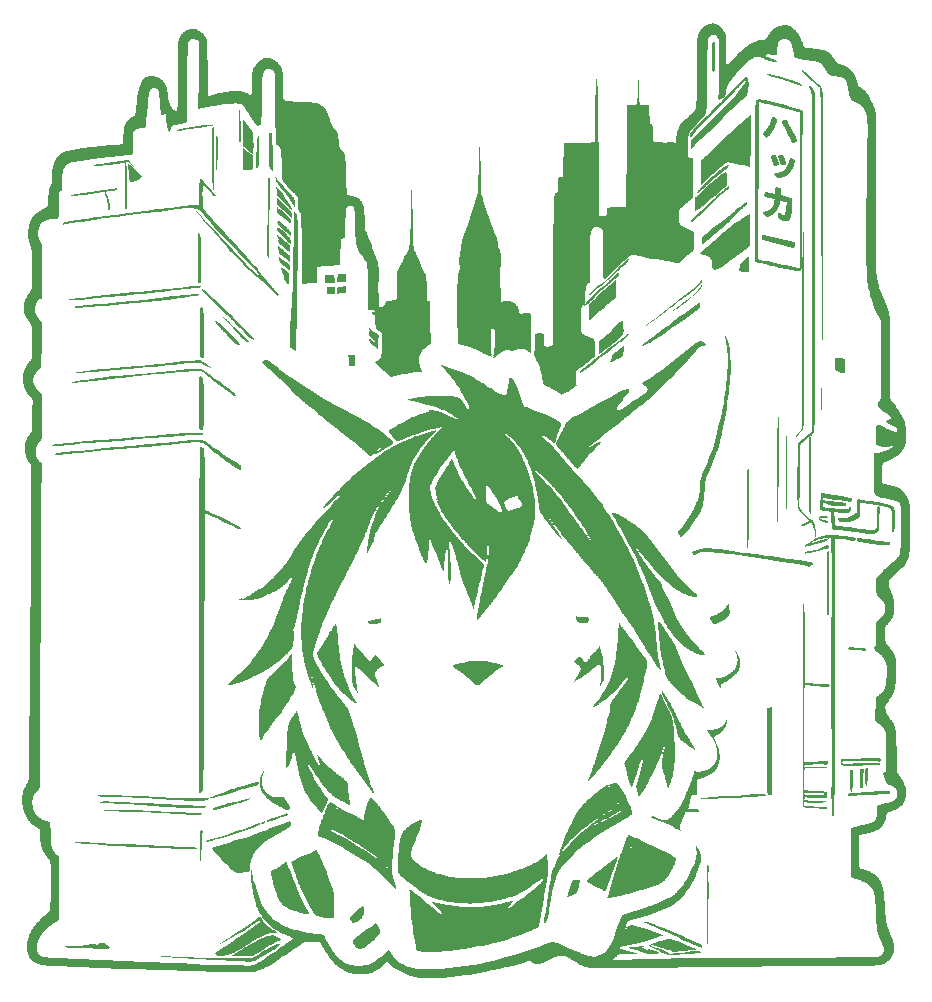
<source format=gtl>
G04 #@! TF.GenerationSoftware,KiCad,Pcbnew,9.0.3*
G04 #@! TF.CreationDate,2025-08-17T22:36:11+02:00*
G04 #@! TF.ProjectId,CH32PBG,43483332-5042-4472-9e6b-696361645f70,rev?*
G04 #@! TF.SameCoordinates,Original*
G04 #@! TF.FileFunction,Copper,L1,Top*
G04 #@! TF.FilePolarity,Positive*
%FSLAX46Y46*%
G04 Gerber Fmt 4.6, Leading zero omitted, Abs format (unit mm)*
G04 Created by KiCad (PCBNEW 9.0.3) date 2025-08-17 22:36:11*
%MOMM*%
%LPD*%
G01*
G04 APERTURE LIST*
G04 #@! TA.AperFunction,NonConductor*
%ADD10C,0.000000*%
G04 #@! TD*
G04 #@! TA.AperFunction,Conductor*
%ADD11C,0.000000*%
G04 #@! TD*
G04 APERTURE END LIST*
D10*
G04 #@! TA.AperFunction,NonConductor*
G36*
X130766179Y-68549948D02*
G01*
X130777264Y-68554956D01*
X130790016Y-68563734D01*
X130804603Y-68576473D01*
X130821191Y-68593365D01*
X130839950Y-68614602D01*
X130861046Y-68640374D01*
X130884648Y-68670873D01*
X130940037Y-68746820D01*
X131007459Y-68843975D01*
X131088255Y-68963869D01*
X131139018Y-69039732D01*
X131190645Y-69115467D01*
X131241700Y-69188865D01*
X131290746Y-69257714D01*
X131336346Y-69319806D01*
X131377064Y-69372929D01*
X131395143Y-69395436D01*
X131411462Y-69414872D01*
X131425843Y-69430961D01*
X131438105Y-69443426D01*
X131449152Y-69455558D01*
X131459884Y-69467856D01*
X131470263Y-69480220D01*
X131480249Y-69492552D01*
X131489804Y-69504749D01*
X131498888Y-69516714D01*
X131507463Y-69528346D01*
X131515489Y-69539545D01*
X131529741Y-69560244D01*
X131541332Y-69578012D01*
X131549949Y-69592049D01*
X131555281Y-69601557D01*
X131568086Y-69673243D01*
X131579016Y-69758791D01*
X131588123Y-69859272D01*
X131595460Y-69975759D01*
X131601076Y-70109323D01*
X131605024Y-70261037D01*
X131607355Y-70431972D01*
X131608120Y-70623200D01*
X131607575Y-70829804D01*
X131605888Y-71003143D01*
X131604592Y-71077889D01*
X131602983Y-71144979D01*
X131601051Y-71204635D01*
X131598786Y-71257076D01*
X131596179Y-71302522D01*
X131593220Y-71341194D01*
X131589900Y-71373312D01*
X131586210Y-71399097D01*
X131582139Y-71418768D01*
X131579958Y-71426380D01*
X131577679Y-71432546D01*
X131575300Y-71437294D01*
X131572820Y-71440651D01*
X131570238Y-71442646D01*
X131567553Y-71443304D01*
X131565737Y-71443086D01*
X131563130Y-71442431D01*
X131559781Y-71441339D01*
X131555737Y-71439808D01*
X131545757Y-71435429D01*
X131533577Y-71429287D01*
X131526781Y-71425554D01*
X131519579Y-71421377D01*
X131512019Y-71416757D01*
X131504149Y-71411693D01*
X131496018Y-71406184D01*
X131487672Y-71400229D01*
X131479161Y-71393827D01*
X131470532Y-71386977D01*
X131451245Y-71374342D01*
X131428539Y-71359920D01*
X131376238Y-71327097D01*
X131348331Y-71309387D01*
X131320377Y-71291271D01*
X131293219Y-71273095D01*
X131267701Y-71255203D01*
X131236554Y-71234555D01*
X131200895Y-71208423D01*
X131161576Y-71177623D01*
X131119448Y-71142968D01*
X131075361Y-71105273D01*
X131030168Y-71065352D01*
X130939862Y-70982093D01*
X130855340Y-70899705D01*
X130817376Y-70860874D01*
X130783410Y-70824705D01*
X130754295Y-70792013D01*
X130730880Y-70763610D01*
X130714017Y-70740313D01*
X130708309Y-70730833D01*
X130704558Y-70722935D01*
X130699882Y-70695627D01*
X130695595Y-70643127D01*
X130688473Y-70464682D01*
X130683774Y-70191863D01*
X130682078Y-69828933D01*
X130683299Y-69548789D01*
X130686279Y-69302697D01*
X130691005Y-69090942D01*
X130697468Y-68913808D01*
X130705656Y-68771580D01*
X130710395Y-68713644D01*
X130715561Y-68664542D01*
X130721153Y-68624308D01*
X130727170Y-68592979D01*
X130733610Y-68570590D01*
X130736989Y-68562759D01*
X130740473Y-68557176D01*
X130741248Y-68555626D01*
X130748338Y-68550474D01*
X130756593Y-68548518D01*
X130766179Y-68549948D01*
G37*
G04 #@! TD.AperFunction*
G04 #@! TA.AperFunction,NonConductor*
G36*
X141386075Y-86216563D02*
G01*
X141391069Y-86216676D01*
X141396262Y-86217037D01*
X141401642Y-86217673D01*
X141407202Y-86218614D01*
X141412934Y-86219887D01*
X141418827Y-86221522D01*
X141424875Y-86223548D01*
X141431067Y-86225994D01*
X141437395Y-86228887D01*
X141443851Y-86232257D01*
X141450426Y-86236134D01*
X141457111Y-86240544D01*
X141463897Y-86245518D01*
X141470777Y-86251083D01*
X141477740Y-86257269D01*
X141484778Y-86264105D01*
X141623362Y-86372996D01*
X141675970Y-86413787D01*
X141720439Y-86447298D01*
X141740319Y-86461751D01*
X141759002Y-86474898D01*
X141776769Y-86486910D01*
X141793898Y-86497957D01*
X141810669Y-86508211D01*
X141827361Y-86517842D01*
X141844254Y-86527023D01*
X141861628Y-86535923D01*
X141866952Y-86537748D01*
X141872213Y-86539726D01*
X141877406Y-86541842D01*
X141882526Y-86544084D01*
X141887568Y-86546437D01*
X141892527Y-86548888D01*
X141902174Y-86554026D01*
X141911425Y-86559388D01*
X141920241Y-86564863D01*
X141928578Y-86570342D01*
X141936397Y-86575713D01*
X141961658Y-86593913D01*
X141966263Y-86597089D01*
X141970102Y-86599494D01*
X141971721Y-86600374D01*
X141973133Y-86601019D01*
X141974333Y-86601416D01*
X141975316Y-86601551D01*
X141977014Y-86603622D01*
X141979886Y-86606316D01*
X141988887Y-86613413D01*
X142001797Y-86622508D01*
X142018095Y-86633268D01*
X142037256Y-86645360D01*
X142058759Y-86658452D01*
X142082082Y-86672210D01*
X142106701Y-86686301D01*
X142146511Y-86711749D01*
X142162168Y-86721929D01*
X142175264Y-86730694D01*
X142180916Y-86734611D01*
X142186003Y-86738253D01*
X142190551Y-86741647D01*
X142194586Y-86744818D01*
X142198133Y-86747793D01*
X142201217Y-86750599D01*
X142203864Y-86753260D01*
X142206100Y-86755805D01*
X142207948Y-86758259D01*
X142209436Y-86760649D01*
X142210588Y-86763000D01*
X142211430Y-86765339D01*
X142211987Y-86767693D01*
X142212284Y-86770087D01*
X142212347Y-86772549D01*
X142212202Y-86775103D01*
X142211873Y-86777777D01*
X142211386Y-86780597D01*
X142210039Y-86786781D01*
X142208365Y-86793863D01*
X142206566Y-86802056D01*
X142201159Y-86868856D01*
X142193923Y-86984151D01*
X142190471Y-87062604D01*
X142187583Y-87156323D01*
X142185601Y-87266356D01*
X142184865Y-87393751D01*
X142184587Y-87547167D01*
X142183686Y-87672877D01*
X142182969Y-87726041D01*
X142182058Y-87773116D01*
X142180939Y-87814382D01*
X142179600Y-87850119D01*
X142178028Y-87880605D01*
X142176210Y-87906121D01*
X142174133Y-87926944D01*
X142171784Y-87943355D01*
X142170504Y-87949993D01*
X142169150Y-87955633D01*
X142167723Y-87960309D01*
X142166219Y-87964057D01*
X142164638Y-87966911D01*
X142162978Y-87968907D01*
X142161237Y-87970078D01*
X142159413Y-87970461D01*
X142155849Y-87969498D01*
X142150649Y-87967046D01*
X142143911Y-87963176D01*
X142135735Y-87957962D01*
X142115461Y-87943791D01*
X142090618Y-87925114D01*
X142061997Y-87902514D01*
X142030387Y-87876570D01*
X141996579Y-87847865D01*
X141961363Y-87816981D01*
X141871316Y-87738690D01*
X141792402Y-87669382D01*
X141723840Y-87608289D01*
X141664845Y-87554643D01*
X141614634Y-87507676D01*
X141592578Y-87486458D01*
X141572424Y-87466621D01*
X141554074Y-87448071D01*
X141537431Y-87430711D01*
X141522396Y-87414445D01*
X141508871Y-87399178D01*
X141496759Y-87384812D01*
X141485962Y-87371253D01*
X141476381Y-87358405D01*
X141467919Y-87346171D01*
X141460477Y-87334455D01*
X141453959Y-87323162D01*
X141448266Y-87312196D01*
X141443299Y-87301460D01*
X141438961Y-87290859D01*
X141435155Y-87280297D01*
X141431782Y-87269678D01*
X141428744Y-87258906D01*
X141423282Y-87236518D01*
X141417986Y-87212366D01*
X141414907Y-87198786D01*
X141411773Y-87186493D01*
X141405921Y-87165543D01*
X141403494Y-87156772D01*
X141401592Y-87149062D01*
X141400884Y-87145587D01*
X141400362Y-87142356D01*
X141400043Y-87139362D01*
X141399947Y-87136597D01*
X141400092Y-87134054D01*
X141400495Y-87131728D01*
X141401174Y-87129609D01*
X141402148Y-87127692D01*
X141403435Y-87125969D01*
X141405054Y-87124433D01*
X141407021Y-87123077D01*
X141409356Y-87121894D01*
X141412076Y-87120876D01*
X141415200Y-87120017D01*
X141418746Y-87119310D01*
X141422731Y-87118748D01*
X141427175Y-87118322D01*
X141432095Y-87118027D01*
X141443436Y-87117800D01*
X141449697Y-87118495D01*
X141456378Y-87119973D01*
X141463460Y-87122191D01*
X141470925Y-87125107D01*
X141486925Y-87132870D01*
X141504225Y-87142927D01*
X141522670Y-87154947D01*
X141542108Y-87168596D01*
X141583350Y-87199448D01*
X141626724Y-87232820D01*
X141671002Y-87266046D01*
X141693098Y-87281772D01*
X141714960Y-87296462D01*
X141736435Y-87309784D01*
X141757371Y-87321404D01*
X141799722Y-87350925D01*
X141818573Y-87363928D01*
X141835901Y-87375705D01*
X141851726Y-87386212D01*
X141866069Y-87395409D01*
X141878950Y-87403255D01*
X141884849Y-87406657D01*
X141890390Y-87409706D01*
X141895575Y-87412397D01*
X141900407Y-87414723D01*
X141904889Y-87416680D01*
X141909023Y-87418262D01*
X141912812Y-87419465D01*
X141916258Y-87420283D01*
X141919364Y-87420711D01*
X141922132Y-87420744D01*
X141923390Y-87420611D01*
X141924565Y-87420377D01*
X141925657Y-87420041D01*
X141926666Y-87419603D01*
X141927592Y-87419063D01*
X141928436Y-87418419D01*
X141929198Y-87417671D01*
X141929879Y-87416819D01*
X141930478Y-87415861D01*
X141930997Y-87414797D01*
X141931434Y-87413627D01*
X141931792Y-87412349D01*
X141932267Y-87409470D01*
X141932425Y-87406153D01*
X141931185Y-87399551D01*
X141927503Y-87390835D01*
X141921435Y-87380070D01*
X141913036Y-87367323D01*
X141902363Y-87352660D01*
X141889470Y-87336145D01*
X141857252Y-87297827D01*
X141816828Y-87252896D01*
X141768645Y-87201878D01*
X141713149Y-87145302D01*
X141650788Y-87083693D01*
X141609102Y-87042303D01*
X141571404Y-87003742D01*
X141537490Y-86967655D01*
X141507158Y-86933686D01*
X141480204Y-86901480D01*
X141456425Y-86870680D01*
X141435619Y-86840930D01*
X141417582Y-86811875D01*
X141402111Y-86783160D01*
X141389003Y-86754428D01*
X141378056Y-86725323D01*
X141369065Y-86695490D01*
X141361828Y-86664573D01*
X141356142Y-86632216D01*
X141351804Y-86598064D01*
X141348610Y-86561760D01*
X141347540Y-86542676D01*
X141346706Y-86524943D01*
X141346109Y-86508546D01*
X141345752Y-86493467D01*
X141345637Y-86479690D01*
X141345767Y-86467199D01*
X141346143Y-86455976D01*
X141346769Y-86446006D01*
X141347646Y-86437270D01*
X141348179Y-86433361D01*
X141348776Y-86429754D01*
X141349437Y-86426447D01*
X141350163Y-86423439D01*
X141350952Y-86420728D01*
X141351807Y-86418310D01*
X141352727Y-86416185D01*
X141353712Y-86414350D01*
X141354763Y-86412803D01*
X141355880Y-86411542D01*
X141357063Y-86410565D01*
X141358312Y-86409869D01*
X141359629Y-86409454D01*
X141361012Y-86409315D01*
X141366163Y-86410175D01*
X141373656Y-86412673D01*
X141394998Y-86422105D01*
X141458416Y-86455340D01*
X141630683Y-86552330D01*
X141718096Y-86600680D01*
X141757433Y-86621448D01*
X141792073Y-86638662D01*
X141820673Y-86651358D01*
X141841896Y-86658574D01*
X141849322Y-86659826D01*
X141854401Y-86659346D01*
X141856965Y-86657015D01*
X141856848Y-86652712D01*
X141853488Y-86647450D01*
X141850913Y-86643820D01*
X141847796Y-86639688D01*
X141844180Y-86635177D01*
X141840106Y-86630411D01*
X141835616Y-86625514D01*
X141830751Y-86620608D01*
X141825553Y-86615817D01*
X141820063Y-86611264D01*
X141814324Y-86607074D01*
X141811373Y-86605153D01*
X141808376Y-86603369D01*
X141805337Y-86601736D01*
X141802262Y-86600272D01*
X141799156Y-86598990D01*
X141796023Y-86597907D01*
X141792870Y-86597038D01*
X141789701Y-86596398D01*
X141786522Y-86596003D01*
X141783337Y-86595867D01*
X141770176Y-86588451D01*
X141756361Y-86580235D01*
X141742315Y-86571341D01*
X141735339Y-86566677D01*
X141728464Y-86561890D01*
X141721743Y-86556993D01*
X141715230Y-86552003D01*
X141708977Y-86546934D01*
X141703038Y-86541801D01*
X141697465Y-86536620D01*
X141692311Y-86531406D01*
X141687630Y-86526173D01*
X141683474Y-86520937D01*
X141679284Y-86515591D01*
X141674595Y-86510046D01*
X141669457Y-86504348D01*
X141663919Y-86498538D01*
X141658031Y-86492662D01*
X141651842Y-86486763D01*
X141645401Y-86480886D01*
X141638757Y-86475074D01*
X141631961Y-86469370D01*
X141625061Y-86463820D01*
X141618107Y-86458466D01*
X141611148Y-86453354D01*
X141604234Y-86448525D01*
X141597414Y-86444026D01*
X141590738Y-86439899D01*
X141584254Y-86436188D01*
X141557675Y-86419353D01*
X141532340Y-86402815D01*
X141508312Y-86386650D01*
X141485658Y-86370938D01*
X141464441Y-86355755D01*
X141444728Y-86341180D01*
X141426584Y-86327291D01*
X141410073Y-86314166D01*
X141395261Y-86301883D01*
X141382212Y-86290519D01*
X141370992Y-86280153D01*
X141361666Y-86270863D01*
X141354300Y-86262726D01*
X141351371Y-86259115D01*
X141348957Y-86255821D01*
X141347065Y-86252855D01*
X141345704Y-86250226D01*
X141344881Y-86247943D01*
X141344605Y-86246018D01*
X141344652Y-86241745D01*
X141344791Y-86237740D01*
X141345022Y-86233993D01*
X141345343Y-86230496D01*
X141345753Y-86227239D01*
X141346251Y-86224216D01*
X141346836Y-86221416D01*
X141347506Y-86218831D01*
X141348260Y-86216453D01*
X141349097Y-86214273D01*
X141350016Y-86212283D01*
X141351016Y-86210473D01*
X141352095Y-86208835D01*
X141353252Y-86207362D01*
X141354486Y-86206043D01*
X141355796Y-86204870D01*
X141357181Y-86203836D01*
X141358639Y-86202930D01*
X141360168Y-86202145D01*
X141361769Y-86201472D01*
X141363440Y-86200902D01*
X141365179Y-86200427D01*
X141366986Y-86200038D01*
X141368858Y-86199727D01*
X141372797Y-86199302D01*
X141376986Y-86199084D01*
X141386075Y-86198992D01*
X141386075Y-86216563D01*
G37*
G04 #@! TD.AperFunction*
G04 #@! TA.AperFunction,NonConductor*
G36*
X133690621Y-79233412D02*
G01*
X133700735Y-79235521D01*
X133713287Y-79240122D01*
X133727992Y-79247032D01*
X133744565Y-79256069D01*
X133762720Y-79267051D01*
X133782173Y-79279796D01*
X133802638Y-79294120D01*
X133823831Y-79309842D01*
X133845465Y-79326778D01*
X133867256Y-79344747D01*
X133888918Y-79363566D01*
X133910166Y-79383053D01*
X133930716Y-79403025D01*
X133953621Y-79425251D01*
X133986612Y-79455743D01*
X134076638Y-79536027D01*
X134188368Y-79632880D01*
X134309376Y-79735304D01*
X134545426Y-79933395D01*
X134585385Y-79967481D01*
X134618821Y-79996871D01*
X134633264Y-80010037D01*
X134646282Y-80022306D01*
X134657943Y-80033770D01*
X134668317Y-80044523D01*
X134677472Y-80054657D01*
X134685476Y-80064265D01*
X134692399Y-80073438D01*
X134698308Y-80082269D01*
X134703272Y-80090850D01*
X134707361Y-80099275D01*
X134710642Y-80107635D01*
X134713185Y-80116023D01*
X134715057Y-80124531D01*
X134716328Y-80133252D01*
X134717066Y-80142279D01*
X134717340Y-80151703D01*
X134717218Y-80161617D01*
X134716769Y-80172114D01*
X134715165Y-80195225D01*
X134711591Y-80249015D01*
X134708494Y-80310447D01*
X134702392Y-80437975D01*
X134698718Y-80494938D01*
X134696578Y-80519722D01*
X134694182Y-80541280D01*
X134691486Y-80559040D01*
X134688450Y-80572433D01*
X134686791Y-80577313D01*
X134685031Y-80580887D01*
X134683165Y-80583084D01*
X134681187Y-80583832D01*
X134679212Y-80583397D01*
X134676233Y-80582119D01*
X134672308Y-80580041D01*
X134667497Y-80577203D01*
X134655449Y-80569416D01*
X134640557Y-80559092D01*
X134623292Y-80546564D01*
X134604122Y-80532164D01*
X134583517Y-80516226D01*
X134561946Y-80499083D01*
X134538908Y-80480027D01*
X134513660Y-80458646D01*
X134459852Y-80412008D01*
X134407158Y-80365369D01*
X134362216Y-80324932D01*
X134317097Y-80284285D01*
X134265132Y-80240150D01*
X134206851Y-80192963D01*
X134142784Y-80143160D01*
X134073460Y-80091177D01*
X133999410Y-80037450D01*
X133921163Y-79982415D01*
X133839249Y-79926508D01*
X133829672Y-79920347D01*
X133820740Y-79914086D01*
X133812435Y-79907746D01*
X133804737Y-79901348D01*
X133797625Y-79894914D01*
X133791081Y-79888465D01*
X133785083Y-79882022D01*
X133779612Y-79875607D01*
X133774648Y-79869239D01*
X133770171Y-79862942D01*
X133766162Y-79856735D01*
X133762601Y-79850640D01*
X133759467Y-79844678D01*
X133756741Y-79838871D01*
X133754403Y-79833240D01*
X133752432Y-79827805D01*
X133730378Y-79677088D01*
X133709994Y-79531312D01*
X133692226Y-79388443D01*
X133684619Y-79317462D01*
X133678019Y-79246445D01*
X133677762Y-79243862D01*
X133677876Y-79240240D01*
X133678849Y-79237401D01*
X133680646Y-79235321D01*
X133683231Y-79233978D01*
X133686568Y-79233349D01*
X133690621Y-79233412D01*
G37*
G04 #@! TD.AperFunction*
G04 #@! TA.AperFunction,NonConductor*
G36*
X174515802Y-66830849D02*
G01*
X174555927Y-66836488D01*
X174692922Y-66862124D01*
X174927926Y-66911306D01*
X175287755Y-66989313D01*
X175614185Y-67063986D01*
X175949809Y-67148735D01*
X176361904Y-67261390D01*
X176917752Y-67419778D01*
X177018339Y-67450420D01*
X177121214Y-67480433D01*
X177214373Y-67506473D01*
X177285817Y-67525198D01*
X177347117Y-67540766D01*
X177413043Y-67558271D01*
X177475818Y-67575776D01*
X177503595Y-67583923D01*
X177527669Y-67591343D01*
X177557435Y-67601272D01*
X177590132Y-67611229D01*
X177662167Y-67630860D01*
X177739477Y-67649498D01*
X177817766Y-67666404D01*
X177892736Y-67680839D01*
X177960091Y-67692064D01*
X178015534Y-67699341D01*
X178037446Y-67701268D01*
X178054768Y-67701931D01*
X178057827Y-67702431D01*
X178060800Y-67703892D01*
X178063688Y-67706251D01*
X178066490Y-67709451D01*
X178069204Y-67713429D01*
X178071830Y-67718125D01*
X178076815Y-67729433D01*
X178081438Y-67742890D01*
X178085693Y-67758014D01*
X178089573Y-67774322D01*
X178093072Y-67791331D01*
X178098901Y-67825521D01*
X178103128Y-67856718D01*
X178105702Y-67881061D01*
X178106572Y-67894684D01*
X178080426Y-71808011D01*
X178072590Y-75694208D01*
X178068406Y-76649551D01*
X178059704Y-77480525D01*
X178035578Y-78795504D01*
X178013876Y-79691420D01*
X178008203Y-79998565D01*
X178008259Y-80220547D01*
X178013637Y-80514682D01*
X178015429Y-80790020D01*
X178013637Y-81014974D01*
X178011396Y-81098686D01*
X178008259Y-81157957D01*
X178006902Y-81182154D01*
X178003901Y-81204778D01*
X177999334Y-81225872D01*
X177993278Y-81245480D01*
X177985813Y-81263645D01*
X177977017Y-81280410D01*
X177966966Y-81295820D01*
X177955740Y-81309918D01*
X177943417Y-81322747D01*
X177930073Y-81334350D01*
X177915789Y-81344772D01*
X177900641Y-81354056D01*
X177884707Y-81362246D01*
X177868067Y-81369384D01*
X177850797Y-81375515D01*
X177832976Y-81380682D01*
X177814682Y-81384928D01*
X177795993Y-81388298D01*
X177757741Y-81392580D01*
X177718847Y-81393876D01*
X177679933Y-81392535D01*
X177641625Y-81388905D01*
X177604547Y-81383335D01*
X177569324Y-81376172D01*
X177536580Y-81367764D01*
X177191765Y-81282457D01*
X176727554Y-81178304D01*
X176197309Y-81066691D01*
X175654393Y-80959002D01*
X175531368Y-80933317D01*
X175367428Y-80895763D01*
X175002369Y-80808108D01*
X174824645Y-80762528D01*
X174651742Y-80719806D01*
X174503452Y-80684932D01*
X174444720Y-80671998D01*
X174399563Y-80662897D01*
X174380627Y-80660832D01*
X174361497Y-80658170D01*
X174342301Y-80654981D01*
X174323167Y-80651335D01*
X174304222Y-80647301D01*
X174285594Y-80642949D01*
X174267410Y-80638349D01*
X174249797Y-80633571D01*
X174216799Y-80623756D01*
X174187618Y-80614063D01*
X174163277Y-80605047D01*
X174144795Y-80597267D01*
X174073224Y-80559027D01*
X174060826Y-80361622D01*
X174058024Y-78899051D01*
X174304464Y-78899051D01*
X174311777Y-79902946D01*
X174318667Y-80212142D01*
X174327603Y-80338368D01*
X174330526Y-80342056D01*
X174335080Y-80345952D01*
X174341263Y-80350057D01*
X174349074Y-80354372D01*
X174358512Y-80358899D01*
X174369575Y-80363639D01*
X174396573Y-80373766D01*
X174430056Y-80384766D01*
X174470015Y-80396649D01*
X174516439Y-80409429D01*
X174569317Y-80423117D01*
X174829026Y-80482933D01*
X175144365Y-80552438D01*
X175472809Y-80621361D01*
X175771832Y-80679432D01*
X176114429Y-80750165D01*
X176539486Y-80840664D01*
X176642774Y-80861635D01*
X176750941Y-80882279D01*
X176968720Y-80922441D01*
X177071737Y-80941886D01*
X177166443Y-80960859D01*
X177249540Y-80979323D01*
X177317730Y-80997242D01*
X177383538Y-81015814D01*
X177461076Y-81035838D01*
X177544779Y-81056105D01*
X177629081Y-81075404D01*
X177708418Y-81092522D01*
X177777224Y-81106248D01*
X177829934Y-81115373D01*
X177848513Y-81117830D01*
X177860982Y-81118683D01*
X177881165Y-80681759D01*
X177895559Y-79525207D01*
X177910796Y-76025066D01*
X177913815Y-71079502D01*
X177913946Y-69599942D01*
X177908913Y-68485984D01*
X177903607Y-68107800D01*
X177895863Y-67952562D01*
X177889338Y-67947471D01*
X177878445Y-67939837D01*
X177863418Y-67930652D01*
X177854429Y-67925789D01*
X177844493Y-67920910D01*
X177833642Y-67916141D01*
X177821905Y-67911605D01*
X177809310Y-67907425D01*
X177795886Y-67903728D01*
X177781665Y-67900636D01*
X177766674Y-67898274D01*
X177750943Y-67896765D01*
X177734501Y-67896235D01*
X177622196Y-67873247D01*
X177460924Y-67833641D01*
X177195563Y-67763321D01*
X176770993Y-67648188D01*
X176422792Y-67555235D01*
X176087575Y-67467320D01*
X175939389Y-67430331D01*
X175776949Y-67390774D01*
X175619960Y-67351121D01*
X175549667Y-67332030D01*
X175488125Y-67313841D01*
X175231722Y-67248287D01*
X175023592Y-67194420D01*
X174729905Y-67118117D01*
X174633223Y-67093863D01*
X174594989Y-67084813D01*
X174562566Y-67077664D01*
X174535259Y-67072300D01*
X174512372Y-67068610D01*
X174493210Y-67066479D01*
X174477078Y-67065794D01*
X174391293Y-67065794D01*
X174389744Y-68333417D01*
X174365859Y-72376839D01*
X174318043Y-76493126D01*
X174306331Y-77653504D01*
X174304464Y-78899051D01*
X174058024Y-78899051D01*
X174051504Y-75494607D01*
X174070386Y-69344725D01*
X174077505Y-68740576D01*
X174085201Y-68254813D01*
X174093180Y-67874094D01*
X174101145Y-67585078D01*
X174108803Y-67374425D01*
X174115856Y-67228793D01*
X174122012Y-67134842D01*
X174126973Y-67079231D01*
X174130623Y-67058191D01*
X174134837Y-67038361D01*
X174139608Y-67019704D01*
X174144929Y-67002185D01*
X174150794Y-66985769D01*
X174157196Y-66970420D01*
X174164128Y-66956102D01*
X174171584Y-66942780D01*
X174179557Y-66930419D01*
X174188041Y-66918983D01*
X174197028Y-66908437D01*
X174206514Y-66898745D01*
X174216490Y-66889872D01*
X174226950Y-66881782D01*
X174237888Y-66874439D01*
X174249297Y-66867809D01*
X174261170Y-66861855D01*
X174273501Y-66856543D01*
X174286284Y-66851837D01*
X174299511Y-66847701D01*
X174327272Y-66840997D01*
X174356733Y-66836149D01*
X174387840Y-66832872D01*
X174420541Y-66830884D01*
X174454783Y-66829898D01*
X174490513Y-66829633D01*
X174490124Y-66829116D01*
X174515802Y-66830849D01*
G37*
G04 #@! TD.AperFunction*
G04 #@! TA.AperFunction,NonConductor*
G36*
X126937730Y-78105189D02*
G01*
X126939923Y-78105550D01*
X126942159Y-78106119D01*
X126944440Y-78106899D01*
X126946765Y-78107890D01*
X126949135Y-78109094D01*
X126951550Y-78110513D01*
X126954011Y-78112149D01*
X126954011Y-78111632D01*
X126965674Y-78123172D01*
X126974821Y-78131285D01*
X126983086Y-78139228D01*
X126987399Y-78144154D01*
X126992106Y-78150260D01*
X126997412Y-78157952D01*
X127003519Y-78167638D01*
X127018960Y-78194621D01*
X127040066Y-78234466D01*
X127068474Y-78290432D01*
X127104148Y-78363442D01*
X127131300Y-78445275D01*
X127151339Y-78560355D01*
X127165675Y-78733105D01*
X127175717Y-78987947D01*
X127182876Y-79349306D01*
X127194178Y-80489264D01*
X127199805Y-81144688D01*
X127201823Y-81405661D01*
X127203052Y-81626613D01*
X127203296Y-81810897D01*
X127202989Y-81890336D01*
X127202362Y-81961866D01*
X127201393Y-82025906D01*
X127200055Y-82082874D01*
X127198326Y-82133190D01*
X127196180Y-82177274D01*
X127193594Y-82215544D01*
X127190543Y-82248420D01*
X127188836Y-82262966D01*
X127187003Y-82276320D01*
X127185042Y-82288536D01*
X127182949Y-82299664D01*
X127180722Y-82309759D01*
X127178358Y-82318872D01*
X127175853Y-82327055D01*
X127173204Y-82334362D01*
X127170409Y-82340843D01*
X127167464Y-82346553D01*
X127164366Y-82351542D01*
X127161113Y-82355865D01*
X127157701Y-82359572D01*
X127154127Y-82362716D01*
X127150388Y-82365350D01*
X127146481Y-82367527D01*
X127142404Y-82369298D01*
X127138152Y-82370716D01*
X127133723Y-82371833D01*
X127129115Y-82372702D01*
X127085398Y-82377003D01*
X127071850Y-82376967D01*
X127057263Y-82376712D01*
X127042064Y-82376022D01*
X127034369Y-82375445D01*
X127026681Y-82374678D01*
X127019054Y-82373692D01*
X127011540Y-82372461D01*
X127004194Y-82370958D01*
X126997068Y-82369155D01*
X126990217Y-82367025D01*
X126983693Y-82364541D01*
X126977549Y-82361675D01*
X126971840Y-82358401D01*
X126919001Y-82330494D01*
X126905823Y-81836985D01*
X126892943Y-80994030D01*
X126886977Y-79773675D01*
X126888109Y-78665522D01*
X126896521Y-78159174D01*
X126898898Y-78150692D01*
X126901429Y-78142889D01*
X126902752Y-78139246D01*
X126904115Y-78135778D01*
X126905516Y-78132486D01*
X126906958Y-78129371D01*
X126908438Y-78126436D01*
X126909959Y-78123682D01*
X126911520Y-78121111D01*
X126913122Y-78118724D01*
X126914764Y-78116523D01*
X126916447Y-78114509D01*
X126918172Y-78112684D01*
X126919937Y-78111050D01*
X126921744Y-78109608D01*
X126923594Y-78108360D01*
X126925485Y-78107308D01*
X126927419Y-78106453D01*
X126929395Y-78105796D01*
X126931414Y-78105340D01*
X126933476Y-78105085D01*
X126935581Y-78105035D01*
X126937730Y-78105189D01*
G37*
G04 #@! TD.AperFunction*
D11*
G04 #@! TA.AperFunction,Conductor*
G04 #@! TO.N,VCC*
G36*
X147035988Y-94877531D02*
G01*
X147037829Y-94877585D01*
X147039666Y-94877740D01*
X147041494Y-94877991D01*
X147043307Y-94878331D01*
X147045100Y-94878752D01*
X147046868Y-94879248D01*
X147048604Y-94879813D01*
X147050305Y-94880438D01*
X147051964Y-94881118D01*
X147053575Y-94881846D01*
X147055134Y-94882615D01*
X147056636Y-94883418D01*
X147058074Y-94884248D01*
X147059444Y-94885098D01*
X147060740Y-94885963D01*
X147061956Y-94886833D01*
X147063088Y-94887704D01*
X147064129Y-94888569D01*
X147065075Y-94889419D01*
X147065919Y-94890249D01*
X147066658Y-94891052D01*
X147067285Y-94891821D01*
X147067794Y-94892549D01*
X147068181Y-94893229D01*
X147068440Y-94893854D01*
X147068566Y-94894419D01*
X147068553Y-94894915D01*
X147068493Y-94895135D01*
X147068397Y-94895336D01*
X147068262Y-94895517D01*
X147068090Y-94895676D01*
X147067629Y-94895927D01*
X147067007Y-94896082D01*
X147066220Y-94896136D01*
X147056856Y-94908030D01*
X147032753Y-94934804D01*
X146946831Y-95026037D01*
X146821448Y-95155931D01*
X146669602Y-95310580D01*
X146537593Y-95445508D01*
X146418833Y-95569422D01*
X146311079Y-95684820D01*
X146212089Y-95794206D01*
X146119621Y-95900079D01*
X146031434Y-96004941D01*
X145945284Y-96111293D01*
X145858929Y-96221636D01*
X145806836Y-96292254D01*
X145739260Y-96388155D01*
X145581184Y-96620513D01*
X145431757Y-96848124D01*
X145374991Y-96938090D01*
X145338032Y-97000399D01*
X145329069Y-97016883D01*
X145319426Y-97034214D01*
X145309392Y-97051886D01*
X145299257Y-97069387D01*
X145289310Y-97086211D01*
X145279839Y-97101847D01*
X145271135Y-97115788D01*
X145263485Y-97127524D01*
X145239046Y-97165277D01*
X145218518Y-97197780D01*
X145200711Y-97227145D01*
X145184438Y-97255488D01*
X145168511Y-97284920D01*
X145151739Y-97317556D01*
X145132936Y-97355509D01*
X145110913Y-97400893D01*
X144996708Y-97632918D01*
X144986132Y-97654671D01*
X144974155Y-97680590D01*
X144961193Y-97709803D01*
X144947664Y-97741439D01*
X144933983Y-97774625D01*
X144920568Y-97808490D01*
X144907834Y-97842160D01*
X144896199Y-97874766D01*
X144833539Y-98050272D01*
X144756543Y-98263373D01*
X144694542Y-98440412D01*
X144638331Y-98609216D01*
X144585802Y-98776276D01*
X144534848Y-98948084D01*
X144513542Y-99017970D01*
X144484860Y-99105357D01*
X144451370Y-99202991D01*
X144415639Y-99303617D01*
X144380234Y-99399980D01*
X144347724Y-99484825D01*
X144320676Y-99550897D01*
X144310004Y-99574626D01*
X144301659Y-99590941D01*
X144294817Y-99604817D01*
X144285796Y-99624440D01*
X144262821Y-99676786D01*
X144208382Y-99804880D01*
X144175163Y-99881091D01*
X144129221Y-99978649D01*
X144075115Y-100088719D01*
X144017407Y-100202464D01*
X143960654Y-100311050D01*
X143909419Y-100405642D01*
X143868261Y-100477402D01*
X143852886Y-100501960D01*
X143841740Y-100517496D01*
X143838680Y-100521195D01*
X143835194Y-100525838D01*
X143827094Y-100537619D01*
X143817737Y-100552161D01*
X143807422Y-100568787D01*
X143762547Y-100642554D01*
X143730932Y-100698696D01*
X143683658Y-100780854D01*
X143567078Y-100980002D01*
X143331822Y-101379462D01*
X143309126Y-101417908D01*
X143288981Y-101452382D01*
X143271214Y-101483089D01*
X143255650Y-101510235D01*
X143211949Y-101587330D01*
X143204793Y-101599760D01*
X143198797Y-101609865D01*
X143196180Y-101614110D01*
X143193787Y-101617851D01*
X143191597Y-101621113D01*
X143189589Y-101623923D01*
X143187740Y-101626306D01*
X143186029Y-101628287D01*
X143184433Y-101629893D01*
X143182933Y-101631150D01*
X143181504Y-101632082D01*
X143180127Y-101632716D01*
X143178778Y-101633078D01*
X143177437Y-101633192D01*
X143171948Y-101639874D01*
X143160603Y-101655736D01*
X143123178Y-101710836D01*
X143070831Y-101790160D01*
X143009232Y-101885374D01*
X142944723Y-101983437D01*
X142884998Y-102073022D01*
X142836877Y-102144876D01*
X142807179Y-102189745D01*
X142751483Y-102272339D01*
X142663921Y-102407110D01*
X142548091Y-102588486D01*
X142407589Y-102810896D01*
X142314056Y-102963248D01*
X142212389Y-103133737D01*
X142109088Y-103311094D01*
X142010649Y-103484048D01*
X141923571Y-103641329D01*
X141854352Y-103771668D01*
X141809490Y-103863795D01*
X141798223Y-103892007D01*
X141795735Y-103901033D01*
X141795481Y-103906439D01*
X141800638Y-103922919D01*
X141805437Y-103940101D01*
X141809788Y-103957852D01*
X141813599Y-103976040D01*
X141816779Y-103994530D01*
X141819238Y-104013190D01*
X141820884Y-104031887D01*
X141821627Y-104050486D01*
X141821375Y-104068856D01*
X141820037Y-104086862D01*
X141817523Y-104104372D01*
X141813740Y-104121251D01*
X141811345Y-104129413D01*
X141808599Y-104137368D01*
X141805491Y-104145099D01*
X141802009Y-104152589D01*
X141798141Y-104159821D01*
X141793877Y-104166780D01*
X141789205Y-104173447D01*
X141784113Y-104179808D01*
X141659443Y-104406664D01*
X141622893Y-104474640D01*
X141589033Y-104540371D01*
X141557608Y-104603816D01*
X141528357Y-104664934D01*
X141475350Y-104780025D01*
X141427950Y-104885319D01*
X141384092Y-104980486D01*
X141362846Y-105024171D01*
X141341713Y-105065202D01*
X141320433Y-105103538D01*
X141298749Y-105139138D01*
X141276404Y-105171961D01*
X141253138Y-105201968D01*
X141200299Y-105258292D01*
X141211667Y-105068640D01*
X141214162Y-105028557D01*
X141217283Y-104986620D01*
X141224813Y-104901984D01*
X141233069Y-104824324D01*
X141237098Y-104791107D01*
X141240864Y-104763232D01*
X141266429Y-104583141D01*
X141303135Y-104311583D01*
X141325750Y-104147779D01*
X141346854Y-104004293D01*
X141367117Y-103877461D01*
X141387206Y-103763618D01*
X141407792Y-103659102D01*
X141429544Y-103560247D01*
X141453131Y-103463391D01*
X141479222Y-103364870D01*
X141571595Y-103026903D01*
X141585673Y-102976826D01*
X141602566Y-102919772D01*
X141641567Y-102795006D01*
X141682143Y-102673147D01*
X141701004Y-102619727D01*
X141717839Y-102574736D01*
X141875193Y-102154089D01*
X141928187Y-102013764D01*
X141977173Y-101887246D01*
X142016736Y-101786017D01*
X142041462Y-101721560D01*
X142081379Y-101631740D01*
X142117258Y-101552003D01*
X142149011Y-101482646D01*
X142176547Y-101423966D01*
X142199778Y-101376259D01*
X142218613Y-101339822D01*
X142226355Y-101325923D01*
X142232964Y-101314953D01*
X142238430Y-101306948D01*
X142242741Y-101301947D01*
X142245377Y-101299239D01*
X142248649Y-101295256D01*
X142256920Y-101283884D01*
X142267176Y-101268673D01*
X142279044Y-101250464D01*
X142306110Y-101208420D01*
X142320558Y-101186270D01*
X142335114Y-101164488D01*
X142351052Y-101139037D01*
X142369359Y-101110679D01*
X142389377Y-101080481D01*
X142410448Y-101049506D01*
X142431912Y-101018823D01*
X142453111Y-100989496D01*
X142473387Y-100962592D01*
X142492081Y-100939177D01*
X142529827Y-100891892D01*
X142568578Y-100842283D01*
X142586933Y-100818060D01*
X142603864Y-100794999D01*
X142618812Y-100773682D01*
X142631218Y-100754690D01*
X142670662Y-100698696D01*
X142717276Y-100633939D01*
X142767984Y-100564687D01*
X142819709Y-100495212D01*
X142869375Y-100429781D01*
X142913906Y-100372666D01*
X142950224Y-100328134D01*
X142964343Y-100311921D01*
X142975255Y-100300455D01*
X142986211Y-100288225D01*
X142999101Y-100272857D01*
X143013459Y-100254947D01*
X143028822Y-100235086D01*
X143044723Y-100213868D01*
X143060698Y-100191888D01*
X143076283Y-100169738D01*
X143091012Y-100148012D01*
X143105699Y-100127186D01*
X143121602Y-100105718D01*
X143138193Y-100084081D01*
X143154944Y-100062746D01*
X143212967Y-99989882D01*
X143225238Y-99976403D01*
X143239237Y-99959756D01*
X143254466Y-99940748D01*
X143270424Y-99920183D01*
X143302531Y-99877607D01*
X143331563Y-99838469D01*
X143356842Y-99802358D01*
X143387148Y-99761003D01*
X143421184Y-99716038D01*
X143457655Y-99669100D01*
X143495263Y-99621821D01*
X143532714Y-99575839D01*
X143568712Y-99532788D01*
X143601960Y-99494303D01*
X143618388Y-99474399D01*
X143641770Y-99443782D01*
X143709206Y-99350579D01*
X143803892Y-99215034D01*
X143925454Y-99037485D01*
X143945708Y-99007576D01*
X143967461Y-98974457D01*
X144012787Y-98903385D01*
X144056079Y-98833863D01*
X144091984Y-98775484D01*
X144108495Y-98747735D01*
X144127347Y-98717817D01*
X144147868Y-98686664D01*
X144169384Y-98655208D01*
X144191221Y-98624382D01*
X144212705Y-98595118D01*
X144233162Y-98568349D01*
X144251919Y-98545008D01*
X144261204Y-98532564D01*
X144269900Y-98520642D01*
X144277977Y-98509283D01*
X144285401Y-98498523D01*
X144292143Y-98488403D01*
X144298171Y-98478960D01*
X144303453Y-98470233D01*
X144307958Y-98462260D01*
X144311655Y-98455082D01*
X144313190Y-98451802D01*
X144314511Y-98448734D01*
X144315615Y-98445885D01*
X144316496Y-98443258D01*
X144317152Y-98440858D01*
X144317579Y-98438691D01*
X144317772Y-98436760D01*
X144317727Y-98435071D01*
X144317441Y-98433629D01*
X144316910Y-98432438D01*
X144316129Y-98431503D01*
X144315095Y-98430829D01*
X144313804Y-98430422D01*
X144312253Y-98430285D01*
X144308480Y-98429405D01*
X144304404Y-98429284D01*
X144295347Y-98431311D01*
X144285089Y-98436356D01*
X144273635Y-98444407D01*
X144260992Y-98455453D01*
X144247165Y-98469481D01*
X144232162Y-98486482D01*
X144215989Y-98506443D01*
X144198652Y-98529354D01*
X144180156Y-98555202D01*
X144139716Y-98615666D01*
X144094720Y-98687746D01*
X144045216Y-98771349D01*
X144019431Y-98815539D01*
X143992050Y-98860824D01*
X143963912Y-98905927D01*
X143935856Y-98949570D01*
X143908720Y-98990476D01*
X143883343Y-99027367D01*
X143860564Y-99058966D01*
X143841221Y-99083994D01*
X143765339Y-99177721D01*
X143746614Y-99201168D01*
X143729111Y-99223592D01*
X143713391Y-99244478D01*
X143700017Y-99263312D01*
X143686023Y-99280990D01*
X143668172Y-99302521D01*
X143623828Y-99354132D01*
X143521088Y-99470534D01*
X143472423Y-99524374D01*
X143422618Y-99581121D01*
X143369891Y-99642907D01*
X143312460Y-99711862D01*
X143176359Y-99879810D01*
X143000058Y-100102019D01*
X142862761Y-100275652D01*
X142806539Y-100347208D01*
X142768677Y-100396574D01*
X142699125Y-100485328D01*
X142658275Y-100536972D01*
X142638371Y-100561558D01*
X142619591Y-100584158D01*
X142552464Y-100671060D01*
X142469591Y-100783468D01*
X142377666Y-100911719D01*
X142283388Y-101046147D01*
X142193451Y-101177086D01*
X142114553Y-101294872D01*
X142053389Y-101389839D01*
X142016656Y-101452322D01*
X141958809Y-101566804D01*
X141835935Y-101817807D01*
X141673164Y-102166671D01*
X141584671Y-102365719D01*
X141495629Y-102574736D01*
X141346673Y-102926653D01*
X141342650Y-102935205D01*
X141338737Y-102943935D01*
X141334953Y-102952742D01*
X141331319Y-102961526D01*
X141324586Y-102978620D01*
X141318703Y-102994413D01*
X141313838Y-103008099D01*
X141310156Y-103018871D01*
X141307011Y-103028456D01*
X141306849Y-103030416D01*
X141306377Y-103032799D01*
X141305612Y-103035592D01*
X141304575Y-103038782D01*
X141301758Y-103046304D01*
X141298081Y-103055261D01*
X141288753Y-103077070D01*
X141283408Y-103089715D01*
X141277813Y-103103384D01*
X141261527Y-103142433D01*
X141238701Y-103199117D01*
X141212338Y-103266458D01*
X141185443Y-103337481D01*
X141063643Y-103655824D01*
X141016843Y-103774755D01*
X140976217Y-103874658D01*
X140939345Y-103961384D01*
X140903809Y-104040782D01*
X140867188Y-104118702D01*
X140827065Y-104200995D01*
X140776681Y-104304111D01*
X140727120Y-104407651D01*
X140680200Y-104507534D01*
X140637737Y-104599677D01*
X140601547Y-104679999D01*
X140573448Y-104744419D01*
X140555256Y-104788855D01*
X140550443Y-104802304D01*
X140548789Y-104809225D01*
X140546144Y-104818383D01*
X140538632Y-104837047D01*
X140511527Y-104897696D01*
X140426654Y-105075939D01*
X140334539Y-105260869D01*
X140298381Y-105329876D01*
X140275549Y-105369398D01*
X140230159Y-105444426D01*
X140163912Y-105563644D01*
X139996561Y-105880799D01*
X139828920Y-106213167D01*
X139762309Y-106351401D01*
X139716410Y-106453051D01*
X139669220Y-106562190D01*
X139611309Y-106690351D01*
X139478084Y-106973240D01*
X139410154Y-107112719D01*
X139346265Y-107240722D01*
X139290110Y-107349625D01*
X139245379Y-107431803D01*
X139196134Y-107521349D01*
X139120194Y-107664477D01*
X139027878Y-107841517D01*
X138929507Y-108032801D01*
X138600716Y-108672556D01*
X138555790Y-108760979D01*
X138501078Y-108871832D01*
X138443604Y-108990921D01*
X138390393Y-109104052D01*
X138171414Y-109570174D01*
X138125678Y-109668892D01*
X138074795Y-109781272D01*
X138025002Y-109893265D01*
X137982537Y-109990820D01*
X137905264Y-110170138D01*
X137870934Y-110249090D01*
X137845723Y-110306048D01*
X137792497Y-110424710D01*
X137760918Y-110494480D01*
X137745561Y-110527546D01*
X137731131Y-110557711D01*
X137717081Y-110589616D01*
X137702715Y-110623332D01*
X137674626Y-110691618D01*
X137650049Y-110753411D01*
X137632170Y-110799555D01*
X137612421Y-110854021D01*
X137583183Y-110930257D01*
X137509439Y-111115752D01*
X137437342Y-111291460D01*
X137410163Y-111355463D01*
X137393296Y-111392802D01*
X137371483Y-111438405D01*
X137344171Y-111502703D01*
X137312451Y-111582734D01*
X137277412Y-111675537D01*
X137201738Y-111887613D01*
X137163283Y-112000964D01*
X137125870Y-112115240D01*
X136920069Y-112758093D01*
X136878094Y-112891540D01*
X136836095Y-113029201D01*
X136799037Y-113154944D01*
X136771887Y-113252638D01*
X136725862Y-113418970D01*
X136687008Y-113557013D01*
X136674411Y-113604448D01*
X136664570Y-113651070D01*
X136657556Y-113697241D01*
X136653441Y-113743322D01*
X136652296Y-113789676D01*
X136654192Y-113836664D01*
X136659199Y-113884649D01*
X136667388Y-113933991D01*
X136678831Y-113985054D01*
X136693598Y-114038198D01*
X136711761Y-114093785D01*
X136733390Y-114152178D01*
X136758557Y-114213739D01*
X136787332Y-114278828D01*
X136819786Y-114347809D01*
X136855990Y-114421042D01*
X136926575Y-114559090D01*
X137000541Y-114700093D01*
X137075697Y-114840127D01*
X137149852Y-114975269D01*
X137220815Y-115101594D01*
X137286397Y-115215177D01*
X137344406Y-115312094D01*
X137392651Y-115388422D01*
X137400287Y-115400801D01*
X137408852Y-115415754D01*
X137418054Y-115432560D01*
X137427597Y-115450498D01*
X137463318Y-115519163D01*
X137471983Y-115537329D01*
X137482955Y-115558293D01*
X137495792Y-115581170D01*
X137510052Y-115605077D01*
X137525294Y-115629129D01*
X137541074Y-115652442D01*
X137549028Y-115663545D01*
X137556952Y-115674132D01*
X137564788Y-115684093D01*
X137572484Y-115693316D01*
X137600943Y-115733824D01*
X137623999Y-115767018D01*
X137645089Y-115797701D01*
X137645448Y-115799420D01*
X137646500Y-115802194D01*
X137650543Y-115810580D01*
X137656930Y-115822200D01*
X137665372Y-115836394D01*
X137675583Y-115852501D01*
X137687274Y-115869862D01*
X137700158Y-115887816D01*
X137706958Y-115896809D01*
X137713948Y-115905703D01*
X137876858Y-116147032D01*
X138025944Y-116360976D01*
X138117541Y-116481252D01*
X138261073Y-116672068D01*
X138392807Y-116845780D01*
X138540771Y-117035867D01*
X138696002Y-117230606D01*
X138849537Y-117418272D01*
X139006052Y-117609144D01*
X139140084Y-117775543D01*
X139253715Y-117920323D01*
X139349023Y-118046336D01*
X139390457Y-118103197D01*
X139428090Y-118156435D01*
X139462182Y-118206407D01*
X139492995Y-118253470D01*
X139520787Y-118297981D01*
X139545818Y-118340296D01*
X139568350Y-118380771D01*
X139588641Y-118419764D01*
X139683503Y-118620802D01*
X139778390Y-118846845D01*
X139873325Y-119097947D01*
X139968333Y-119374162D01*
X140063437Y-119675545D01*
X140158663Y-120002151D01*
X140254035Y-120354034D01*
X140349576Y-120731249D01*
X140437006Y-121084071D01*
X140467555Y-121203168D01*
X140477769Y-121240801D01*
X140483935Y-121260931D01*
X140494587Y-121295208D01*
X140509853Y-121347944D01*
X140527954Y-121412596D01*
X140547108Y-121482626D01*
X140568088Y-121556305D01*
X140591115Y-121632939D01*
X140602582Y-121669352D01*
X140613584Y-121702888D01*
X140623796Y-121732342D01*
X140632891Y-121756510D01*
X140642241Y-121782730D01*
X140653449Y-121816665D01*
X140679820Y-121902108D01*
X140708759Y-122001698D01*
X140737019Y-122104292D01*
X140764241Y-122206111D01*
X140791135Y-122304150D01*
X140814613Y-122386106D01*
X140824106Y-122417207D01*
X140831587Y-122439673D01*
X140858626Y-122532352D01*
X140890450Y-122650126D01*
X140924623Y-122783985D01*
X140958712Y-122924917D01*
X140992088Y-123059059D01*
X141037361Y-123229202D01*
X141151303Y-123634885D01*
X141275952Y-124056749D01*
X141386721Y-124409575D01*
X141433923Y-124550853D01*
X141474646Y-124668719D01*
X141511920Y-124770476D01*
X141548775Y-124863427D01*
X141588241Y-124954876D01*
X141633345Y-125052126D01*
X141687119Y-125162480D01*
X141752591Y-125293242D01*
X141780464Y-125349292D01*
X141792468Y-125374103D01*
X141803230Y-125396985D01*
X141812785Y-125418098D01*
X141821169Y-125437604D01*
X141828416Y-125455663D01*
X141834563Y-125472434D01*
X141839643Y-125488079D01*
X141843693Y-125502759D01*
X141846748Y-125516632D01*
X141848842Y-125529861D01*
X141850011Y-125542605D01*
X141850291Y-125555025D01*
X141849715Y-125567282D01*
X141848321Y-125579535D01*
X141839020Y-125645163D01*
X141771065Y-125588316D01*
X141753419Y-125570019D01*
X141727815Y-125540573D01*
X141657436Y-125454411D01*
X141569340Y-125342185D01*
X141472941Y-125216248D01*
X141377650Y-125088954D01*
X141292879Y-124972657D01*
X141228041Y-124879711D01*
X141206038Y-124845855D01*
X141192547Y-124822470D01*
X141186089Y-124811581D01*
X141178883Y-124800073D01*
X141171167Y-124788299D01*
X141163173Y-124776609D01*
X141155137Y-124765355D01*
X141147293Y-124754888D01*
X141139876Y-124745560D01*
X141136400Y-124741433D01*
X141133120Y-124737723D01*
X141121120Y-124724127D01*
X141109256Y-124710371D01*
X141086290Y-124682954D01*
X141064925Y-124656614D01*
X141045867Y-124632497D01*
X141029818Y-124611747D01*
X141017483Y-124595509D01*
X141006770Y-124581145D01*
X141005291Y-124577344D01*
X141001097Y-124569778D01*
X140985996Y-124545440D01*
X140964346Y-124512308D01*
X140939025Y-124474562D01*
X140888881Y-124401939D01*
X140869814Y-124375419D01*
X140858588Y-124360998D01*
X140818542Y-124317324D01*
X140755750Y-124238325D01*
X140672364Y-124127049D01*
X140570540Y-123986540D01*
X140320194Y-123630013D01*
X140021947Y-123193114D01*
X139953248Y-123091909D01*
X139881629Y-122988089D01*
X139815509Y-122894150D01*
X139787142Y-122854792D01*
X139763306Y-122822592D01*
X139752872Y-122808283D01*
X139742726Y-122794107D01*
X139723515Y-122766590D01*
X139706097Y-122740914D01*
X139690895Y-122717951D01*
X139678333Y-122698573D01*
X139668836Y-122683651D01*
X139660729Y-122670668D01*
X139659913Y-122668315D01*
X139657518Y-122663670D01*
X139648312Y-122648018D01*
X139614495Y-122594896D01*
X139564423Y-122519586D01*
X139503245Y-122430372D01*
X139432138Y-122326534D01*
X139352652Y-122208058D01*
X139186726Y-121955271D01*
X139041826Y-121728160D01*
X138988624Y-121641780D01*
X138954312Y-121582876D01*
X138946192Y-121568404D01*
X138938208Y-121553720D01*
X138930508Y-121539484D01*
X138923242Y-121526356D01*
X138919817Y-121520415D01*
X138916557Y-121514997D01*
X138913478Y-121510187D01*
X138910601Y-121506066D01*
X138907943Y-121502717D01*
X138906702Y-121501358D01*
X138905524Y-121500223D01*
X138904409Y-121499323D01*
X138903361Y-121498666D01*
X138902381Y-121498265D01*
X138901473Y-121498129D01*
X138892881Y-121487305D01*
X138878376Y-121464732D01*
X138858148Y-121430727D01*
X138832388Y-121385602D01*
X138765035Y-121263258D01*
X138677844Y-121100218D01*
X138658115Y-121062884D01*
X138637786Y-121025465D01*
X138597681Y-120953716D01*
X138536120Y-120845972D01*
X138524993Y-120828264D01*
X138511975Y-120806334D01*
X138497525Y-120781050D01*
X138482102Y-120753277D01*
X138450169Y-120693728D01*
X138419848Y-120634615D01*
X138412945Y-120620052D01*
X138406024Y-120605868D01*
X138399132Y-120592142D01*
X138392314Y-120578950D01*
X138385618Y-120566370D01*
X138379089Y-120554479D01*
X138372774Y-120543353D01*
X138366718Y-120533071D01*
X138360968Y-120523710D01*
X138355571Y-120515346D01*
X138350571Y-120508057D01*
X138346015Y-120501920D01*
X138341951Y-120497013D01*
X138340116Y-120495044D01*
X138338422Y-120493412D01*
X138336874Y-120492126D01*
X138335477Y-120491195D01*
X138334238Y-120490629D01*
X138333161Y-120490439D01*
X138332348Y-120490383D01*
X138331533Y-120490219D01*
X138330718Y-120489951D01*
X138329904Y-120489581D01*
X138329094Y-120489113D01*
X138328290Y-120488551D01*
X138326703Y-120487160D01*
X138325160Y-120485436D01*
X138323675Y-120483407D01*
X138322262Y-120481103D01*
X138320936Y-120478552D01*
X138319712Y-120475783D01*
X138318603Y-120472825D01*
X138317625Y-120469707D01*
X138316792Y-120466457D01*
X138316119Y-120463104D01*
X138315620Y-120459676D01*
X138315310Y-120456204D01*
X138315203Y-120452715D01*
X138314964Y-120449592D01*
X138314264Y-120445508D01*
X138311586Y-120434789D01*
X138307382Y-120421211D01*
X138301864Y-120405430D01*
X138295245Y-120388098D01*
X138287734Y-120369870D01*
X138279546Y-120351400D01*
X138270892Y-120333342D01*
X138122080Y-120019545D01*
X138070840Y-119911048D01*
X138032760Y-119829432D01*
X138018119Y-119797443D01*
X138006126Y-119770659D01*
X137996565Y-119748577D01*
X137989223Y-119730690D01*
X137983885Y-119716494D01*
X137980338Y-119705484D01*
X137978366Y-119697156D01*
X137977905Y-119693840D01*
X137977757Y-119691004D01*
X137977538Y-119688918D01*
X137976897Y-119685992D01*
X137974438Y-119677842D01*
X137970563Y-119667004D01*
X137965451Y-119653925D01*
X137959286Y-119639054D01*
X137952249Y-119622838D01*
X137944522Y-119605727D01*
X137936286Y-119588167D01*
X137927975Y-119568556D01*
X137920214Y-119549967D01*
X137907024Y-119517823D01*
X137894816Y-119487398D01*
X137892186Y-119476496D01*
X137884824Y-119456086D01*
X137872648Y-119426010D01*
X137855575Y-119386112D01*
X137806413Y-119276219D01*
X137736685Y-119125147D01*
X137722437Y-119093813D01*
X137708060Y-119061279D01*
X137693959Y-119028478D01*
X137680537Y-118996344D01*
X137668198Y-118965808D01*
X137657349Y-118937803D01*
X137648391Y-118913263D01*
X137641730Y-118893118D01*
X137636248Y-118874642D01*
X137630476Y-118856153D01*
X137624587Y-118838416D01*
X137621651Y-118830067D01*
X137618751Y-118822192D01*
X137615906Y-118814887D01*
X137613138Y-118808246D01*
X137610470Y-118802365D01*
X137607921Y-118797340D01*
X137605514Y-118793265D01*
X137604370Y-118791614D01*
X137603270Y-118790236D01*
X137602216Y-118789144D01*
X137601210Y-118788349D01*
X137600256Y-118787864D01*
X137599356Y-118787699D01*
X137594380Y-118779659D01*
X137586776Y-118764655D01*
X137576919Y-118743571D01*
X137565185Y-118717291D01*
X137537587Y-118652679D01*
X137506985Y-118577894D01*
X137475622Y-118501324D01*
X137446959Y-118432747D01*
X137434606Y-118403954D01*
X137424086Y-118380158D01*
X137415786Y-118362356D01*
X137412589Y-118356016D01*
X137410092Y-118351549D01*
X137408938Y-118350596D01*
X137407804Y-118349484D01*
X137405598Y-118346822D01*
X137403483Y-118343634D01*
X137401468Y-118339988D01*
X137399561Y-118335954D01*
X137397773Y-118331603D01*
X137396112Y-118327003D01*
X137394588Y-118322224D01*
X137393209Y-118317337D01*
X137391984Y-118312410D01*
X137390922Y-118307513D01*
X137390034Y-118302717D01*
X137389327Y-118298089D01*
X137388810Y-118293701D01*
X137388494Y-118289622D01*
X137388386Y-118285921D01*
X137388202Y-118283851D01*
X137387663Y-118281157D01*
X137385603Y-118274060D01*
X137382371Y-118264965D01*
X137378132Y-118254205D01*
X137373051Y-118242112D01*
X137367294Y-118229019D01*
X137361025Y-118215261D01*
X137354409Y-118201170D01*
X137325471Y-118142325D01*
X137318842Y-118127992D01*
X137315752Y-118120862D01*
X137312843Y-118113750D01*
X137310140Y-118106654D01*
X137307667Y-118099568D01*
X137305449Y-118092491D01*
X137303509Y-118085417D01*
X137287178Y-118039239D01*
X137255029Y-117952801D01*
X137161786Y-117706629D01*
X137117693Y-117589165D01*
X137075741Y-117472591D01*
X137035817Y-117356587D01*
X136997810Y-117240830D01*
X136961608Y-117125001D01*
X136927098Y-117008778D01*
X136894168Y-116891840D01*
X136862708Y-116773867D01*
X136734938Y-116286558D01*
X136680123Y-116077713D01*
X136660695Y-116001702D01*
X136644553Y-115936258D01*
X136630174Y-115875101D01*
X136616032Y-115811952D01*
X136582364Y-115654558D01*
X136565066Y-115576937D01*
X136540683Y-115475821D01*
X136512400Y-115363950D01*
X136483403Y-115254065D01*
X136454926Y-115147369D01*
X136427480Y-115042708D01*
X136404320Y-114951612D01*
X136388707Y-114885611D01*
X136382111Y-114862819D01*
X136379104Y-114852871D01*
X136376296Y-114843963D01*
X136373691Y-114836152D01*
X136371293Y-114829492D01*
X136369105Y-114824040D01*
X136367131Y-114819853D01*
X136366226Y-114818251D01*
X136365376Y-114816986D01*
X136364581Y-114816065D01*
X136363842Y-114815495D01*
X136363159Y-114815283D01*
X136362534Y-114815436D01*
X136361965Y-114815962D01*
X136361455Y-114816866D01*
X136361003Y-114818156D01*
X136360609Y-114819840D01*
X136360275Y-114821923D01*
X136360001Y-114824414D01*
X136359633Y-114830644D01*
X136359509Y-114838587D01*
X136359803Y-114853581D01*
X136361277Y-114873178D01*
X136363806Y-114896505D01*
X136367261Y-114922690D01*
X136371515Y-114950861D01*
X136376442Y-114980147D01*
X136381913Y-115009674D01*
X136387803Y-115038573D01*
X136450928Y-115332548D01*
X136464994Y-115406239D01*
X136477385Y-115480190D01*
X136487606Y-115554492D01*
X136495160Y-115629236D01*
X136496932Y-115650487D01*
X136500147Y-115674832D01*
X136510208Y-115732388D01*
X136539973Y-115880060D01*
X136556888Y-115968519D01*
X136573299Y-116065619D01*
X136587811Y-116170532D01*
X136593919Y-116225658D01*
X136599030Y-116282427D01*
X136603586Y-116339263D01*
X136608154Y-116392561D01*
X136610628Y-116416719D01*
X136613328Y-116438593D01*
X136616327Y-116457718D01*
X136617962Y-116466104D01*
X136619700Y-116473627D01*
X136632536Y-116566783D01*
X136638433Y-116612746D01*
X136643422Y-116655336D01*
X136647086Y-116692331D01*
X136648289Y-116708035D01*
X136649004Y-116721507D01*
X136649177Y-116732469D01*
X136648757Y-116740643D01*
X136648308Y-116743597D01*
X136647691Y-116745751D01*
X136646899Y-116747068D01*
X136645926Y-116747515D01*
X136642868Y-116742330D01*
X136638124Y-116732197D01*
X136631949Y-116717692D01*
X136624594Y-116699390D01*
X136616312Y-116677866D01*
X136607357Y-116653696D01*
X136597981Y-116627455D01*
X136588437Y-116599718D01*
X136578968Y-116569778D01*
X136569758Y-116541963D01*
X136560969Y-116516848D01*
X136556783Y-116505484D01*
X136552763Y-116495010D01*
X136548929Y-116485499D01*
X136545301Y-116477024D01*
X136541901Y-116469654D01*
X136538747Y-116463464D01*
X136535861Y-116458524D01*
X136534524Y-116456545D01*
X136533262Y-116454906D01*
X136532076Y-116453616D01*
X136530971Y-116452683D01*
X136529947Y-116452116D01*
X136529008Y-116451926D01*
X136525300Y-116446517D01*
X136519464Y-116434456D01*
X136502023Y-116392109D01*
X136448392Y-116246639D01*
X136377999Y-116043229D01*
X136300726Y-115809588D01*
X136251118Y-115659855D01*
X136227694Y-115590560D01*
X136209260Y-115537253D01*
X136172600Y-115427480D01*
X136135544Y-115308738D01*
X136098615Y-115182959D01*
X136062337Y-115052076D01*
X136027234Y-114918019D01*
X135993830Y-114782720D01*
X135962648Y-114648113D01*
X135934212Y-114516127D01*
X135916233Y-114427445D01*
X135896569Y-114334547D01*
X135862511Y-114179713D01*
X135845408Y-114095223D01*
X135824928Y-113981865D01*
X135779182Y-113702287D01*
X135735956Y-113408466D01*
X135718626Y-113277303D01*
X135705931Y-113167887D01*
X135695760Y-113039923D01*
X135684146Y-112838709D01*
X135660714Y-112326594D01*
X135651014Y-111955303D01*
X135651156Y-111600121D01*
X135661839Y-111252061D01*
X135683759Y-110902135D01*
X135717616Y-110541357D01*
X135764106Y-110160740D01*
X135823928Y-109751297D01*
X135897780Y-109304041D01*
X135986216Y-108795884D01*
X136016155Y-108629209D01*
X136041344Y-108496726D01*
X136065358Y-108380375D01*
X136091773Y-108262099D01*
X136166110Y-107947535D01*
X136193006Y-107842397D01*
X136234678Y-107688183D01*
X136338709Y-107316050D01*
X136438510Y-106966328D01*
X136495677Y-106767763D01*
X136591862Y-106439560D01*
X136691554Y-106119441D01*
X136794868Y-105807110D01*
X136901918Y-105502271D01*
X137012819Y-105204626D01*
X137127687Y-104913879D01*
X137246637Y-104629732D01*
X137369784Y-104351889D01*
X137432609Y-104217595D01*
X137512381Y-104052391D01*
X137696653Y-103680999D01*
X137870388Y-103341194D01*
X137936988Y-103215475D01*
X137981373Y-103136458D01*
X137992165Y-103117767D01*
X138008045Y-103088279D01*
X138052025Y-103002940D01*
X138107220Y-102892507D01*
X138167538Y-102769041D01*
X138230256Y-102639439D01*
X138282940Y-102531984D01*
X138328337Y-102441399D01*
X138369190Y-102362412D01*
X138408244Y-102289746D01*
X138448245Y-102218128D01*
X138491936Y-102142283D01*
X138542063Y-102056937D01*
X138566521Y-102011818D01*
X138576645Y-101992664D01*
X138585340Y-101975813D01*
X138592587Y-101961291D01*
X138598367Y-101949122D01*
X138602660Y-101939332D01*
X138605448Y-101931945D01*
X138606271Y-101929161D01*
X138606711Y-101926987D01*
X138606765Y-101925426D01*
X138606430Y-101924481D01*
X138606117Y-101924241D01*
X138605705Y-101924157D01*
X138604587Y-101924454D01*
X138603074Y-101925378D01*
X138601162Y-101926931D01*
X138598851Y-101929116D01*
X138596136Y-101931936D01*
X138589490Y-101939494D01*
X138581205Y-101949630D01*
X138571261Y-101962370D01*
X138567341Y-101968346D01*
X138563027Y-101974448D01*
X138558364Y-101980668D01*
X138553400Y-101986998D01*
X138542755Y-101999960D01*
X138531469Y-102013272D01*
X138519917Y-102026875D01*
X138508473Y-102040708D01*
X138502910Y-102047692D01*
X138497515Y-102054711D01*
X138492334Y-102061757D01*
X138487416Y-102068823D01*
X137955277Y-102817099D01*
X137887226Y-102926459D01*
X137874407Y-102946154D01*
X137868830Y-102954309D01*
X137863859Y-102961204D01*
X137859529Y-102966739D01*
X137855878Y-102970816D01*
X137854319Y-102972276D01*
X137852943Y-102973334D01*
X137851756Y-102973978D01*
X137850762Y-102974196D01*
X137835434Y-102992556D01*
X137812469Y-103025854D01*
X137747748Y-103129830D01*
X137664836Y-103271242D01*
X137571968Y-103435213D01*
X137477380Y-103606862D01*
X137389308Y-103771311D01*
X137315988Y-103913681D01*
X137265656Y-104019091D01*
X137127793Y-104326890D01*
X137066085Y-104462742D01*
X137019288Y-104563761D01*
X137002386Y-104601824D01*
X136978641Y-104656650D01*
X136923558Y-104785971D01*
X136829200Y-105015364D01*
X136739569Y-105241256D01*
X136654001Y-105465525D01*
X136571834Y-105690049D01*
X136492404Y-105916705D01*
X136415049Y-106147370D01*
X136339104Y-106383922D01*
X136263907Y-106628237D01*
X136187992Y-106876928D01*
X136112366Y-107121744D01*
X136078591Y-107233487D01*
X136042248Y-107357971D01*
X136007503Y-107480227D01*
X135978524Y-107585284D01*
X135952033Y-107686528D01*
X135922295Y-107797608D01*
X135867808Y-107995592D01*
X135816315Y-108188421D01*
X135760204Y-108410862D01*
X135642402Y-108908200D01*
X135530946Y-109414838D01*
X135442381Y-109858012D01*
X135427418Y-109938450D01*
X135410746Y-110023635D01*
X135394583Y-110102619D01*
X135381146Y-110164454D01*
X135367173Y-110227652D01*
X135350560Y-110306112D01*
X135317067Y-110469862D01*
X135260481Y-110753046D01*
X135243706Y-110835165D01*
X135227123Y-110912057D01*
X135210477Y-110984746D01*
X135193511Y-111054256D01*
X135175970Y-111121610D01*
X135157598Y-111187832D01*
X135138139Y-111253944D01*
X135117337Y-111320971D01*
X135092332Y-111402055D01*
X135068454Y-111481685D01*
X135048282Y-111550463D01*
X135034396Y-111598990D01*
X135031853Y-111608346D01*
X135029134Y-111617593D01*
X135026261Y-111626693D01*
X135023257Y-111635609D01*
X135020146Y-111644303D01*
X135016951Y-111652740D01*
X135013694Y-111660881D01*
X135010399Y-111668690D01*
X135007089Y-111676129D01*
X135003787Y-111683162D01*
X135000515Y-111689752D01*
X134997298Y-111695860D01*
X134994158Y-111701451D01*
X134991118Y-111706487D01*
X134988202Y-111710932D01*
X134985432Y-111714747D01*
X134969859Y-111736221D01*
X134948607Y-111772860D01*
X134892756Y-111883066D01*
X134825256Y-112028226D01*
X134753486Y-112191203D01*
X134684822Y-112354858D01*
X134626642Y-112502053D01*
X134586325Y-112615650D01*
X134575169Y-112654494D01*
X134571246Y-112678511D01*
X134572495Y-112679665D01*
X134576042Y-112675967D01*
X134589419Y-112655252D01*
X134637008Y-112569176D01*
X134704200Y-112440018D01*
X134781181Y-112287515D01*
X134858138Y-112131403D01*
X134925257Y-111991417D01*
X134972725Y-111887294D01*
X134986024Y-111854849D01*
X134990729Y-111838770D01*
X134991001Y-111835500D01*
X134991388Y-111832666D01*
X134991630Y-111831412D01*
X134991905Y-111830267D01*
X134992215Y-111829232D01*
X134992562Y-111828305D01*
X134992948Y-111827488D01*
X134993375Y-111826779D01*
X134993843Y-111826180D01*
X134994354Y-111825689D01*
X134994911Y-111825308D01*
X134995514Y-111825035D01*
X134996165Y-111824872D01*
X134996867Y-111824817D01*
X134997619Y-111824872D01*
X134998425Y-111825035D01*
X134999286Y-111825308D01*
X135000202Y-111825689D01*
X135001177Y-111826180D01*
X135002211Y-111826779D01*
X135003307Y-111827488D01*
X135004465Y-111828305D01*
X135006976Y-111830267D01*
X135009756Y-111832666D01*
X135012821Y-111835500D01*
X135016181Y-111838770D01*
X135020696Y-111854946D01*
X135023703Y-111891439D01*
X135025610Y-112014785D01*
X135022741Y-112187632D01*
X135015938Y-112388801D01*
X135006041Y-112597117D01*
X134993889Y-112791401D01*
X134980323Y-112950477D01*
X134966183Y-113053168D01*
X134955107Y-113102578D01*
X134949356Y-113124203D01*
X134943069Y-113144400D01*
X134935950Y-113163638D01*
X134927703Y-113182384D01*
X134918033Y-113201107D01*
X134906643Y-113220276D01*
X134893238Y-113240359D01*
X134877523Y-113261825D01*
X134859200Y-113285143D01*
X134837976Y-113310781D01*
X134813553Y-113339208D01*
X134785636Y-113370892D01*
X134718136Y-113445906D01*
X134609447Y-113564709D01*
X134509289Y-113671079D01*
X134412943Y-113769588D01*
X134315690Y-113864809D01*
X134212811Y-113961313D01*
X134099588Y-114063674D01*
X133971300Y-114176462D01*
X133823229Y-114304251D01*
X133649487Y-114447690D01*
X133463966Y-114591831D01*
X133268658Y-114735294D01*
X133065557Y-114876697D01*
X132856654Y-115014661D01*
X132643942Y-115147804D01*
X132429413Y-115274746D01*
X132215060Y-115394106D01*
X131911983Y-115556358D01*
X131653175Y-115690632D01*
X131425809Y-115802476D01*
X131217058Y-115897435D01*
X131014097Y-115981059D01*
X130804099Y-116058893D01*
X130574238Y-116136485D01*
X130311688Y-116219382D01*
X130289946Y-116224932D01*
X130268175Y-116231035D01*
X130246512Y-116237564D01*
X130225099Y-116244396D01*
X130183577Y-116258459D01*
X130144724Y-116272219D01*
X130109656Y-116284672D01*
X130079489Y-116294811D01*
X130066591Y-116298699D01*
X130055338Y-116301632D01*
X130045867Y-116303484D01*
X130038319Y-116304129D01*
X129957357Y-116328235D01*
X129873872Y-116350954D01*
X129791228Y-116371723D01*
X129712791Y-116389978D01*
X129641923Y-116405157D01*
X129581989Y-116416696D01*
X129536352Y-116424033D01*
X129519947Y-116425949D01*
X129508378Y-116426604D01*
X129505402Y-116425677D01*
X129502483Y-116424647D01*
X129499621Y-116423522D01*
X129496817Y-116422311D01*
X129494072Y-116421024D01*
X129491386Y-116419667D01*
X129488759Y-116418251D01*
X129486193Y-116416784D01*
X129481244Y-116413731D01*
X129476543Y-116410579D01*
X129472096Y-116407396D01*
X129467908Y-116404253D01*
X129460326Y-116398363D01*
X129456943Y-116395755D01*
X129453838Y-116393466D01*
X129451016Y-116391564D01*
X129449713Y-116390780D01*
X129448482Y-116390119D01*
X129447325Y-116389590D01*
X129446241Y-116389201D01*
X129445232Y-116388962D01*
X129444298Y-116388880D01*
X129444280Y-116387188D01*
X129445060Y-116384741D01*
X129448938Y-116377666D01*
X129455779Y-116367821D01*
X129465429Y-116355370D01*
X129492542Y-116323312D01*
X129529048Y-116282813D01*
X129573717Y-116235192D01*
X129625320Y-116181769D01*
X129682627Y-116123865D01*
X129744410Y-116062800D01*
X129818211Y-115990822D01*
X129893202Y-115918833D01*
X130044973Y-115775739D01*
X130343211Y-115499529D01*
X130614670Y-115239578D01*
X130874927Y-114974187D01*
X131124140Y-114703873D01*
X131362471Y-114429157D01*
X131590081Y-114150555D01*
X131807129Y-113868587D01*
X132013776Y-113583772D01*
X132210183Y-113296627D01*
X132396510Y-113007671D01*
X132572917Y-112717423D01*
X132739565Y-112426402D01*
X132896615Y-112135125D01*
X133044227Y-111844112D01*
X133182562Y-111553881D01*
X133311779Y-111264951D01*
X133432040Y-110977839D01*
X133512494Y-110770641D01*
X133608143Y-110511944D01*
X133818353Y-109926871D01*
X134009330Y-109396251D01*
X134080937Y-109205621D01*
X134127734Y-109093718D01*
X134213254Y-108913585D01*
X134306889Y-108707243D01*
X134397375Y-108500223D01*
X134473448Y-108318056D01*
X134538506Y-108156252D01*
X134599555Y-108006123D01*
X134649873Y-107885742D01*
X134668907Y-107842353D01*
X134682738Y-107813177D01*
X134709166Y-107753918D01*
X134742522Y-107676686D01*
X134778445Y-107591605D01*
X134812575Y-107508803D01*
X134844138Y-107432142D01*
X134858685Y-107396871D01*
X134871971Y-107365269D01*
X134883671Y-107338561D01*
X134888823Y-107327424D01*
X134893457Y-107317969D01*
X134897530Y-107310349D01*
X134901002Y-107304717D01*
X134902500Y-107302694D01*
X134903832Y-107301226D01*
X134904994Y-107300331D01*
X134905980Y-107300028D01*
X134912717Y-107288619D01*
X134921197Y-107271589D01*
X134942186Y-107223862D01*
X134966541Y-107163237D01*
X134991860Y-107096101D01*
X135015737Y-107028844D01*
X135035768Y-106967855D01*
X135049550Y-106919522D01*
X135053346Y-106902098D01*
X135054678Y-106890234D01*
X135054314Y-106877184D01*
X135053221Y-106866516D01*
X135052402Y-106862075D01*
X135051402Y-106858229D01*
X135050220Y-106854976D01*
X135048857Y-106852318D01*
X135047313Y-106850253D01*
X135045589Y-106848781D01*
X135043684Y-106847902D01*
X135041598Y-106847615D01*
X135039333Y-106847920D01*
X135036887Y-106848816D01*
X135034262Y-106850304D01*
X135031457Y-106852382D01*
X135025309Y-106858311D01*
X135018445Y-106866597D01*
X135010867Y-106877240D01*
X135002575Y-106890235D01*
X134993572Y-106905580D01*
X134983858Y-106923271D01*
X134973436Y-106943306D01*
X134962308Y-106965681D01*
X134934110Y-107022885D01*
X134906794Y-107076413D01*
X134880015Y-107126742D01*
X134853426Y-107174349D01*
X134826684Y-107219712D01*
X134799443Y-107263310D01*
X134771359Y-107305619D01*
X134742085Y-107347118D01*
X134711279Y-107388283D01*
X134678593Y-107429593D01*
X134643684Y-107471526D01*
X134606207Y-107514558D01*
X134565815Y-107559168D01*
X134522166Y-107605833D01*
X134423710Y-107707239D01*
X134280402Y-107846738D01*
X134209178Y-107911713D01*
X134137433Y-107974059D01*
X134064560Y-108034191D01*
X133989950Y-108092526D01*
X133912999Y-108149478D01*
X133833097Y-108205464D01*
X133749640Y-108260899D01*
X133662019Y-108316198D01*
X133569629Y-108371778D01*
X133471861Y-108428053D01*
X133257767Y-108544352D01*
X133014882Y-108668421D01*
X132851762Y-108748252D01*
X132706567Y-108817959D01*
X132595285Y-108870515D01*
X132533904Y-108898897D01*
X132516174Y-108903222D01*
X132495016Y-108909079D01*
X132471243Y-108916256D01*
X132445665Y-108924542D01*
X132419094Y-108933724D01*
X132392342Y-108943589D01*
X132366219Y-108953927D01*
X132341538Y-108964525D01*
X132210769Y-109013028D01*
X132080919Y-109056818D01*
X131952826Y-109095642D01*
X131827325Y-109129246D01*
X131705252Y-109157375D01*
X131587441Y-109179776D01*
X131530396Y-109188749D01*
X131474730Y-109196193D01*
X131420547Y-109202079D01*
X131367953Y-109206373D01*
X130835008Y-109240479D01*
X130716268Y-109244888D01*
X130660707Y-109245475D01*
X130608080Y-109244742D01*
X130558686Y-109242508D01*
X130512822Y-109238590D01*
X130470784Y-109232807D01*
X130432870Y-109224978D01*
X130415427Y-109219943D01*
X130400678Y-109215252D01*
X130388602Y-109210823D01*
X130379176Y-109206574D01*
X130375451Y-109204493D01*
X130372380Y-109202426D01*
X130369961Y-109200364D01*
X130368191Y-109198296D01*
X130367067Y-109196214D01*
X130366587Y-109194105D01*
X130366748Y-109191961D01*
X130367547Y-109189771D01*
X130368981Y-109187524D01*
X130371048Y-109185212D01*
X130373746Y-109182823D01*
X130377070Y-109180349D01*
X130385591Y-109175099D01*
X130396588Y-109169383D01*
X130410040Y-109163118D01*
X130425925Y-109156225D01*
X130464907Y-109140227D01*
X130632216Y-109055763D01*
X130692557Y-109026345D01*
X130738809Y-109004698D01*
X130772058Y-108990241D01*
X130793394Y-108982397D01*
X130799935Y-108980774D01*
X130803905Y-108980586D01*
X130805442Y-108981762D01*
X130804680Y-108984229D01*
X130796807Y-108992747D01*
X130781375Y-109005561D01*
X130732188Y-109041760D01*
X130590998Y-109140227D01*
X130676928Y-109112322D01*
X130768170Y-109077253D01*
X130867506Y-109033573D01*
X130977716Y-108979835D01*
X131101582Y-108914590D01*
X131241885Y-108836392D01*
X131401407Y-108743794D01*
X131582928Y-108635348D01*
X131825417Y-108482132D01*
X132060795Y-108323232D01*
X132289324Y-108158631D01*
X132511271Y-107988311D01*
X132726898Y-107812256D01*
X132936470Y-107630449D01*
X133140251Y-107442875D01*
X133338505Y-107249515D01*
X133531497Y-107050354D01*
X133719490Y-106845375D01*
X133902750Y-106634562D01*
X134081539Y-106417896D01*
X134256123Y-106195363D01*
X134426765Y-105966945D01*
X134593729Y-105732625D01*
X134757281Y-105492388D01*
X135150539Y-104839455D01*
X135293795Y-104610426D01*
X135438163Y-104389111D01*
X135575209Y-104192529D01*
X135638352Y-104108830D01*
X135696501Y-104037695D01*
X135977817Y-103708363D01*
X136257497Y-103374623D01*
X136378484Y-103227915D01*
X136477176Y-103106285D01*
X136546275Y-103018459D01*
X136567449Y-102989949D01*
X136578488Y-102973162D01*
X136584547Y-102963374D01*
X136594356Y-102948826D01*
X136607426Y-102930233D01*
X136623269Y-102908309D01*
X136661314Y-102857326D01*
X136682538Y-102829697D01*
X136704579Y-102801596D01*
X136726775Y-102773378D01*
X136748706Y-102745124D01*
X136789489Y-102692043D01*
X136822376Y-102649426D01*
X136834435Y-102634252D01*
X136842812Y-102624346D01*
X136856966Y-102608117D01*
X136885311Y-102577651D01*
X136977769Y-102481008D01*
X137106587Y-102348418D01*
X137258162Y-102193880D01*
X137407172Y-102041662D01*
X137529172Y-101916379D01*
X137641860Y-101800108D01*
X137659042Y-101781439D01*
X137677614Y-101760646D01*
X137688547Y-101748127D01*
X137700255Y-101734476D01*
X137713836Y-101719764D01*
X137730400Y-101701072D01*
X137769824Y-101655606D01*
X137813220Y-101605779D01*
X137834750Y-101581637D01*
X137855284Y-101559294D01*
X137998919Y-101389944D01*
X138127503Y-101240087D01*
X138245087Y-101105189D01*
X138355721Y-100980712D01*
X138463454Y-100862122D01*
X138572336Y-100744882D01*
X138686417Y-100624457D01*
X138809746Y-100496310D01*
X138896086Y-100406330D01*
X138973339Y-100323920D01*
X139008243Y-100285891D01*
X139040497Y-100250158D01*
X139069975Y-100216857D01*
X139096551Y-100186122D01*
X139120099Y-100158088D01*
X139140493Y-100132890D01*
X139157608Y-100110661D01*
X139171316Y-100091538D01*
X139181492Y-100075655D01*
X139185216Y-100068971D01*
X139188010Y-100063147D01*
X139189858Y-100058200D01*
X139190744Y-100054147D01*
X139190653Y-100051006D01*
X139189568Y-100048792D01*
X139188852Y-100047155D01*
X139188111Y-100045726D01*
X139187344Y-100044495D01*
X139186555Y-100043451D01*
X139185743Y-100042584D01*
X139184911Y-100041884D01*
X139184059Y-100041340D01*
X139183190Y-100040943D01*
X139182304Y-100040683D01*
X139181402Y-100040548D01*
X139180487Y-100040530D01*
X139179559Y-100040616D01*
X139178619Y-100040799D01*
X139177669Y-100041066D01*
X139176711Y-100041408D01*
X139175746Y-100041816D01*
X139173797Y-100042783D01*
X139171836Y-100043887D01*
X139167914Y-100046176D01*
X139165975Y-100047198D01*
X139165015Y-100047642D01*
X139164064Y-100048029D01*
X139163123Y-100048348D01*
X139162193Y-100048588D01*
X139161276Y-100048739D01*
X139160372Y-100048792D01*
X139158307Y-100051335D01*
X139155112Y-100054675D01*
X139145618Y-100063592D01*
X139116172Y-100089294D01*
X139076529Y-100123425D01*
X139054287Y-100142880D01*
X139031180Y-100163515D01*
X139006969Y-100182765D01*
X138982278Y-100202893D01*
X138957798Y-100223276D01*
X138934223Y-100243289D01*
X138912247Y-100262310D01*
X138892563Y-100279713D01*
X138875865Y-100294875D01*
X138862845Y-100307173D01*
X138829584Y-100337194D01*
X138778628Y-100381459D01*
X138748691Y-100406721D01*
X138716941Y-100432892D01*
X138684250Y-100459088D01*
X138651488Y-100484423D01*
X138614163Y-100515166D01*
X138568574Y-100554025D01*
X138459656Y-100649789D01*
X138338844Y-100759117D01*
X138220248Y-100869414D01*
X138057790Y-101020794D01*
X137992655Y-101080266D01*
X137934187Y-101132448D01*
X137879340Y-101179978D01*
X137825069Y-101225497D01*
X137768327Y-101271647D01*
X137706069Y-101321066D01*
X137691355Y-101331860D01*
X137675006Y-101344240D01*
X137657579Y-101357855D01*
X137639632Y-101372355D01*
X137621721Y-101387387D01*
X137604403Y-101402601D01*
X137588236Y-101417645D01*
X137580758Y-101424994D01*
X137573777Y-101432169D01*
X137566251Y-101438177D01*
X137558983Y-101443797D01*
X137551975Y-101449029D01*
X137545227Y-101453874D01*
X137538743Y-101458331D01*
X137532523Y-101462400D01*
X137526569Y-101466082D01*
X137520883Y-101469377D01*
X137515465Y-101472284D01*
X137510317Y-101474803D01*
X137505442Y-101476935D01*
X137500840Y-101478679D01*
X137496514Y-101480035D01*
X137492463Y-101481004D01*
X137488692Y-101481586D01*
X137485199Y-101481779D01*
X137481988Y-101481586D01*
X137479060Y-101481004D01*
X137476416Y-101480035D01*
X137474058Y-101478679D01*
X137471987Y-101476935D01*
X137470205Y-101474803D01*
X137468714Y-101472284D01*
X137467514Y-101469377D01*
X137466608Y-101466082D01*
X137465998Y-101462400D01*
X137465683Y-101458331D01*
X137465667Y-101453874D01*
X137465951Y-101449029D01*
X137466536Y-101443797D01*
X137467423Y-101438177D01*
X137468615Y-101432169D01*
X137473113Y-101417598D01*
X137480196Y-101400842D01*
X137489546Y-101382222D01*
X137500848Y-101362060D01*
X137513785Y-101340677D01*
X137528041Y-101318396D01*
X137559243Y-101272426D01*
X137591922Y-101226722D01*
X137623547Y-101183858D01*
X137673512Y-101116946D01*
X137860192Y-100909720D01*
X137883791Y-100882897D01*
X137909555Y-100854137D01*
X137964223Y-100794096D01*
X138062636Y-100686995D01*
X138111643Y-100634924D01*
X138175064Y-100565362D01*
X138244638Y-100487371D01*
X138312104Y-100410010D01*
X138436349Y-100270032D01*
X138580455Y-100112330D01*
X138735181Y-99946549D01*
X138891282Y-99782336D01*
X139039518Y-99629339D01*
X139170644Y-99497204D01*
X139275418Y-99395578D01*
X139315035Y-99359221D01*
X139344597Y-99334109D01*
X139387025Y-99296941D01*
X139464649Y-99226298D01*
X139566350Y-99132304D01*
X139681012Y-99025084D01*
X139843392Y-98871689D01*
X139968878Y-98753588D01*
X140063933Y-98664749D01*
X140135021Y-98599139D01*
X140188609Y-98550729D01*
X140231160Y-98513486D01*
X140269139Y-98481378D01*
X140309010Y-98448374D01*
X140426056Y-98353159D01*
X140491447Y-98300126D01*
X140550854Y-98252520D01*
X140624637Y-98193439D01*
X140729317Y-98111637D01*
X140975506Y-97922308D01*
X141239008Y-97721028D01*
X141362456Y-97625814D01*
X141459199Y-97549204D01*
X141638128Y-97408838D01*
X141802716Y-97280485D01*
X141834677Y-97255454D01*
X141866337Y-97231102D01*
X141925367Y-97186563D01*
X142002575Y-97129072D01*
X142014461Y-97120647D01*
X142030830Y-97108565D01*
X142074067Y-97075848D01*
X142181893Y-96993166D01*
X142277972Y-96919495D01*
X142384456Y-96840695D01*
X142496281Y-96760212D01*
X142608385Y-96681491D01*
X142715705Y-96607978D01*
X142813178Y-96543119D01*
X142895741Y-96490360D01*
X142958333Y-96453146D01*
X142974930Y-96445748D01*
X142992113Y-96437659D01*
X143009366Y-96429111D01*
X143026173Y-96420332D01*
X143042016Y-96411554D01*
X143056381Y-96403005D01*
X143062847Y-96398889D01*
X143068750Y-96394917D01*
X143074024Y-96391117D01*
X143078606Y-96387518D01*
X143142158Y-96349045D01*
X143203708Y-96312563D01*
X143263629Y-96277886D01*
X143322294Y-96244826D01*
X143380075Y-96213195D01*
X143437344Y-96182806D01*
X143494473Y-96153471D01*
X143551835Y-96125002D01*
X143684462Y-96061301D01*
X143812201Y-96001228D01*
X144044844Y-95894459D01*
X144361603Y-95751898D01*
X144419777Y-95730177D01*
X144451956Y-95718052D01*
X144484853Y-95705260D01*
X144517460Y-95691935D01*
X144548767Y-95678210D01*
X144563618Y-95671240D01*
X144577767Y-95664219D01*
X144591086Y-95657166D01*
X144603451Y-95650095D01*
X144676938Y-95617192D01*
X144781244Y-95572807D01*
X145041747Y-95466256D01*
X145303825Y-95363774D01*
X145410099Y-95324475D01*
X145486340Y-95298693D01*
X145697426Y-95230457D01*
X145921604Y-95160137D01*
X146254643Y-95056849D01*
X146268031Y-95054783D01*
X146282103Y-95052122D01*
X146296742Y-95048933D01*
X146311833Y-95045287D01*
X146342908Y-95036902D01*
X146374402Y-95027524D01*
X146405386Y-95017709D01*
X146434936Y-95008016D01*
X146486023Y-94991221D01*
X146548505Y-94970138D01*
X146624808Y-94946383D01*
X146708817Y-94921648D01*
X146794418Y-94897621D01*
X146875495Y-94875992D01*
X146945933Y-94858451D01*
X146999618Y-94846687D01*
X147018267Y-94843500D01*
X147030434Y-94842390D01*
X147035988Y-94877531D01*
G37*
G04 #@! TD.AperFunction*
G04 #@! TA.AperFunction,Conductor*
G04 #@! TO.N,GND*
G36*
X132458950Y-123729348D02*
G01*
X132459930Y-123729648D01*
X132460813Y-123730099D01*
X132461598Y-123730697D01*
X132462287Y-123731436D01*
X132462879Y-123732311D01*
X132463377Y-123733316D01*
X132463779Y-123734447D01*
X132464301Y-123737063D01*
X132464452Y-123740118D01*
X132464234Y-123743568D01*
X132463655Y-123747373D01*
X132462717Y-123751488D01*
X132461426Y-123755873D01*
X132431035Y-123858643D01*
X132426790Y-123875600D01*
X132421568Y-123898521D01*
X132403550Y-123981177D01*
X132382416Y-124072758D01*
X132365602Y-124152317D01*
X132352496Y-124222998D01*
X132342490Y-124287943D01*
X132334974Y-124350297D01*
X132329335Y-124413201D01*
X132324966Y-124479800D01*
X132321255Y-124553236D01*
X132321027Y-124595051D01*
X132322640Y-124638300D01*
X132325979Y-124682652D01*
X132330928Y-124727773D01*
X132337374Y-124773331D01*
X132345200Y-124818991D01*
X132354292Y-124864421D01*
X132364534Y-124909288D01*
X132375812Y-124953258D01*
X132388011Y-124995999D01*
X132401014Y-125037178D01*
X132414709Y-125076461D01*
X132428978Y-125113516D01*
X132443708Y-125148008D01*
X132458782Y-125179606D01*
X132474087Y-125207976D01*
X132511352Y-125271932D01*
X132543731Y-125325952D01*
X132558833Y-125350020D01*
X132573606Y-125372547D01*
X132588349Y-125393846D01*
X132603359Y-125414231D01*
X132618934Y-125434016D01*
X132635370Y-125453516D01*
X132652967Y-125473045D01*
X132672022Y-125492916D01*
X132692832Y-125513445D01*
X132715696Y-125534944D01*
X132740910Y-125557729D01*
X132768773Y-125582113D01*
X132799967Y-125610153D01*
X132830451Y-125635866D01*
X132860338Y-125659436D01*
X132889742Y-125681043D01*
X132918775Y-125700870D01*
X132947552Y-125719098D01*
X132976185Y-125735909D01*
X133004788Y-125751484D01*
X133033475Y-125766006D01*
X133062358Y-125779655D01*
X133091551Y-125792615D01*
X133121168Y-125805065D01*
X133182124Y-125829167D01*
X133246134Y-125853415D01*
X133299526Y-125874829D01*
X133354507Y-125892223D01*
X133410828Y-125905961D01*
X133468243Y-125916406D01*
X133526506Y-125923923D01*
X133585368Y-125928876D01*
X133644584Y-125931630D01*
X133703906Y-125932547D01*
X134152667Y-125917494D01*
X134260808Y-126072410D01*
X134417057Y-126300676D01*
X134585708Y-126544057D01*
X134663526Y-126653219D01*
X134731055Y-126744322D01*
X134733462Y-126749968D01*
X134734712Y-126757215D01*
X134734827Y-126765914D01*
X134733829Y-126775916D01*
X134728572Y-126799232D01*
X134719111Y-126825969D01*
X134705613Y-126854935D01*
X134688246Y-126884936D01*
X134667178Y-126914780D01*
X134655308Y-126929270D01*
X134642576Y-126943274D01*
X134629002Y-126956641D01*
X134614608Y-126969224D01*
X134599415Y-126980872D01*
X134583443Y-126991438D01*
X134566714Y-127000771D01*
X134549248Y-127008722D01*
X134531067Y-127015143D01*
X134512191Y-127019884D01*
X134492642Y-127022796D01*
X134472440Y-127023730D01*
X134451607Y-127022537D01*
X134430163Y-127019067D01*
X134408130Y-127013173D01*
X134385528Y-127004703D01*
X134362378Y-126993510D01*
X134338702Y-126979445D01*
X134270499Y-126936565D01*
X134183733Y-126883966D01*
X133979034Y-126764021D01*
X133873364Y-126703882D01*
X133773657Y-126648437D01*
X133686043Y-126601288D01*
X133616654Y-126566038D01*
X133440489Y-126467133D01*
X133278040Y-126367341D01*
X133128807Y-126266865D01*
X132992291Y-126165904D01*
X132867991Y-126064660D01*
X132755407Y-125963335D01*
X132654042Y-125862128D01*
X132563393Y-125761241D01*
X132482963Y-125660874D01*
X132412250Y-125561230D01*
X132350757Y-125462508D01*
X132297982Y-125364910D01*
X132253426Y-125268637D01*
X132216590Y-125173890D01*
X132186974Y-125080869D01*
X132164078Y-124989776D01*
X132147402Y-124900811D01*
X132136447Y-124814177D01*
X132130713Y-124730072D01*
X132129701Y-124648699D01*
X132132910Y-124570259D01*
X132139842Y-124494952D01*
X132149996Y-124422980D01*
X132162872Y-124354543D01*
X132194795Y-124229080D01*
X132231613Y-124120170D01*
X132269327Y-124029421D01*
X132303942Y-123958441D01*
X132303814Y-123958441D01*
X132315700Y-123934854D01*
X132327089Y-123912802D01*
X132337985Y-123892244D01*
X132348394Y-123873137D01*
X132358320Y-123855438D01*
X132367768Y-123839106D01*
X132376743Y-123824098D01*
X132385251Y-123810372D01*
X132393294Y-123797887D01*
X132400879Y-123786599D01*
X132408010Y-123776466D01*
X132414692Y-123767447D01*
X132420930Y-123759499D01*
X132426728Y-123752580D01*
X132432092Y-123746648D01*
X132437026Y-123741660D01*
X132441534Y-123737575D01*
X132445623Y-123734350D01*
X132449296Y-123731942D01*
X132450978Y-123731032D01*
X132452559Y-123730311D01*
X132454037Y-123729772D01*
X132455415Y-123729412D01*
X132456693Y-123729225D01*
X132457871Y-123729206D01*
X132458950Y-123729348D01*
G37*
G04 #@! TD.AperFunction*
D10*
G04 #@! TA.AperFunction,NonConductor*
G36*
X162091626Y-124725846D02*
G01*
X162091633Y-124725842D01*
X162091644Y-124725838D01*
X162091656Y-124725836D01*
X162091626Y-124725846D01*
G37*
G04 #@! TD.AperFunction*
G04 #@! TA.AperFunction,NonConductor*
G36*
X118761010Y-138212849D02*
G01*
X118787623Y-138214818D01*
X118814728Y-138218226D01*
X118842211Y-138223016D01*
X118897850Y-138236510D01*
X118953623Y-138254836D01*
X119008610Y-138277532D01*
X119061894Y-138304134D01*
X119112557Y-138334179D01*
X119159681Y-138367203D01*
X119181628Y-138384688D01*
X119202346Y-138402744D01*
X119221720Y-138421313D01*
X119239635Y-138440338D01*
X119255977Y-138459760D01*
X119270630Y-138479521D01*
X119276544Y-138487330D01*
X119282816Y-138495222D01*
X119289393Y-138503148D01*
X119296222Y-138511057D01*
X119303250Y-138518900D01*
X119310422Y-138526626D01*
X119317686Y-138534186D01*
X119324988Y-138541530D01*
X119332274Y-138548607D01*
X119339493Y-138555368D01*
X119346589Y-138561763D01*
X119353511Y-138567741D01*
X119360203Y-138573253D01*
X119366614Y-138578249D01*
X119372689Y-138582679D01*
X119378376Y-138586493D01*
X119389686Y-138592918D01*
X119399542Y-138599099D01*
X119407950Y-138605152D01*
X119411612Y-138608168D01*
X119414914Y-138611197D01*
X119417858Y-138614253D01*
X119420442Y-138617351D01*
X119422668Y-138620506D01*
X119424537Y-138623732D01*
X119426049Y-138627044D01*
X119427206Y-138630458D01*
X119428007Y-138633988D01*
X119428453Y-138637648D01*
X119428546Y-138641453D01*
X119428286Y-138645419D01*
X119427672Y-138649560D01*
X119426708Y-138653890D01*
X119425392Y-138658425D01*
X119423725Y-138663179D01*
X119421709Y-138668166D01*
X119419343Y-138673403D01*
X119413568Y-138684681D01*
X119406405Y-138697131D01*
X119397859Y-138710871D01*
X119387936Y-138726019D01*
X119344528Y-138791647D01*
X119120123Y-138791647D01*
X118674801Y-138773039D01*
X118275120Y-138747736D01*
X117726442Y-138717878D01*
X117128784Y-138689763D01*
X116582164Y-138669691D01*
X116209581Y-138656738D01*
X116063696Y-138650177D01*
X115938179Y-138642817D01*
X115828105Y-138634101D01*
X115728546Y-138623472D01*
X115634578Y-138610372D01*
X115541272Y-138594244D01*
X115514601Y-138590699D01*
X115505475Y-138588822D01*
X115499428Y-138586821D01*
X115496662Y-138584653D01*
X115496574Y-138583494D01*
X115497381Y-138582277D01*
X115501789Y-138579652D01*
X115510088Y-138576735D01*
X115522483Y-138573485D01*
X115539176Y-138569861D01*
X115586273Y-138561322D01*
X115653005Y-138550785D01*
X115741001Y-138537916D01*
X115878574Y-138528095D01*
X116035428Y-138515562D01*
X116192282Y-138504775D01*
X116264683Y-138501428D01*
X116329854Y-138500189D01*
X116967400Y-138470095D01*
X117366225Y-138449740D01*
X117577562Y-138438202D01*
X117652642Y-138434561D01*
X117653228Y-138431749D01*
X117654072Y-138428836D01*
X117656432Y-138422727D01*
X117659519Y-138416261D01*
X117663126Y-138409464D01*
X117671086Y-138394991D01*
X117675029Y-138387368D01*
X117678674Y-138379524D01*
X117681816Y-138371486D01*
X117683134Y-138367403D01*
X117684251Y-138363282D01*
X117685139Y-138359126D01*
X117685773Y-138354938D01*
X117686128Y-138350723D01*
X117686179Y-138346483D01*
X117685899Y-138342221D01*
X117685263Y-138337943D01*
X117684245Y-138333649D01*
X117682820Y-138329345D01*
X117680963Y-138325033D01*
X117678647Y-138320717D01*
X117675847Y-138316400D01*
X117672537Y-138312086D01*
X117840873Y-138312086D01*
X117878662Y-138312962D01*
X117919581Y-138315510D01*
X117962507Y-138319608D01*
X118006318Y-138325135D01*
X118049894Y-138331970D01*
X118092111Y-138339992D01*
X118131849Y-138349080D01*
X118150437Y-138353987D01*
X118167985Y-138359114D01*
X118204968Y-138368934D01*
X118239333Y-138377063D01*
X118271238Y-138383483D01*
X118286317Y-138386046D01*
X118300840Y-138388175D01*
X118314826Y-138389867D01*
X118328297Y-138391119D01*
X118341271Y-138391930D01*
X118353768Y-138392298D01*
X118365808Y-138392219D01*
X118377410Y-138391691D01*
X118388595Y-138390713D01*
X118399382Y-138389281D01*
X118409791Y-138387393D01*
X118419842Y-138385047D01*
X118429554Y-138382241D01*
X118438947Y-138378972D01*
X118448041Y-138375238D01*
X118456855Y-138371036D01*
X118465410Y-138366365D01*
X118473726Y-138361221D01*
X118481821Y-138355603D01*
X118489715Y-138349507D01*
X118497430Y-138342933D01*
X118504983Y-138335876D01*
X118512395Y-138328336D01*
X118519686Y-138320309D01*
X118526875Y-138311793D01*
X118533983Y-138302786D01*
X118533596Y-138302786D01*
X118547217Y-138285095D01*
X118562592Y-138269480D01*
X118579608Y-138255885D01*
X118598150Y-138244250D01*
X118618102Y-138234518D01*
X118639350Y-138226632D01*
X118661779Y-138220532D01*
X118685274Y-138216162D01*
X118709721Y-138213464D01*
X118735005Y-138212379D01*
X118761010Y-138212849D01*
G37*
G04 #@! TD.AperFunction*
G04 #@! TA.AperFunction,NonConductor*
G36*
X171778901Y-72343537D02*
G01*
X171780270Y-72343623D01*
X171781609Y-72343766D01*
X171782921Y-72343966D01*
X171784208Y-72344223D01*
X171785473Y-72344537D01*
X171786718Y-72344907D01*
X171787944Y-72345333D01*
X171790354Y-72346353D01*
X171792720Y-72347596D01*
X171795061Y-72349060D01*
X171797396Y-72350743D01*
X171799743Y-72352644D01*
X171802120Y-72354762D01*
X171804547Y-72357095D01*
X171807041Y-72359641D01*
X171809621Y-72362399D01*
X171812307Y-72365368D01*
X171818066Y-72371930D01*
X171823755Y-72376535D01*
X171828717Y-72381108D01*
X171832964Y-72385736D01*
X171836509Y-72390509D01*
X171839363Y-72395516D01*
X171840535Y-72398134D01*
X171841539Y-72400844D01*
X171843049Y-72406582D01*
X171843905Y-72412819D01*
X171844119Y-72419643D01*
X171843703Y-72427144D01*
X171842669Y-72435409D01*
X171841030Y-72444527D01*
X171838797Y-72454587D01*
X171835983Y-72465677D01*
X171832600Y-72477886D01*
X171828660Y-72491303D01*
X171822679Y-72508279D01*
X171814713Y-72525470D01*
X171804468Y-72543139D01*
X171791649Y-72561551D01*
X171775959Y-72580967D01*
X171757105Y-72601652D01*
X171734791Y-72623870D01*
X171708723Y-72647882D01*
X171678604Y-72673954D01*
X171644141Y-72702349D01*
X171560999Y-72767158D01*
X171456937Y-72844418D01*
X171329594Y-72936237D01*
X171253116Y-72992719D01*
X171167135Y-73058855D01*
X171073471Y-73133154D01*
X170973948Y-73214127D01*
X170870385Y-73300283D01*
X170764604Y-73390133D01*
X170658426Y-73482188D01*
X170553673Y-73574957D01*
X170398052Y-73713814D01*
X170293337Y-73806791D01*
X170210980Y-73878936D01*
X170122433Y-73955296D01*
X170067459Y-74003331D01*
X170003450Y-74060522D01*
X169938471Y-74119748D01*
X169880589Y-74173888D01*
X169817531Y-74232718D01*
X169739091Y-74305016D01*
X169655275Y-74380997D01*
X169576085Y-74450873D01*
X169557782Y-74467064D01*
X169539714Y-74483362D01*
X169504706Y-74515646D01*
X169442146Y-74574508D01*
X169416276Y-74598544D01*
X169405063Y-74608656D01*
X169395136Y-74617286D01*
X169386603Y-74624275D01*
X169379568Y-74629465D01*
X169376644Y-74631334D01*
X169374135Y-74632695D01*
X169372053Y-74633525D01*
X169370411Y-74633806D01*
X169342875Y-74658204D01*
X169310209Y-74685871D01*
X169274951Y-74714798D01*
X169239638Y-74742974D01*
X169206808Y-74768388D01*
X169178999Y-74789030D01*
X169167770Y-74796934D01*
X169158747Y-74802890D01*
X169152248Y-74806648D01*
X169150044Y-74807625D01*
X169148591Y-74807957D01*
X169147474Y-74807736D01*
X169147022Y-74807458D01*
X169146640Y-74807065D01*
X169146083Y-74805927D01*
X169145799Y-74804307D01*
X169145782Y-74802191D01*
X169146027Y-74799563D01*
X169146529Y-74796409D01*
X169147283Y-74792712D01*
X169149526Y-74783633D01*
X169152715Y-74772203D01*
X169161770Y-74741812D01*
X169182384Y-74692596D01*
X169208918Y-74640171D01*
X169241534Y-74584354D01*
X169280395Y-74524964D01*
X169325661Y-74461820D01*
X169377494Y-74394740D01*
X169436057Y-74323541D01*
X169501509Y-74248043D01*
X169574014Y-74168064D01*
X169653732Y-74083421D01*
X169835457Y-73899421D01*
X170047975Y-73694588D01*
X170292580Y-73467470D01*
X170471807Y-73307981D01*
X170666527Y-73142853D01*
X170868811Y-72978174D01*
X171070728Y-72820029D01*
X171264350Y-72674505D01*
X171441744Y-72547686D01*
X171594982Y-72445661D01*
X171660064Y-72405847D01*
X171716134Y-72374514D01*
X171721817Y-72371239D01*
X171727199Y-72368373D01*
X171732297Y-72365889D01*
X171737124Y-72363759D01*
X171741695Y-72361956D01*
X171746024Y-72360452D01*
X171750128Y-72359222D01*
X171754020Y-72358236D01*
X171757715Y-72357468D01*
X171761228Y-72356892D01*
X171764574Y-72356478D01*
X171767767Y-72356201D01*
X171770822Y-72356033D01*
X171773754Y-72355947D01*
X171779309Y-72355911D01*
X171777501Y-72343508D01*
X171778901Y-72343537D01*
G37*
G04 #@! TD.AperFunction*
G04 #@! TA.AperFunction,NonConductor*
G36*
X128504507Y-69892033D02*
G01*
X128506599Y-69892196D01*
X128508695Y-69892469D01*
X128510798Y-69892850D01*
X128512909Y-69893341D01*
X128515033Y-69893940D01*
X128517170Y-69894649D01*
X128519325Y-69895466D01*
X128521499Y-69896393D01*
X128523697Y-69897428D01*
X128528170Y-69899827D01*
X128532766Y-69902661D01*
X128537507Y-69905931D01*
X128549300Y-69924829D01*
X128558046Y-69970204D01*
X128564051Y-70057048D01*
X128567624Y-70200357D01*
X128568700Y-70716347D01*
X128563733Y-71638125D01*
X128559084Y-72291347D01*
X128552800Y-72831979D01*
X128545619Y-73203436D01*
X128541924Y-73308041D01*
X128538281Y-73349132D01*
X128532223Y-73361919D01*
X128526718Y-73371736D01*
X128521728Y-73378495D01*
X128517215Y-73382108D01*
X128515125Y-73382707D01*
X128513141Y-73382487D01*
X128511256Y-73381436D01*
X128509468Y-73379544D01*
X128506158Y-73373192D01*
X128503174Y-73363342D01*
X128500477Y-73349908D01*
X128498030Y-73332801D01*
X128493735Y-73287216D01*
X128489984Y-73225887D01*
X128486476Y-73148110D01*
X128482601Y-72948058D01*
X128481268Y-72902056D01*
X128479500Y-72860409D01*
X128477150Y-72824491D01*
X128474074Y-72795677D01*
X128450415Y-71528118D01*
X128431698Y-70135374D01*
X128431779Y-70107719D01*
X128432037Y-70082073D01*
X128432493Y-70058374D01*
X128433170Y-70036559D01*
X128434090Y-70016568D01*
X128435275Y-69998337D01*
X128436748Y-69981804D01*
X128438530Y-69966909D01*
X128440643Y-69953588D01*
X128443110Y-69941779D01*
X128444483Y-69936423D01*
X128445953Y-69931421D01*
X128447523Y-69926767D01*
X128449194Y-69922451D01*
X128450971Y-69918467D01*
X128452855Y-69914808D01*
X128454850Y-69911464D01*
X128456958Y-69908428D01*
X128459183Y-69905693D01*
X128461526Y-69903251D01*
X128463991Y-69901093D01*
X128466580Y-69899213D01*
X128466839Y-69905931D01*
X128471694Y-69902661D01*
X128476388Y-69899827D01*
X128480944Y-69897428D01*
X128483177Y-69896393D01*
X128485384Y-69895466D01*
X128487567Y-69894649D01*
X128489729Y-69893940D01*
X128491873Y-69893341D01*
X128494001Y-69892850D01*
X128496117Y-69892469D01*
X128498223Y-69892196D01*
X128500321Y-69892033D01*
X128502415Y-69891978D01*
X128504507Y-69892033D01*
G37*
G04 #@! TD.AperFunction*
G04 #@! TA.AperFunction,NonConductor*
G36*
X176738179Y-95342104D02*
G01*
X176788174Y-95342104D01*
X176797734Y-97352831D01*
X176799070Y-99099891D01*
X176796027Y-99806525D01*
X176790583Y-100395476D01*
X176782796Y-100861930D01*
X176772721Y-101201072D01*
X176760413Y-101408088D01*
X176753440Y-101460544D01*
X176749752Y-101473746D01*
X176745930Y-101478163D01*
X176744420Y-101478108D01*
X176742894Y-101477944D01*
X176741356Y-101477675D01*
X176739808Y-101477305D01*
X176738251Y-101476838D01*
X176736688Y-101476276D01*
X176735122Y-101475624D01*
X176733555Y-101474885D01*
X176730427Y-101473161D01*
X176727321Y-101471133D01*
X176724257Y-101468829D01*
X176721254Y-101466278D01*
X176718329Y-101463509D01*
X176715502Y-101460551D01*
X176712790Y-101457433D01*
X176710213Y-101454182D01*
X176707789Y-101450829D01*
X176705536Y-101447402D01*
X176703473Y-101443929D01*
X176701619Y-101440439D01*
X176693271Y-100523183D01*
X176690251Y-98371893D01*
X176699811Y-95340037D01*
X176738179Y-95342104D01*
G37*
G04 #@! TD.AperFunction*
G04 #@! TA.AperFunction,NonConductor*
G36*
X118537730Y-126975828D02*
G01*
X118566424Y-126969350D01*
X118628530Y-126964014D01*
X118837290Y-126956492D01*
X119483231Y-126952123D01*
X120224636Y-126958316D01*
X120810588Y-126970663D01*
X121055535Y-126981935D01*
X121349315Y-126997665D01*
X121655014Y-127011651D01*
X121800796Y-127016052D01*
X121935713Y-127017691D01*
X122553150Y-127037713D01*
X122880387Y-127050825D01*
X123166129Y-127064711D01*
X124389415Y-127128573D01*
X125498706Y-127179887D01*
X126379378Y-127214051D01*
X126916804Y-127226462D01*
X126951483Y-127226671D01*
X126985034Y-127227261D01*
X127017319Y-127228178D01*
X127048202Y-127229368D01*
X127105208Y-127232347D01*
X127154952Y-127235762D01*
X127259289Y-127245062D01*
X127261151Y-127248378D01*
X127262530Y-127251918D01*
X127263439Y-127255665D01*
X127263892Y-127259600D01*
X127263901Y-127263705D01*
X127263479Y-127267962D01*
X127262640Y-127272354D01*
X127261397Y-127276862D01*
X127259762Y-127281468D01*
X127257749Y-127286155D01*
X127255371Y-127290904D01*
X127252640Y-127295698D01*
X127246175Y-127305347D01*
X127238458Y-127314958D01*
X127229593Y-127324387D01*
X127219685Y-127333491D01*
X127208838Y-127342125D01*
X127197157Y-127350146D01*
X127184746Y-127357410D01*
X127178300Y-127360713D01*
X127171711Y-127363773D01*
X127164991Y-127366571D01*
X127158154Y-127369091D01*
X127151213Y-127371313D01*
X127144181Y-127373221D01*
X127073676Y-127379102D01*
X126946250Y-127382876D01*
X126569394Y-127384588D01*
X126111123Y-127379325D01*
X125668948Y-127368056D01*
X125460151Y-127357865D01*
X125218071Y-127343120D01*
X124754016Y-127311209D01*
X124302843Y-127288164D01*
X123660850Y-127261341D01*
X122291247Y-127203726D01*
X122159418Y-127193904D01*
X122010402Y-127181372D01*
X121935160Y-127175482D01*
X121862476Y-127170585D01*
X121794633Y-127167238D01*
X121733917Y-127165999D01*
X121414129Y-127146054D01*
X120946142Y-127125820D01*
X119479145Y-127070914D01*
X118520935Y-127019751D01*
X118517961Y-127017053D01*
X118515239Y-127014201D01*
X118512766Y-127011211D01*
X118510540Y-127008099D01*
X118508557Y-127004880D01*
X118506817Y-127001569D01*
X118505315Y-126998184D01*
X118504049Y-126994739D01*
X118503017Y-126991249D01*
X118502216Y-126987732D01*
X118501644Y-126984202D01*
X118501298Y-126980675D01*
X118501175Y-126977167D01*
X118501273Y-126973694D01*
X118501589Y-126970271D01*
X118502121Y-126966914D01*
X118502866Y-126963639D01*
X118503822Y-126960462D01*
X118504985Y-126957397D01*
X118506354Y-126954462D01*
X118507926Y-126951670D01*
X118509697Y-126949040D01*
X118511667Y-126946585D01*
X118513831Y-126944322D01*
X118516188Y-126942266D01*
X118518735Y-126940434D01*
X118521469Y-126938840D01*
X118524388Y-126937501D01*
X118527489Y-126936432D01*
X118530769Y-126935649D01*
X118534227Y-126935167D01*
X118537859Y-126935004D01*
X118537730Y-126975828D01*
G37*
G04 #@! TD.AperFunction*
G04 #@! TA.AperFunction,NonConductor*
G36*
X163332150Y-80310463D02*
G01*
X163335939Y-80310144D01*
X163339506Y-80310154D01*
X163342850Y-80310493D01*
X163345972Y-80311162D01*
X163348871Y-80312159D01*
X163351546Y-80313484D01*
X163353998Y-80315137D01*
X163356226Y-80317117D01*
X163358229Y-80319424D01*
X163360008Y-80322058D01*
X163361562Y-80325018D01*
X163362891Y-80328304D01*
X163364873Y-80335852D01*
X163365949Y-80344699D01*
X163366119Y-80354842D01*
X163365380Y-80366278D01*
X163363728Y-80379003D01*
X163361163Y-80393016D01*
X163357681Y-80408312D01*
X163353279Y-80424890D01*
X163347957Y-80442745D01*
X163341710Y-80461874D01*
X163334562Y-80481092D01*
X163326370Y-80500073D01*
X163317023Y-80518941D01*
X163306411Y-80537823D01*
X163294425Y-80556844D01*
X163280956Y-80576130D01*
X163265894Y-80595807D01*
X163249129Y-80616000D01*
X163230552Y-80636835D01*
X163210053Y-80658437D01*
X163187523Y-80680933D01*
X163162852Y-80704447D01*
X163135930Y-80729106D01*
X163106648Y-80755036D01*
X163040566Y-80811207D01*
X162947483Y-80889985D01*
X162855042Y-80969846D01*
X162764991Y-81049211D01*
X162679074Y-81126499D01*
X162599037Y-81200129D01*
X162526626Y-81268520D01*
X162463586Y-81330093D01*
X162411664Y-81383267D01*
X162241906Y-81552248D01*
X162200126Y-81590392D01*
X162132547Y-81653921D01*
X162048496Y-81733923D01*
X161957299Y-81821482D01*
X161910831Y-81866139D01*
X161863759Y-81910245D01*
X161817380Y-81952715D01*
X161772992Y-81992467D01*
X161731892Y-82028415D01*
X161695378Y-82059477D01*
X161664747Y-82084567D01*
X161641297Y-82102602D01*
X161620268Y-82118585D01*
X161596575Y-82137734D01*
X161571033Y-82159294D01*
X161544453Y-82182507D01*
X161517649Y-82206616D01*
X161491434Y-82230864D01*
X161466621Y-82254495D01*
X161444024Y-82276751D01*
X161420295Y-82300448D01*
X161392244Y-82326991D01*
X161360914Y-82355253D01*
X161327347Y-82384110D01*
X161292588Y-82412433D01*
X161257679Y-82439097D01*
X161240494Y-82451454D01*
X161223663Y-82462975D01*
X161207315Y-82473517D01*
X161191582Y-82482941D01*
X161100272Y-82544859D01*
X161011330Y-82606989D01*
X160926239Y-82668186D01*
X160846482Y-82727306D01*
X160773545Y-82783204D01*
X160708910Y-82834736D01*
X160654061Y-82880757D01*
X160630770Y-82901343D01*
X160610482Y-82920122D01*
X160571375Y-82955376D01*
X160530975Y-82990630D01*
X160447388Y-83061337D01*
X160361903Y-83132637D01*
X160276701Y-83204925D01*
X160234888Y-83241562D01*
X160193964Y-83278593D01*
X160154201Y-83316068D01*
X160115872Y-83354035D01*
X160079251Y-83392545D01*
X160044608Y-83431646D01*
X160012219Y-83471387D01*
X159982354Y-83511818D01*
X159981150Y-83511763D01*
X159979961Y-83511599D01*
X159978789Y-83511330D01*
X159977635Y-83510960D01*
X159976501Y-83510493D01*
X159975388Y-83509931D01*
X159974297Y-83509279D01*
X159973231Y-83508540D01*
X159972191Y-83507718D01*
X159971177Y-83506816D01*
X159969239Y-83504787D01*
X159967427Y-83502483D01*
X159965755Y-83499932D01*
X159964234Y-83497164D01*
X159962877Y-83494206D01*
X159961695Y-83491087D01*
X159960701Y-83487837D01*
X159959906Y-83484484D01*
X159959324Y-83481057D01*
X159958966Y-83477584D01*
X159958844Y-83474095D01*
X159963206Y-83452196D01*
X159971601Y-83427903D01*
X159983786Y-83401403D01*
X159999519Y-83372884D01*
X160040656Y-83310543D01*
X160093073Y-83242382D01*
X160154828Y-83169906D01*
X160223980Y-83094620D01*
X160298588Y-83018028D01*
X160376712Y-82941633D01*
X160456410Y-82866939D01*
X160535742Y-82795452D01*
X160612766Y-82728674D01*
X160685543Y-82668111D01*
X160752130Y-82615266D01*
X160810587Y-82571643D01*
X160858974Y-82538746D01*
X160895348Y-82518080D01*
X160929843Y-82501402D01*
X160963806Y-82483776D01*
X160997526Y-82464981D01*
X161031290Y-82444796D01*
X161065387Y-82423001D01*
X161100105Y-82399374D01*
X161135734Y-82373694D01*
X161172561Y-82345739D01*
X161210874Y-82315290D01*
X161250963Y-82282125D01*
X161337619Y-82206762D01*
X161434837Y-82117883D01*
X161544922Y-82013718D01*
X161808666Y-81756031D01*
X162138684Y-81428483D01*
X162453587Y-81112175D01*
X162671986Y-80888205D01*
X162696920Y-80862797D01*
X162723504Y-80836965D01*
X162750918Y-80811302D01*
X162778341Y-80786403D01*
X162804952Y-80762860D01*
X162829932Y-80741267D01*
X162852459Y-80722217D01*
X162871712Y-80706305D01*
X162891903Y-80691171D01*
X162917102Y-80670406D01*
X162946290Y-80644917D01*
X162978443Y-80615612D01*
X163012539Y-80583401D01*
X163047558Y-80549192D01*
X163082476Y-80513892D01*
X163116272Y-80478411D01*
X163135578Y-80457221D01*
X163154152Y-80437441D01*
X163171989Y-80419067D01*
X163189086Y-80402091D01*
X163205437Y-80386509D01*
X163221038Y-80372313D01*
X163235883Y-80359498D01*
X163249969Y-80348058D01*
X163263290Y-80337986D01*
X163275842Y-80329277D01*
X163287620Y-80321924D01*
X163298620Y-80315922D01*
X163308836Y-80311264D01*
X163313649Y-80309437D01*
X163318264Y-80307945D01*
X163322681Y-80306785D01*
X163326899Y-80305957D01*
X163330918Y-80305461D01*
X163334736Y-80305296D01*
X163332150Y-80310463D01*
G37*
G04 #@! TD.AperFunction*
G04 #@! TA.AperFunction,NonConductor*
G36*
X141970487Y-136584041D02*
G01*
X141979882Y-136586476D01*
X141989360Y-136590385D01*
X141998993Y-136595854D01*
X142008850Y-136602974D01*
X142019003Y-136611833D01*
X142029522Y-136622520D01*
X142040477Y-136635122D01*
X142051939Y-136649728D01*
X142063980Y-136666427D01*
X142076668Y-136685308D01*
X142090076Y-136706459D01*
X142104273Y-136729969D01*
X142119330Y-136755926D01*
X142152306Y-136815535D01*
X142210384Y-136922998D01*
X142234200Y-136967985D01*
X142254810Y-137007829D01*
X142272418Y-137043044D01*
X142287230Y-137074142D01*
X142299453Y-137101639D01*
X142309291Y-137126048D01*
X142313380Y-137137256D01*
X142316950Y-137147884D01*
X142320027Y-137157997D01*
X142322637Y-137167659D01*
X142324805Y-137176935D01*
X142326556Y-137185889D01*
X142327917Y-137194585D01*
X142328914Y-137203087D01*
X142329572Y-137211460D01*
X142329916Y-137219767D01*
X142329768Y-137236444D01*
X142328675Y-137253631D01*
X142326844Y-137271841D01*
X142321350Y-137300766D01*
X142311217Y-137332748D01*
X142277907Y-137405023D01*
X142228660Y-137486940D01*
X142165226Y-137576774D01*
X142089353Y-137672800D01*
X142002791Y-137773293D01*
X141907286Y-137876528D01*
X141804590Y-137980779D01*
X141696449Y-138084322D01*
X141584612Y-138185431D01*
X141470828Y-138282381D01*
X141356846Y-138373447D01*
X141244414Y-138456904D01*
X141135282Y-138531027D01*
X141031196Y-138594090D01*
X140933907Y-138644369D01*
X140885385Y-138666031D01*
X140840076Y-138685280D01*
X140797720Y-138702117D01*
X140758056Y-138716538D01*
X140720824Y-138728544D01*
X140685764Y-138738131D01*
X140652616Y-138745300D01*
X140636678Y-138747976D01*
X140621120Y-138750047D01*
X140605909Y-138751513D01*
X140591014Y-138752372D01*
X140576402Y-138752626D01*
X140562040Y-138752274D01*
X140547896Y-138751315D01*
X140533937Y-138749750D01*
X140520130Y-138747578D01*
X140506444Y-138744799D01*
X140492845Y-138741413D01*
X140479302Y-138737420D01*
X140465781Y-138732819D01*
X140452250Y-138727611D01*
X140425028Y-138715370D01*
X140397376Y-138700697D01*
X140377566Y-138688685D01*
X140357456Y-138674578D01*
X140337084Y-138658428D01*
X140316493Y-138640283D01*
X140295722Y-138620195D01*
X140274812Y-138598213D01*
X140253804Y-138574387D01*
X140232739Y-138548766D01*
X140211657Y-138521402D01*
X140190599Y-138492344D01*
X140169605Y-138461641D01*
X140148718Y-138429345D01*
X140127976Y-138395504D01*
X140107421Y-138360169D01*
X140087094Y-138323389D01*
X140067034Y-138285216D01*
X140051116Y-138253468D01*
X140037376Y-138224176D01*
X140025821Y-138197141D01*
X140020865Y-138184409D01*
X140016458Y-138172166D01*
X140012600Y-138160389D01*
X140009294Y-138149053D01*
X140006539Y-138138133D01*
X140004336Y-138127605D01*
X140002686Y-138117443D01*
X140001591Y-138107623D01*
X140001050Y-138098121D01*
X140001066Y-138088911D01*
X140001638Y-138079970D01*
X140002768Y-138071271D01*
X140004456Y-138062791D01*
X140006704Y-138054505D01*
X140009512Y-138046388D01*
X140012881Y-138038416D01*
X140016812Y-138030563D01*
X140021306Y-138022805D01*
X140026364Y-138015118D01*
X140031987Y-138007477D01*
X140038175Y-137999856D01*
X140044929Y-137992232D01*
X140052251Y-137984579D01*
X140060140Y-137976873D01*
X140068599Y-137969089D01*
X140077628Y-137961203D01*
X140157614Y-137892345D01*
X140201186Y-137855106D01*
X140240021Y-137822714D01*
X140443054Y-137662585D01*
X140652900Y-137503346D01*
X140867881Y-137345353D01*
X141086320Y-137188966D01*
X141526862Y-136882436D01*
X141961106Y-136586615D01*
X141961106Y-136582991D01*
X141970487Y-136584041D01*
G37*
G04 #@! TD.AperFunction*
G04 #@! TA.AperFunction,NonConductor*
G36*
X147427900Y-89297762D02*
G01*
X147431871Y-89301796D01*
X147437433Y-89307265D01*
X147438048Y-89307855D01*
X147437129Y-89307871D01*
X147436154Y-89308005D01*
X147435279Y-89308266D01*
X147434505Y-89308663D01*
X147433832Y-89309206D01*
X147433262Y-89309906D01*
X147432794Y-89310773D01*
X147432429Y-89311817D01*
X147432168Y-89313049D01*
X147432010Y-89314478D01*
X147431958Y-89316115D01*
X147424725Y-89294411D01*
X147427900Y-89297762D01*
G37*
G04 #@! TD.AperFunction*
G04 #@! TA.AperFunction,NonConductor*
G36*
X173643406Y-77809841D02*
G01*
X173641806Y-78166788D01*
X173639731Y-78461675D01*
X173637060Y-78699685D01*
X173633669Y-78886003D01*
X173629437Y-79025812D01*
X173626967Y-79079895D01*
X173624240Y-79124295D01*
X173621242Y-79159661D01*
X173617957Y-79186638D01*
X173614369Y-79205877D01*
X173610463Y-79218024D01*
X173607171Y-79225085D01*
X173602958Y-79232491D01*
X173597892Y-79240208D01*
X173592038Y-79248205D01*
X173585464Y-79256451D01*
X173578235Y-79264913D01*
X173570419Y-79273560D01*
X173562082Y-79282360D01*
X173544113Y-79300291D01*
X173524859Y-79318453D01*
X173504854Y-79336590D01*
X173484631Y-79354449D01*
X173430205Y-79394272D01*
X173355116Y-79450955D01*
X173182583Y-79582342D01*
X172615670Y-80020187D01*
X172059282Y-80442626D01*
X171613184Y-80775729D01*
X171462669Y-80885676D01*
X171377137Y-80945566D01*
X171340786Y-80968369D01*
X171301291Y-80991660D01*
X171259219Y-81015198D01*
X171215134Y-81038746D01*
X171123190Y-81084912D01*
X171029985Y-81128243D01*
X170940044Y-81166827D01*
X170857892Y-81198749D01*
X170821152Y-81211614D01*
X170788055Y-81222096D01*
X170759169Y-81229956D01*
X170735058Y-81234955D01*
X170700017Y-81238331D01*
X170685393Y-81239291D01*
X170672280Y-81239581D01*
X170666191Y-81239432D01*
X170660362Y-81239063D01*
X170654754Y-81238457D01*
X170649326Y-81237598D01*
X170644040Y-81236467D01*
X170638856Y-81235047D01*
X170633735Y-81233321D01*
X170628637Y-81231272D01*
X170623523Y-81228883D01*
X170618354Y-81226135D01*
X170613091Y-81223012D01*
X170607694Y-81219497D01*
X170596340Y-81211219D01*
X170583977Y-81201163D01*
X170570292Y-81189190D01*
X170554968Y-81175162D01*
X170518147Y-81140387D01*
X170406914Y-81033417D01*
X170421254Y-80815859D01*
X170425422Y-80753111D01*
X170426866Y-80725472D01*
X170427860Y-80699999D01*
X170428389Y-80676448D01*
X170428436Y-80654577D01*
X170427985Y-80634143D01*
X170427018Y-80614902D01*
X170425520Y-80596612D01*
X170423475Y-80579030D01*
X170420865Y-80561913D01*
X170417674Y-80545018D01*
X170413886Y-80528101D01*
X170409484Y-80510921D01*
X170404452Y-80493233D01*
X170398774Y-80474795D01*
X170387995Y-80444595D01*
X170374674Y-80414337D01*
X170358917Y-80384134D01*
X170340831Y-80354098D01*
X170320523Y-80324340D01*
X170298098Y-80294973D01*
X170273665Y-80266108D01*
X170247329Y-80237858D01*
X170219198Y-80210335D01*
X170189378Y-80183650D01*
X170157976Y-80157916D01*
X170125098Y-80133245D01*
X170090852Y-80109749D01*
X170055344Y-80087540D01*
X170018681Y-80066730D01*
X169980969Y-80047430D01*
X169937189Y-80027468D01*
X169897744Y-80010207D01*
X169878893Y-80002585D01*
X169860222Y-79995635D01*
X169841428Y-79989353D01*
X169822210Y-79983739D01*
X169802267Y-79978791D01*
X169781297Y-79974508D01*
X169759000Y-79970888D01*
X169735073Y-79967929D01*
X169709214Y-79965631D01*
X169681124Y-79963991D01*
X169650499Y-79963008D01*
X169617039Y-79962681D01*
X169573151Y-79958641D01*
X169531958Y-79954098D01*
X169494289Y-79949373D01*
X169460975Y-79944788D01*
X169410728Y-79937320D01*
X169395454Y-79935078D01*
X169387852Y-79934260D01*
X169386278Y-79932213D01*
X169385088Y-79929860D01*
X169384276Y-79927212D01*
X169383834Y-79924281D01*
X169383756Y-79921079D01*
X169384036Y-79917616D01*
X169384666Y-79913904D01*
X169385641Y-79909955D01*
X169388596Y-79901392D01*
X169392849Y-79892020D01*
X169398347Y-79881929D01*
X169405036Y-79871214D01*
X169412863Y-79859965D01*
X169421776Y-79848276D01*
X169431721Y-79836239D01*
X169442647Y-79823946D01*
X169454498Y-79811489D01*
X169467224Y-79798961D01*
X169480770Y-79786455D01*
X169495083Y-79774061D01*
X170561056Y-78816667D01*
X171036892Y-78397029D01*
X171474047Y-78020745D01*
X171872088Y-77690800D01*
X172056305Y-77544138D01*
X172230580Y-77410180D01*
X172394860Y-77289299D01*
X172549089Y-77181870D01*
X172693214Y-77088264D01*
X172827179Y-77008856D01*
X172873108Y-76981659D01*
X172929941Y-76946207D01*
X172993977Y-76904857D01*
X173061515Y-76859964D01*
X173128854Y-76813884D01*
X173192290Y-76768973D01*
X173248124Y-76727586D01*
X173292653Y-76692080D01*
X173316548Y-76674686D01*
X173352063Y-76650690D01*
X173443242Y-76591569D01*
X173603230Y-76489508D01*
X173651288Y-76461603D01*
X173643406Y-77809841D01*
G37*
G04 #@! TD.AperFunction*
G04 #@! TA.AperFunction,NonConductor*
G36*
X170045947Y-131687194D02*
G01*
X170049808Y-131688417D01*
X170053662Y-131689771D01*
X170057512Y-131691222D01*
X170072922Y-131697377D01*
X170076790Y-131698843D01*
X170080671Y-131700217D01*
X170084565Y-131701467D01*
X170088477Y-131702561D01*
X170092409Y-131703467D01*
X170096363Y-131704153D01*
X170100341Y-131704589D01*
X170104348Y-131704741D01*
X170160931Y-131704741D01*
X170144009Y-131920233D01*
X170134270Y-132140372D01*
X170130436Y-132260035D01*
X170128892Y-132366713D01*
X170130936Y-133759376D01*
X170120528Y-135403091D01*
X170102514Y-136783450D01*
X170092169Y-137214118D01*
X170081738Y-137386046D01*
X170080315Y-137398029D01*
X170078492Y-137426879D01*
X170074374Y-137527447D01*
X170070838Y-137672295D01*
X170069337Y-137845968D01*
X170066601Y-137951775D01*
X170061238Y-138056613D01*
X170046889Y-138264546D01*
X170040036Y-138368222D01*
X170034817Y-138472093D01*
X170032301Y-138576448D01*
X170033551Y-138681578D01*
X170033813Y-138690459D01*
X170033646Y-138699562D01*
X170033343Y-138704697D01*
X170032840Y-138709997D01*
X170032094Y-138715298D01*
X170031065Y-138720433D01*
X170029711Y-138725234D01*
X170028899Y-138727458D01*
X170027991Y-138729536D01*
X170026980Y-138731447D01*
X170025863Y-138733172D01*
X170024634Y-138734688D01*
X170023287Y-138735975D01*
X170021818Y-138737012D01*
X170020222Y-138737779D01*
X170018492Y-138738254D01*
X170016625Y-138738417D01*
X170014718Y-138738281D01*
X170012849Y-138737883D01*
X170011019Y-138737242D01*
X170009229Y-138736374D01*
X170007482Y-138735298D01*
X170005779Y-138734030D01*
X170004121Y-138732588D01*
X170002510Y-138730989D01*
X170000947Y-138729251D01*
X169999434Y-138727391D01*
X169996563Y-138723375D01*
X169993908Y-138719081D01*
X169991482Y-138714648D01*
X169989297Y-138710214D01*
X169987365Y-138705920D01*
X169985697Y-138701904D01*
X169984305Y-138698306D01*
X169981743Y-138690878D01*
X169975441Y-138648874D01*
X169970390Y-138541558D01*
X169965806Y-138122243D01*
X169971517Y-137415446D01*
X169991047Y-136403677D01*
X169999525Y-136039167D01*
X170005386Y-135737054D01*
X170006882Y-135619935D01*
X170007179Y-135531059D01*
X170006095Y-135474643D01*
X170004979Y-135459924D01*
X170003449Y-135454901D01*
X169990126Y-134269828D01*
X169985845Y-133268694D01*
X169988335Y-132403403D01*
X169989489Y-132215038D01*
X169991173Y-132061331D01*
X169992379Y-131996465D01*
X169993917Y-131939053D01*
X169995852Y-131888691D01*
X169998250Y-131844977D01*
X170001178Y-131807505D01*
X170004703Y-131775874D01*
X170006709Y-131762123D01*
X170008890Y-131749680D01*
X170011252Y-131738495D01*
X170013805Y-131728518D01*
X170016556Y-131719699D01*
X170019515Y-131711986D01*
X170022689Y-131705330D01*
X170026086Y-131699680D01*
X170029715Y-131694986D01*
X170033585Y-131691197D01*
X170037702Y-131688263D01*
X170042077Y-131686133D01*
X170045947Y-131687194D01*
G37*
G04 #@! TD.AperFunction*
G04 #@! TA.AperFunction,NonConductor*
G36*
X134886214Y-113717726D02*
G01*
X134886113Y-113717735D01*
X134886084Y-113717207D01*
X134886214Y-113717726D01*
G37*
G04 #@! TD.AperFunction*
G04 #@! TA.AperFunction,NonConductor*
G36*
X133964692Y-81097965D02*
G01*
X133985727Y-81101540D01*
X134011620Y-81109225D01*
X134041858Y-81120753D01*
X134075927Y-81135858D01*
X134113313Y-81154275D01*
X134153501Y-81175738D01*
X134195977Y-81199982D01*
X134240227Y-81226740D01*
X134285736Y-81255747D01*
X134331992Y-81286737D01*
X134378478Y-81319445D01*
X134424682Y-81353605D01*
X134470089Y-81388951D01*
X134608712Y-81500056D01*
X134618271Y-81659218D01*
X134623621Y-81888217D01*
X134629286Y-82061454D01*
X134632546Y-82134505D01*
X134636258Y-82202426D01*
X134640545Y-82268155D01*
X134645531Y-82334629D01*
X134647461Y-82361614D01*
X134649077Y-82386057D01*
X134650367Y-82408069D01*
X134651321Y-82427759D01*
X134651926Y-82445240D01*
X134652094Y-82453185D01*
X134652172Y-82460620D01*
X134652156Y-82467557D01*
X134652046Y-82474011D01*
X134651841Y-82479995D01*
X134651539Y-82485524D01*
X134651138Y-82490610D01*
X134650638Y-82495268D01*
X134650036Y-82499511D01*
X134649331Y-82503354D01*
X134648523Y-82506810D01*
X134647609Y-82509893D01*
X134646588Y-82512617D01*
X134645459Y-82514995D01*
X134644219Y-82517042D01*
X134642869Y-82518771D01*
X134641406Y-82520196D01*
X134639829Y-82521331D01*
X134638137Y-82522190D01*
X134636328Y-82522787D01*
X134634401Y-82523134D01*
X134632353Y-82523247D01*
X134628709Y-82522284D01*
X134623555Y-82519832D01*
X134616989Y-82515962D01*
X134609105Y-82510749D01*
X134589771Y-82496578D01*
X134566321Y-82477902D01*
X134539521Y-82455301D01*
X134510140Y-82429358D01*
X134478946Y-82400653D01*
X134446705Y-82369768D01*
X134414019Y-82337591D01*
X134381640Y-82305165D01*
X134350421Y-82273308D01*
X134321214Y-82242839D01*
X134294870Y-82214573D01*
X134272244Y-82189329D01*
X134262591Y-82178096D01*
X134254187Y-82167925D01*
X134247138Y-82158917D01*
X134241551Y-82151177D01*
X134237379Y-82144928D01*
X134233548Y-82138314D01*
X134230046Y-82131366D01*
X134226858Y-82124116D01*
X134223972Y-82116594D01*
X134221372Y-82108833D01*
X134216979Y-82092718D01*
X134213569Y-82076022D01*
X134211032Y-82058996D01*
X134209259Y-82041891D01*
X134208139Y-82024958D01*
X134207563Y-82008449D01*
X134207420Y-81992616D01*
X134207995Y-81963980D01*
X134209511Y-81925869D01*
X134206203Y-81909224D01*
X134197473Y-81881533D01*
X134166862Y-81798591D01*
X134074797Y-81561485D01*
X134025782Y-81429618D01*
X133983071Y-81303741D01*
X133966023Y-81246532D01*
X133952884Y-81195001D01*
X133944430Y-81150542D01*
X133941439Y-81114548D01*
X133935885Y-81114548D01*
X133936739Y-81108746D01*
X133939257Y-81104203D01*
X133943376Y-81100887D01*
X133949031Y-81098764D01*
X133956158Y-81097801D01*
X133964692Y-81097965D01*
G37*
G04 #@! TD.AperFunction*
G04 #@! TA.AperFunction,NonConductor*
G36*
X178206391Y-109589927D02*
G01*
X178209476Y-109592591D01*
X178212466Y-109595844D01*
X178215381Y-109599856D01*
X178218240Y-109604800D01*
X178221064Y-109610847D01*
X178223875Y-109618170D01*
X178226691Y-109626940D01*
X178229534Y-109637330D01*
X178232424Y-109649510D01*
X178235382Y-109663654D01*
X178238427Y-109679932D01*
X178241581Y-109698516D01*
X178248295Y-109743292D01*
X178259051Y-110760606D01*
X178270001Y-113041796D01*
X178273213Y-114423827D01*
X178278460Y-115427246D01*
X178285839Y-116038926D01*
X178290358Y-116193761D01*
X178292829Y-116232709D01*
X178295445Y-116245737D01*
X178330979Y-116253154D01*
X178419472Y-116261376D01*
X178740286Y-116279777D01*
X179227805Y-116300020D01*
X179851941Y-116321184D01*
X179946292Y-116325431D01*
X180036820Y-116330841D01*
X180121060Y-116336880D01*
X180196543Y-116343017D01*
X180361599Y-116357874D01*
X180364941Y-116361195D01*
X180368040Y-116365120D01*
X180370895Y-116369608D01*
X180373509Y-116374615D01*
X180375883Y-116380097D01*
X180378016Y-116386014D01*
X180381566Y-116398973D01*
X180384169Y-116413150D01*
X180385830Y-116428201D01*
X180386557Y-116443781D01*
X180386358Y-116459548D01*
X180385240Y-116475157D01*
X180383210Y-116490265D01*
X180380276Y-116504528D01*
X180376445Y-116517602D01*
X180374195Y-116523587D01*
X180371724Y-116529145D01*
X180369033Y-116534234D01*
X180366122Y-116538811D01*
X180362992Y-116542834D01*
X180359644Y-116546258D01*
X180356080Y-116549042D01*
X180352299Y-116551142D01*
X180331690Y-116555372D01*
X180297539Y-116558188D01*
X180191321Y-116559645D01*
X180039066Y-116555639D01*
X179846195Y-116546298D01*
X179360282Y-116512119D01*
X179078081Y-116487535D01*
X178776944Y-116458124D01*
X178754803Y-116454850D01*
X178731859Y-116451985D01*
X178684268Y-116447371D01*
X178635590Y-116444065D01*
X178587244Y-116441849D01*
X178540647Y-116440505D01*
X178497218Y-116439815D01*
X178425541Y-116439524D01*
X178284596Y-116439524D01*
X178273228Y-116505152D01*
X178257641Y-116851905D01*
X178243828Y-117608450D01*
X178224457Y-119792740D01*
X178220977Y-121941663D01*
X178227027Y-122654001D01*
X178239247Y-122938864D01*
X178241479Y-122940228D01*
X178243950Y-122941423D01*
X178246647Y-122942458D01*
X178249559Y-122943345D01*
X178252672Y-122944097D01*
X178255976Y-122944723D01*
X178259456Y-122945236D01*
X178263102Y-122945647D01*
X178270840Y-122946207D01*
X178279092Y-122946494D01*
X178287758Y-122946600D01*
X178296742Y-122946615D01*
X178303007Y-122943041D01*
X178313593Y-122939505D01*
X178346747Y-122932656D01*
X178394229Y-122926279D01*
X178454064Y-122920586D01*
X178524279Y-122915789D01*
X178602900Y-122912101D01*
X178687953Y-122909732D01*
X178777463Y-122908896D01*
X178875888Y-122907499D01*
X178986421Y-122903728D01*
X179228870Y-122891583D01*
X179474928Y-122877501D01*
X179694714Y-122866522D01*
X179771487Y-122860300D01*
X179845033Y-122855612D01*
X179915215Y-122852486D01*
X179981894Y-122850952D01*
X180044933Y-122851042D01*
X180104195Y-122852785D01*
X180159542Y-122856211D01*
X180210835Y-122861349D01*
X180219411Y-122864861D01*
X180227409Y-122868464D01*
X180234833Y-122872221D01*
X180241685Y-122876201D01*
X180247969Y-122880468D01*
X180253689Y-122885089D01*
X180256338Y-122887552D01*
X180258848Y-122890129D01*
X180261218Y-122892827D01*
X180263449Y-122895654D01*
X180265542Y-122898619D01*
X180267497Y-122901730D01*
X180269313Y-122904995D01*
X180270993Y-122908423D01*
X180272536Y-122912022D01*
X180273942Y-122915799D01*
X180275213Y-122919763D01*
X180276347Y-122923923D01*
X180277347Y-122928287D01*
X180278212Y-122932862D01*
X180279540Y-122942681D01*
X180280334Y-122953446D01*
X180280598Y-122965224D01*
X180280379Y-122973856D01*
X180279738Y-122982498D01*
X180278698Y-122991134D01*
X180277280Y-122999749D01*
X180275508Y-123008327D01*
X180273404Y-123016855D01*
X180270992Y-123025315D01*
X180268293Y-123033694D01*
X180265331Y-123041975D01*
X180262128Y-123050145D01*
X180258707Y-123058187D01*
X180255090Y-123066088D01*
X180251301Y-123073830D01*
X180247362Y-123081400D01*
X180243296Y-123088782D01*
X180239125Y-123095961D01*
X180225368Y-123111655D01*
X180218599Y-123118004D01*
X180211419Y-123123449D01*
X180203464Y-123128057D01*
X180194371Y-123131899D01*
X180183778Y-123135045D01*
X180171320Y-123137564D01*
X180156636Y-123139526D01*
X180139361Y-123141000D01*
X180119133Y-123142056D01*
X180095588Y-123142764D01*
X180037096Y-123143414D01*
X179960980Y-123143507D01*
X179905604Y-123137365D01*
X179839207Y-123132749D01*
X179764296Y-123129442D01*
X179683378Y-123127225D01*
X179513548Y-123125190D01*
X179349774Y-123124899D01*
X178966336Y-123124899D01*
X178965459Y-123126690D01*
X178963907Y-123128474D01*
X178958845Y-123132010D01*
X178951290Y-123135481D01*
X178941384Y-123138860D01*
X178929267Y-123142121D01*
X178915079Y-123145238D01*
X178881054Y-123150933D01*
X178840435Y-123155731D01*
X178794346Y-123159420D01*
X178743912Y-123161790D01*
X178690259Y-123162627D01*
X178632457Y-123165961D01*
X178578854Y-123169586D01*
X178529368Y-123173526D01*
X178483916Y-123177805D01*
X178442415Y-123182448D01*
X178404783Y-123187478D01*
X178370937Y-123192920D01*
X178340795Y-123198798D01*
X178327087Y-123201908D01*
X178314275Y-123205136D01*
X178302347Y-123208485D01*
X178291293Y-123211958D01*
X178281104Y-123215559D01*
X178271768Y-123219290D01*
X178263276Y-123223154D01*
X178255617Y-123227154D01*
X178248781Y-123231294D01*
X178242758Y-123235576D01*
X178237537Y-123240003D01*
X178233107Y-123244579D01*
X178229460Y-123249306D01*
X178226583Y-123254187D01*
X178224468Y-123259226D01*
X178223103Y-123264426D01*
X178219459Y-123292401D01*
X178221914Y-123303720D01*
X178229027Y-123313424D01*
X178242153Y-123321639D01*
X178262646Y-123328488D01*
X178291862Y-123334096D01*
X178331154Y-123338586D01*
X178445390Y-123344711D01*
X178616193Y-123347856D01*
X179170849Y-123349181D01*
X179354384Y-123348381D01*
X179527132Y-123346273D01*
X179824732Y-123339876D01*
X180119626Y-123330572D01*
X180123357Y-123329837D01*
X180127129Y-123329366D01*
X180130924Y-123329150D01*
X180134728Y-123329178D01*
X180138522Y-123329440D01*
X180142293Y-123329926D01*
X180146023Y-123330625D01*
X180149696Y-123331527D01*
X180153296Y-123332620D01*
X180156808Y-123333896D01*
X180160215Y-123335343D01*
X180163501Y-123336951D01*
X180166650Y-123338710D01*
X180169645Y-123340609D01*
X180172472Y-123342638D01*
X180175113Y-123344786D01*
X180177553Y-123347043D01*
X180179776Y-123349399D01*
X180181765Y-123351843D01*
X180183504Y-123354364D01*
X180184977Y-123356954D01*
X180186169Y-123359600D01*
X180187063Y-123362292D01*
X180187643Y-123365021D01*
X180187893Y-123367775D01*
X180187797Y-123370544D01*
X180187339Y-123373319D01*
X180186502Y-123376088D01*
X180185271Y-123378841D01*
X180183630Y-123381568D01*
X180181562Y-123384257D01*
X180179051Y-123386900D01*
X180166652Y-123392326D01*
X180142836Y-123397902D01*
X180063638Y-123409225D01*
X179946824Y-123420319D01*
X179797761Y-123430631D01*
X179621817Y-123439611D01*
X179424358Y-123446708D01*
X179210751Y-123451370D01*
X178986363Y-123453047D01*
X178292347Y-123453047D01*
X178278383Y-123452915D01*
X178272692Y-123456825D01*
X178267760Y-123465070D01*
X178263507Y-123478914D01*
X178259858Y-123499619D01*
X178254059Y-123566671D01*
X178249744Y-123676331D01*
X178246293Y-123838707D01*
X178239506Y-124362036D01*
X178237227Y-124589438D01*
X178236025Y-124782400D01*
X178235921Y-124942479D01*
X178236940Y-125071230D01*
X178239103Y-125170211D01*
X178240621Y-125209024D01*
X178242434Y-125240979D01*
X178244545Y-125266269D01*
X178246955Y-125285089D01*
X178249670Y-125297634D01*
X178251141Y-125301614D01*
X178252690Y-125304098D01*
X178262390Y-125310065D01*
X178282260Y-125315983D01*
X178352662Y-125327868D01*
X178464189Y-125340141D01*
X178617136Y-125353190D01*
X179048459Y-125383163D01*
X179648984Y-125420889D01*
X180122212Y-125439490D01*
X180131772Y-125686499D01*
X180132361Y-125736838D01*
X180132060Y-125784669D01*
X180130961Y-125828698D01*
X180129153Y-125867626D01*
X180128012Y-125884774D01*
X180126728Y-125900160D01*
X180125312Y-125913624D01*
X180123776Y-125925003D01*
X180122132Y-125934135D01*
X180120389Y-125940859D01*
X180119485Y-125943267D01*
X180118561Y-125945012D01*
X180117618Y-125946074D01*
X180116658Y-125946432D01*
X180095909Y-125953714D01*
X180056477Y-125960693D01*
X179995665Y-125967164D01*
X179910776Y-125972920D01*
X179799114Y-125977755D01*
X179657982Y-125981464D01*
X179484684Y-125983841D01*
X179276524Y-125984678D01*
X179108740Y-125990534D01*
X179037110Y-125992497D01*
X178972873Y-125993835D01*
X178915441Y-125994560D01*
X178864227Y-125994688D01*
X178818645Y-125994232D01*
X178778106Y-125993204D01*
X178742025Y-125991620D01*
X178709813Y-125989492D01*
X178680885Y-125986834D01*
X178654652Y-125983659D01*
X178630528Y-125979982D01*
X178607926Y-125975816D01*
X178586258Y-125971174D01*
X178564938Y-125966070D01*
X178534348Y-125956079D01*
X178506418Y-125947420D01*
X178480982Y-125940093D01*
X178457875Y-125934098D01*
X178447143Y-125931601D01*
X178436932Y-125929436D01*
X178427220Y-125927604D01*
X178417986Y-125926106D01*
X178409211Y-125924940D01*
X178400874Y-125924107D01*
X178392953Y-125923608D01*
X178385428Y-125923441D01*
X178378279Y-125923608D01*
X178371484Y-125924107D01*
X178365024Y-125924940D01*
X178358877Y-125926106D01*
X178353023Y-125927604D01*
X178347441Y-125929436D01*
X178342110Y-125931601D01*
X178337010Y-125934098D01*
X178332121Y-125936929D01*
X178327420Y-125940093D01*
X178322888Y-125943590D01*
X178318505Y-125947420D01*
X178314248Y-125951583D01*
X178310099Y-125956079D01*
X178306035Y-125960908D01*
X178302037Y-125966070D01*
X178298202Y-125970406D01*
X178294478Y-125975063D01*
X178287383Y-125985254D01*
X178280794Y-125996461D01*
X178274754Y-126008502D01*
X178269306Y-126021193D01*
X178264491Y-126034353D01*
X178260352Y-126047799D01*
X178256933Y-126061349D01*
X178254275Y-126074820D01*
X178252421Y-126088030D01*
X178251413Y-126100796D01*
X178251295Y-126112936D01*
X178252108Y-126124268D01*
X178252877Y-126129573D01*
X178253896Y-126134609D01*
X178255168Y-126139350D01*
X178256700Y-126143776D01*
X178258497Y-126147862D01*
X178260563Y-126151587D01*
X178272390Y-126158547D01*
X178296657Y-126165261D01*
X178379178Y-126177838D01*
X178501470Y-126189095D01*
X178656877Y-126198808D01*
X178838742Y-126206752D01*
X179040407Y-126212704D01*
X179255217Y-126216439D01*
X179476513Y-126217734D01*
X180070531Y-126217734D01*
X180074444Y-126220719D01*
X180078023Y-126223943D01*
X180081270Y-126227384D01*
X180084190Y-126231019D01*
X180086787Y-126234827D01*
X180089064Y-126238786D01*
X180091024Y-126242875D01*
X180092672Y-126247071D01*
X180094011Y-126251352D01*
X180095045Y-126255697D01*
X180095778Y-126260084D01*
X180096212Y-126264491D01*
X180096353Y-126268896D01*
X180096203Y-126273277D01*
X180095766Y-126277613D01*
X180095047Y-126281881D01*
X180094048Y-126286059D01*
X180092773Y-126290127D01*
X180091226Y-126294061D01*
X180089412Y-126297841D01*
X180087332Y-126301443D01*
X180084992Y-126304848D01*
X180082395Y-126308031D01*
X180079544Y-126310973D01*
X180076443Y-126313650D01*
X180073096Y-126316041D01*
X180069507Y-126318124D01*
X180065679Y-126319877D01*
X180061616Y-126321279D01*
X180057322Y-126322308D01*
X180052800Y-126322941D01*
X180048054Y-126323157D01*
X179952836Y-126341635D01*
X179855130Y-126358130D01*
X179755555Y-126372657D01*
X179654732Y-126385232D01*
X179451816Y-126404582D01*
X179251334Y-126416303D01*
X179058240Y-126420514D01*
X178877487Y-126417338D01*
X178793286Y-126413016D01*
X178714029Y-126406894D01*
X178640333Y-126398984D01*
X178572819Y-126389303D01*
X178552023Y-126382663D01*
X178531099Y-126376850D01*
X178510189Y-126371812D01*
X178489431Y-126367492D01*
X178468965Y-126363836D01*
X178448932Y-126360787D01*
X178429470Y-126358291D01*
X178410718Y-126356292D01*
X178375909Y-126353566D01*
X178345620Y-126352166D01*
X178320969Y-126351650D01*
X178303074Y-126351576D01*
X178233311Y-126351576D01*
X178233311Y-126488524D01*
X178233433Y-126538331D01*
X178233721Y-126558482D01*
X178234282Y-126575759D01*
X178234694Y-126583390D01*
X178235207Y-126590385D01*
X178235835Y-126596772D01*
X178236588Y-126602578D01*
X178237477Y-126607833D01*
X178238514Y-126612562D01*
X178239711Y-126616794D01*
X178241078Y-126620556D01*
X178242627Y-126623876D01*
X178244370Y-126626782D01*
X178246317Y-126629301D01*
X178248481Y-126631461D01*
X178250872Y-126633289D01*
X178253502Y-126634813D01*
X178256382Y-126636061D01*
X178259524Y-126637060D01*
X178262939Y-126637838D01*
X178266638Y-126638423D01*
X178270634Y-126638842D01*
X178274936Y-126639123D01*
X178284508Y-126639381D01*
X178295445Y-126639418D01*
X178363928Y-126650248D01*
X178469487Y-126661443D01*
X178606616Y-126672444D01*
X178769806Y-126682695D01*
X178953548Y-126691637D01*
X179152337Y-126698715D01*
X179360662Y-126703370D01*
X179573018Y-126705046D01*
X179690669Y-126711186D01*
X179801276Y-126715799D01*
X179902351Y-126719105D01*
X179991405Y-126721321D01*
X180123494Y-126723356D01*
X180177632Y-126723646D01*
X180179774Y-126725605D01*
X180181766Y-126727886D01*
X180183607Y-126730470D01*
X180185298Y-126733340D01*
X180186836Y-126736477D01*
X180188221Y-126739865D01*
X180190532Y-126747321D01*
X180192223Y-126755564D01*
X180193289Y-126764451D01*
X180193725Y-126773842D01*
X180193524Y-126783593D01*
X180192681Y-126793561D01*
X180191191Y-126803605D01*
X180189048Y-126813583D01*
X180186245Y-126823352D01*
X180182778Y-126832769D01*
X180178640Y-126841692D01*
X180176318Y-126845924D01*
X180173827Y-126849980D01*
X180171165Y-126853841D01*
X180168332Y-126857489D01*
X180158028Y-126862486D01*
X180138220Y-126866817D01*
X180073061Y-126873479D01*
X179978794Y-126877477D01*
X179861359Y-126878809D01*
X179726695Y-126877477D01*
X179580741Y-126873479D01*
X179429437Y-126866817D01*
X179278721Y-126857489D01*
X179159023Y-126846217D01*
X179004126Y-126830488D01*
X178919724Y-126822889D01*
X178834018Y-126816502D01*
X178749504Y-126812101D01*
X178668683Y-126810461D01*
X178517317Y-126800756D01*
X178453478Y-126796371D01*
X178396899Y-126792208D01*
X178347105Y-126788198D01*
X178303619Y-126784276D01*
X178265963Y-126780373D01*
X178233662Y-126776423D01*
X178206239Y-126772357D01*
X178194208Y-126770260D01*
X178183218Y-126768109D01*
X178173209Y-126765895D01*
X178164121Y-126763611D01*
X178155896Y-126761247D01*
X178148474Y-126758796D01*
X178141794Y-126756248D01*
X178135798Y-126753596D01*
X178130425Y-126750830D01*
X178125617Y-126747944D01*
X178121314Y-126744927D01*
X178117456Y-126741772D01*
X178113983Y-126738471D01*
X178110837Y-126735014D01*
X178108251Y-125597009D01*
X178257286Y-125597009D01*
X178257788Y-125606662D01*
X178258830Y-125617053D01*
X178260286Y-125628208D01*
X178263928Y-125652914D01*
X178265202Y-125660654D01*
X178266719Y-125668174D01*
X178268469Y-125675468D01*
X178270444Y-125682532D01*
X178272633Y-125689359D01*
X178275030Y-125695944D01*
X178277623Y-125702283D01*
X178280406Y-125708370D01*
X178283367Y-125714199D01*
X178286499Y-125719766D01*
X178289793Y-125725064D01*
X178293239Y-125730089D01*
X178296828Y-125734836D01*
X178300552Y-125739299D01*
X178304401Y-125743473D01*
X178308367Y-125747352D01*
X178312441Y-125750931D01*
X178316613Y-125754206D01*
X178320874Y-125757170D01*
X178325216Y-125759818D01*
X178329630Y-125762146D01*
X178334106Y-125764147D01*
X178338636Y-125765817D01*
X178343210Y-125767150D01*
X178347820Y-125768140D01*
X178352456Y-125768784D01*
X178357110Y-125769074D01*
X178361773Y-125769007D01*
X178366435Y-125768576D01*
X178371088Y-125767777D01*
X178375722Y-125766604D01*
X178380330Y-125765051D01*
X178384425Y-125761777D01*
X178390011Y-125758912D01*
X178396988Y-125756428D01*
X178405261Y-125754298D01*
X178414732Y-125752495D01*
X178425304Y-125750992D01*
X178449364Y-125748776D01*
X178476664Y-125747432D01*
X178506428Y-125746741D01*
X178570241Y-125746451D01*
X179884884Y-125746451D01*
X179885599Y-125745068D01*
X179886338Y-125742878D01*
X179887888Y-125736193D01*
X179889536Y-125726626D01*
X179891281Y-125714407D01*
X179895061Y-125682934D01*
X179899228Y-125643614D01*
X179908787Y-125549040D01*
X179719525Y-125549040D01*
X179719395Y-125549559D01*
X179271875Y-125534574D01*
X178911175Y-125521139D01*
X178686410Y-125519404D01*
X178596035Y-125519144D01*
X178518979Y-125519565D01*
X178485129Y-125520094D01*
X178454229Y-125520872D01*
X178426150Y-125521923D01*
X178400768Y-125523273D01*
X178377954Y-125524949D01*
X178357583Y-125526975D01*
X178339527Y-125529378D01*
X178323660Y-125532184D01*
X178309854Y-125535418D01*
X178297982Y-125539107D01*
X178287919Y-125543275D01*
X178283526Y-125545548D01*
X178279538Y-125547950D01*
X178275937Y-125550485D01*
X178272710Y-125553156D01*
X178269840Y-125555967D01*
X178267310Y-125558920D01*
X178265106Y-125562020D01*
X178263211Y-125565268D01*
X178261610Y-125568669D01*
X178260286Y-125572225D01*
X178258408Y-125579817D01*
X178257450Y-125588070D01*
X178257286Y-125597009D01*
X178108251Y-125597009D01*
X178091522Y-118233083D01*
X178148556Y-109643553D01*
X178149893Y-109638389D01*
X178151263Y-109633547D01*
X178152663Y-109629018D01*
X178154093Y-109624790D01*
X178155550Y-109620854D01*
X178157034Y-109617199D01*
X178158541Y-109613815D01*
X178160072Y-109610691D01*
X178161624Y-109607816D01*
X178163195Y-109605181D01*
X178164784Y-109602775D01*
X178166390Y-109600588D01*
X178168010Y-109598609D01*
X178169644Y-109596827D01*
X178171289Y-109595233D01*
X178172944Y-109593816D01*
X178174607Y-109592565D01*
X178176277Y-109591470D01*
X178177952Y-109590521D01*
X178179631Y-109589708D01*
X178181311Y-109589019D01*
X178182992Y-109588445D01*
X178184671Y-109587975D01*
X178186348Y-109587598D01*
X178189685Y-109587085D01*
X178192992Y-109586821D01*
X178196254Y-109586724D01*
X178199460Y-109586710D01*
X178199849Y-109585676D01*
X178206391Y-109589927D01*
G37*
G04 #@! TD.AperFunction*
G04 #@! TA.AperFunction,NonConductor*
G36*
X117149781Y-129736515D02*
G01*
X118467837Y-129790648D01*
X119040057Y-129826237D01*
X119312699Y-129841294D01*
X119430413Y-129845829D01*
X119529917Y-129847487D01*
X120392268Y-129885214D01*
X122979189Y-129990629D01*
X123112174Y-129995323D01*
X123252415Y-130001904D01*
X123537764Y-130017634D01*
X123801432Y-130031618D01*
X123914573Y-130036018D01*
X124009617Y-130037657D01*
X124214494Y-130048929D01*
X124469150Y-130064658D01*
X124741150Y-130078644D01*
X124873518Y-130083045D01*
X124998059Y-130084685D01*
X125643265Y-130112461D01*
X126211598Y-130138686D01*
X126620325Y-130161423D01*
X126738981Y-130170877D01*
X126772357Y-130175020D01*
X126786709Y-130178732D01*
X126789489Y-130180525D01*
X126792041Y-130182687D01*
X126794367Y-130185189D01*
X126796468Y-130188005D01*
X126798347Y-130191105D01*
X126800007Y-130194462D01*
X126801447Y-130198049D01*
X126802672Y-130201836D01*
X126803683Y-130205797D01*
X126804481Y-130209904D01*
X126805069Y-130214128D01*
X126805449Y-130218441D01*
X126805622Y-130222816D01*
X126805591Y-130227225D01*
X126805358Y-130231640D01*
X126804925Y-130236033D01*
X126804293Y-130240375D01*
X126803465Y-130244640D01*
X126802442Y-130248799D01*
X126801227Y-130252825D01*
X126799822Y-130256688D01*
X126798228Y-130260362D01*
X126796448Y-130263819D01*
X126794484Y-130267031D01*
X126792337Y-130269969D01*
X126790010Y-130272605D01*
X126787504Y-130274913D01*
X126784822Y-130276864D01*
X126781965Y-130278430D01*
X126778936Y-130279583D01*
X126775736Y-130280295D01*
X126772368Y-130280539D01*
X126760734Y-130285427D01*
X126740796Y-130289461D01*
X126675980Y-130295144D01*
X126577863Y-130297932D01*
X126446388Y-130298171D01*
X126083131Y-130292382D01*
X125585749Y-130280539D01*
X125313796Y-130275806D01*
X124985220Y-130264000D01*
X124323940Y-130233511D01*
X123650305Y-130203022D01*
X123308304Y-130191216D01*
X123154723Y-130187741D01*
X123019885Y-130186484D01*
X122513246Y-130168592D01*
X122294221Y-130161124D01*
X122136735Y-130158064D01*
X121753877Y-130130807D01*
X121495604Y-130116645D01*
X121362717Y-130112187D01*
X121232268Y-130110525D01*
X120967259Y-130093874D01*
X120704442Y-130075383D01*
X120474157Y-130060382D01*
X120380695Y-130055855D01*
X120306743Y-130054198D01*
X119535440Y-130003682D01*
X118897656Y-129960142D01*
X118125780Y-129912351D01*
X117594053Y-129880885D01*
X117256695Y-129860367D01*
X117146597Y-129852533D01*
X117067923Y-129845419D01*
X116889775Y-129824909D01*
X116813911Y-129815855D01*
X116746717Y-129807487D01*
X116688091Y-129799718D01*
X116637930Y-129792463D01*
X116596131Y-129785634D01*
X116562592Y-129779146D01*
X116548888Y-129776003D01*
X116537210Y-129772913D01*
X116527546Y-129769864D01*
X116519883Y-129766847D01*
X116514207Y-129763850D01*
X116510507Y-129760863D01*
X116509394Y-129759370D01*
X116508770Y-129757875D01*
X116508633Y-129756377D01*
X116508982Y-129754874D01*
X116509815Y-129753366D01*
X116511130Y-129751851D01*
X116515203Y-129748795D01*
X116521187Y-129745694D01*
X116529068Y-129742538D01*
X116538836Y-129739316D01*
X116550476Y-129736017D01*
X116579322Y-129729147D01*
X116580614Y-129725012D01*
X116759384Y-129724515D01*
X117149781Y-129736515D01*
G37*
G04 #@! TD.AperFunction*
G04 #@! TA.AperFunction,NonConductor*
G36*
X169392475Y-84045282D02*
G01*
X169395970Y-84047600D01*
X169402667Y-84053976D01*
X169408942Y-84062544D01*
X169414763Y-84073153D01*
X169420095Y-84085651D01*
X169424906Y-84099887D01*
X169429161Y-84115710D01*
X169432828Y-84132969D01*
X169435872Y-84151511D01*
X169438261Y-84171185D01*
X169439961Y-84191841D01*
X169440938Y-84213326D01*
X169441158Y-84235489D01*
X169440589Y-84258180D01*
X169439196Y-84281245D01*
X169436947Y-84304535D01*
X169434981Y-84321059D01*
X169432740Y-84336126D01*
X169430044Y-84350013D01*
X169426712Y-84362994D01*
X169422565Y-84375345D01*
X169417421Y-84387342D01*
X169411100Y-84399260D01*
X169403421Y-84411376D01*
X169394205Y-84423963D01*
X169383269Y-84437298D01*
X169370434Y-84451657D01*
X169355519Y-84467315D01*
X169338344Y-84484547D01*
X169318728Y-84503630D01*
X169271451Y-84548447D01*
X169173596Y-84635772D01*
X169052892Y-84736614D01*
X168912980Y-84848211D01*
X168757497Y-84967802D01*
X168590085Y-85092624D01*
X168414382Y-85219918D01*
X168234028Y-85346921D01*
X168052662Y-85470871D01*
X167802937Y-85641081D01*
X167713005Y-85701744D01*
X167682451Y-85721790D01*
X167663670Y-85733387D01*
X167622509Y-85761866D01*
X167555600Y-85806962D01*
X167472219Y-85861650D01*
X167427252Y-85890396D01*
X167381646Y-85918906D01*
X167287693Y-85980045D01*
X167195012Y-86040992D01*
X167152438Y-86069575D01*
X167114128Y-86095930D01*
X167081399Y-86119330D01*
X167055565Y-86139048D01*
X166967453Y-86205460D01*
X166892687Y-86262231D01*
X166780567Y-86347820D01*
X166741903Y-86377122D01*
X166713963Y-86397752D01*
X166703809Y-86404891D01*
X166696090Y-86409952D01*
X166690725Y-86412967D01*
X166688899Y-86413717D01*
X166687630Y-86413965D01*
X166676403Y-86423407D01*
X166652414Y-86442017D01*
X166572554Y-86501945D01*
X166460864Y-86584159D01*
X166330159Y-86679066D01*
X166229130Y-86750926D01*
X166121556Y-86825197D01*
X166011619Y-86899202D01*
X165903506Y-86970263D01*
X165801400Y-87035704D01*
X165709486Y-87092849D01*
X165631948Y-87139021D01*
X165572972Y-87171543D01*
X165558965Y-87178712D01*
X165545326Y-87186016D01*
X165532113Y-87193373D01*
X165519384Y-87200700D01*
X165495612Y-87214936D01*
X165474479Y-87228064D01*
X165456453Y-87239424D01*
X165442002Y-87248355D01*
X165436263Y-87251704D01*
X165431593Y-87254198D01*
X165428050Y-87255755D01*
X165426720Y-87256157D01*
X165425694Y-87256293D01*
X165419431Y-87261647D01*
X165405932Y-87271099D01*
X165361348Y-87299846D01*
X165300182Y-87337629D01*
X165230679Y-87379541D01*
X165161078Y-87420679D01*
X165099623Y-87456135D01*
X165054555Y-87481007D01*
X165040741Y-87487940D01*
X165034115Y-87490387D01*
X165026990Y-87493092D01*
X165010398Y-87500787D01*
X164953095Y-87528627D01*
X164870770Y-87568870D01*
X164771985Y-87616476D01*
X164725455Y-87640237D01*
X164683576Y-87661365D01*
X164646120Y-87679919D01*
X164628979Y-87688247D01*
X164612859Y-87695953D01*
X164597731Y-87703044D01*
X164583566Y-87709527D01*
X164570336Y-87715408D01*
X164558014Y-87720695D01*
X164546569Y-87725395D01*
X164535975Y-87729515D01*
X164526201Y-87733062D01*
X164517221Y-87736043D01*
X164509005Y-87738466D01*
X164501526Y-87740338D01*
X164494754Y-87741664D01*
X164488661Y-87742454D01*
X164485861Y-87742649D01*
X164483219Y-87742713D01*
X164480733Y-87742646D01*
X164478400Y-87742449D01*
X164476214Y-87742123D01*
X164474174Y-87741669D01*
X164472275Y-87741087D01*
X164470514Y-87740380D01*
X164468887Y-87739546D01*
X164467391Y-87738589D01*
X164466022Y-87737507D01*
X164464777Y-87736303D01*
X164463651Y-87734977D01*
X164462643Y-87733529D01*
X164461747Y-87731962D01*
X164460960Y-87730275D01*
X164460280Y-87728470D01*
X164459701Y-87726548D01*
X164459222Y-87724509D01*
X164458837Y-87722354D01*
X164458340Y-87717701D01*
X164458180Y-87712595D01*
X164464675Y-87694749D01*
X164483642Y-87668560D01*
X164514309Y-87634649D01*
X164555901Y-87593634D01*
X164668764Y-87492777D01*
X164816040Y-87370949D01*
X164991535Y-87233109D01*
X165189058Y-87084218D01*
X165402417Y-86929234D01*
X165625420Y-86773117D01*
X165651156Y-86755779D01*
X165676205Y-86738544D01*
X165723766Y-86704945D01*
X165767157Y-86673441D01*
X165805433Y-86645154D01*
X165862853Y-86602706D01*
X165872532Y-86595855D01*
X165880104Y-86590787D01*
X165885451Y-86587644D01*
X165887254Y-86586838D01*
X165888455Y-86586565D01*
X165964687Y-86521705D01*
X166139637Y-86385108D01*
X166678313Y-85977171D01*
X167289732Y-85523695D01*
X167759141Y-85185618D01*
X167902557Y-85083888D01*
X168069216Y-84963215D01*
X168238419Y-84838764D01*
X168389466Y-84725697D01*
X168739975Y-84460363D01*
X168858443Y-84371585D01*
X168949395Y-84304470D01*
X169020587Y-84253317D01*
X169079775Y-84212429D01*
X169134714Y-84176107D01*
X169193162Y-84138653D01*
X169210185Y-84128223D01*
X169227033Y-84118269D01*
X169243607Y-84108817D01*
X169259808Y-84099895D01*
X169275537Y-84091531D01*
X169290694Y-84083751D01*
X169305181Y-84076582D01*
X169318898Y-84070052D01*
X169331745Y-84064189D01*
X169343625Y-84059018D01*
X169354437Y-84054569D01*
X169364083Y-84050867D01*
X169372462Y-84047941D01*
X169379477Y-84045817D01*
X169385028Y-84044522D01*
X169389016Y-84044085D01*
X169388886Y-84043568D01*
X169392475Y-84045282D01*
G37*
G04 #@! TD.AperFunction*
G04 #@! TA.AperFunction,NonConductor*
G36*
X175747706Y-71522071D02*
G01*
X175755012Y-71522726D01*
X175758622Y-71523217D01*
X175762201Y-71523818D01*
X175765746Y-71524529D01*
X175769252Y-71525349D01*
X175772718Y-71526279D01*
X175776141Y-71527319D01*
X175779517Y-71528469D01*
X175782844Y-71529728D01*
X175786119Y-71531098D01*
X175789339Y-71532578D01*
X175792502Y-71534169D01*
X175795603Y-71535870D01*
X175798641Y-71537681D01*
X175801613Y-71539604D01*
X175804515Y-71541636D01*
X175807345Y-71543780D01*
X175810099Y-71546035D01*
X175812776Y-71548400D01*
X175815371Y-71550877D01*
X175817883Y-71553464D01*
X175820308Y-71556163D01*
X175822644Y-71558974D01*
X175824887Y-71561896D01*
X175827035Y-71564929D01*
X175829084Y-71568074D01*
X175831033Y-71571331D01*
X175832877Y-71574700D01*
X175834614Y-71578181D01*
X175873190Y-71656345D01*
X175909967Y-71736181D01*
X175944975Y-71817664D01*
X175978245Y-71900770D01*
X176009807Y-71985475D01*
X176039692Y-72071754D01*
X176067928Y-72159584D01*
X176094548Y-72248940D01*
X176095902Y-72254274D01*
X176096962Y-72259702D01*
X176097733Y-72265208D01*
X176098221Y-72270774D01*
X176098430Y-72276383D01*
X176098365Y-72282017D01*
X176098031Y-72287660D01*
X176097432Y-72293293D01*
X176096573Y-72298900D01*
X176095459Y-72304463D01*
X176094096Y-72309964D01*
X176092487Y-72315388D01*
X176090639Y-72320715D01*
X176088554Y-72325930D01*
X176086239Y-72331014D01*
X176083698Y-72335950D01*
X176080936Y-72340722D01*
X176077958Y-72345311D01*
X176074768Y-72349700D01*
X176071372Y-72353872D01*
X176067774Y-72357811D01*
X176063979Y-72361497D01*
X176059992Y-72364915D01*
X176055818Y-72368046D01*
X176051461Y-72370874D01*
X176046927Y-72373381D01*
X176042220Y-72375549D01*
X176037345Y-72377363D01*
X176032307Y-72378803D01*
X176027111Y-72379854D01*
X176021761Y-72380497D01*
X176016263Y-72380715D01*
X175782033Y-72437043D01*
X175776779Y-72437851D01*
X175771536Y-72438438D01*
X175766310Y-72438804D01*
X175761109Y-72438952D01*
X175755941Y-72438883D01*
X175750812Y-72438600D01*
X175745730Y-72438104D01*
X175740702Y-72437398D01*
X175735736Y-72436482D01*
X175730839Y-72435359D01*
X175726017Y-72434032D01*
X175721279Y-72432500D01*
X175716632Y-72430768D01*
X175712083Y-72428836D01*
X175707640Y-72426707D01*
X175703309Y-72424382D01*
X175699098Y-72421863D01*
X175695014Y-72419152D01*
X175691065Y-72416251D01*
X175687258Y-72413162D01*
X175683600Y-72409887D01*
X175680098Y-72406428D01*
X175676760Y-72402786D01*
X175673594Y-72398963D01*
X175670606Y-72394962D01*
X175667804Y-72390784D01*
X175665195Y-72386432D01*
X175662786Y-72381906D01*
X175660585Y-72377209D01*
X175658599Y-72372343D01*
X175656835Y-72367310D01*
X175655301Y-72362111D01*
X175629383Y-72274014D01*
X175602603Y-72188406D01*
X175574968Y-72105305D01*
X175546489Y-72024729D01*
X175517174Y-71946697D01*
X175487033Y-71871226D01*
X175456073Y-71798335D01*
X175424305Y-71728042D01*
X175421832Y-71722030D01*
X175419713Y-71716015D01*
X175417943Y-71710006D01*
X175416516Y-71704012D01*
X175415427Y-71698043D01*
X175414670Y-71692106D01*
X175414241Y-71686213D01*
X175414134Y-71680370D01*
X175414342Y-71674588D01*
X175414862Y-71668876D01*
X175415688Y-71663243D01*
X175416814Y-71657697D01*
X175418234Y-71652248D01*
X175419944Y-71646905D01*
X175421938Y-71641678D01*
X175424211Y-71636574D01*
X175426757Y-71631604D01*
X175429571Y-71626776D01*
X175432647Y-71622099D01*
X175435980Y-71617583D01*
X175439565Y-71613236D01*
X175443397Y-71609069D01*
X175447469Y-71605088D01*
X175451777Y-71601305D01*
X175456314Y-71597728D01*
X175461077Y-71594365D01*
X175466059Y-71591227D01*
X175471254Y-71588321D01*
X175476659Y-71585658D01*
X175482266Y-71583247D01*
X175488071Y-71581095D01*
X175494069Y-71579213D01*
X175712918Y-71532188D01*
X175739399Y-71532188D01*
X175740307Y-71521853D01*
X175747706Y-71522071D01*
G37*
G04 #@! TD.AperFunction*
G04 #@! TA.AperFunction,NonConductor*
G36*
X177092808Y-71794188D02*
G01*
X177141774Y-71794188D01*
X177390210Y-71914594D01*
X177398230Y-71918863D01*
X177405759Y-71923700D01*
X177412776Y-71929066D01*
X177419263Y-71934925D01*
X177425199Y-71941238D01*
X177430565Y-71947967D01*
X177435343Y-71955075D01*
X177439511Y-71962523D01*
X177443051Y-71970275D01*
X177445943Y-71978291D01*
X177448168Y-71986534D01*
X177449705Y-71994967D01*
X177450537Y-72003551D01*
X177450642Y-72012248D01*
X177450002Y-72021021D01*
X177449397Y-72025424D01*
X177448598Y-72029832D01*
X177430900Y-72116732D01*
X177411273Y-72201078D01*
X177389703Y-72282861D01*
X177366177Y-72362071D01*
X177340684Y-72438699D01*
X177313209Y-72512733D01*
X177283740Y-72584165D01*
X177252265Y-72652985D01*
X177218769Y-72719183D01*
X177183241Y-72782749D01*
X177145668Y-72843672D01*
X177106036Y-72901945D01*
X177064334Y-72957555D01*
X177020547Y-73010494D01*
X176974664Y-73060753D01*
X176926671Y-73108320D01*
X176883622Y-73147153D01*
X176838494Y-73184020D01*
X176791304Y-73218942D01*
X176742068Y-73251940D01*
X176690803Y-73283032D01*
X176637525Y-73312240D01*
X176582251Y-73339585D01*
X176524996Y-73365087D01*
X176465778Y-73388765D01*
X176404613Y-73410641D01*
X176341517Y-73430736D01*
X176276507Y-73449069D01*
X176209600Y-73465661D01*
X176140811Y-73480532D01*
X176070157Y-73493703D01*
X175997655Y-73505194D01*
X175989947Y-73505080D01*
X175982297Y-73504721D01*
X175974727Y-73504087D01*
X175967260Y-73503151D01*
X175959919Y-73501885D01*
X175952728Y-73500262D01*
X175945711Y-73498252D01*
X175938889Y-73495828D01*
X175935559Y-73494452D01*
X175932287Y-73492962D01*
X175929076Y-73491354D01*
X175925928Y-73489626D01*
X175922847Y-73487773D01*
X175919835Y-73485791D01*
X175916896Y-73483679D01*
X175914032Y-73481431D01*
X175911246Y-73479045D01*
X175908541Y-73476517D01*
X175905920Y-73473843D01*
X175903386Y-73471020D01*
X175900942Y-73468045D01*
X175898590Y-73464913D01*
X175896334Y-73461622D01*
X175894177Y-73458168D01*
X175731396Y-73210121D01*
X175727443Y-73203741D01*
X175724007Y-73197211D01*
X175721077Y-73190555D01*
X175718644Y-73183795D01*
X175716698Y-73176955D01*
X175715229Y-73170058D01*
X175714226Y-73163127D01*
X175713680Y-73156185D01*
X175713581Y-73149255D01*
X175713918Y-73142360D01*
X175714682Y-73135523D01*
X175715862Y-73128768D01*
X175717449Y-73122117D01*
X175719432Y-73115594D01*
X175721802Y-73109221D01*
X175724548Y-73103023D01*
X175727660Y-73097021D01*
X175731129Y-73091238D01*
X175734944Y-73085699D01*
X175739096Y-73080426D01*
X175743573Y-73075442D01*
X175748367Y-73070771D01*
X175753467Y-73066435D01*
X175758863Y-73062457D01*
X175764545Y-73058860D01*
X175770504Y-73055669D01*
X175776728Y-73052905D01*
X175783209Y-73050591D01*
X175789935Y-73048752D01*
X175796897Y-73047409D01*
X175804086Y-73046587D01*
X175811490Y-73046308D01*
X175878973Y-73039751D01*
X175944239Y-73031131D01*
X176007318Y-73020456D01*
X176068234Y-73007736D01*
X176127017Y-72992978D01*
X176183694Y-72976190D01*
X176238291Y-72957381D01*
X176290837Y-72936560D01*
X176341359Y-72913734D01*
X176389883Y-72888911D01*
X176436439Y-72862101D01*
X176481053Y-72833312D01*
X176523752Y-72802551D01*
X176564564Y-72769827D01*
X176603517Y-72735149D01*
X176640637Y-72698525D01*
X176685804Y-72623957D01*
X176733531Y-72539296D01*
X176790259Y-72430647D01*
X176850166Y-72303710D01*
X176879493Y-72235164D01*
X176907431Y-72164183D01*
X176933254Y-72091479D01*
X176956233Y-72017764D01*
X176975641Y-71943751D01*
X176990750Y-71870152D01*
X176991712Y-71865771D01*
X176992874Y-71861450D01*
X176994231Y-71857195D01*
X176995776Y-71853009D01*
X176997506Y-71848898D01*
X176999414Y-71844868D01*
X177001494Y-71840924D01*
X177003740Y-71837071D01*
X177008712Y-71829658D01*
X177014284Y-71822671D01*
X177020412Y-71816152D01*
X177027051Y-71810143D01*
X177034156Y-71804684D01*
X177041682Y-71799818D01*
X177049586Y-71795587D01*
X177053665Y-71793722D01*
X177057822Y-71792032D01*
X177062051Y-71790520D01*
X177066346Y-71789194D01*
X177070702Y-71788057D01*
X177075113Y-71787115D01*
X177079574Y-71786374D01*
X177084078Y-71785838D01*
X177088621Y-71785512D01*
X177093197Y-71785403D01*
X177092808Y-71794188D01*
G37*
G04 #@! TD.AperFunction*
G04 #@! TA.AperFunction,NonConductor*
G36*
X176685094Y-68543837D02*
G01*
X176691426Y-68545782D01*
X176697647Y-68547842D01*
X176703742Y-68550060D01*
X176709695Y-68552477D01*
X176715490Y-68555136D01*
X176721111Y-68558081D01*
X176726543Y-68561352D01*
X176729183Y-68563123D01*
X176731770Y-68564992D01*
X176734302Y-68566964D01*
X176736776Y-68569045D01*
X176739192Y-68571239D01*
X176741546Y-68573551D01*
X176743837Y-68575988D01*
X176746064Y-68578554D01*
X176748223Y-68581255D01*
X176750314Y-68584096D01*
X176752333Y-68587083D01*
X176754280Y-68590220D01*
X176756152Y-68593513D01*
X176757947Y-68596967D01*
X176867649Y-68782501D01*
X176977200Y-68975198D01*
X177086606Y-69175102D01*
X177195873Y-69382255D01*
X177305006Y-69596699D01*
X177414012Y-69818476D01*
X177522896Y-70047630D01*
X177631665Y-70284202D01*
X177633823Y-70289510D01*
X177635696Y-70294864D01*
X177637289Y-70300256D01*
X177638605Y-70305673D01*
X177639647Y-70311106D01*
X177640419Y-70316544D01*
X177640924Y-70321976D01*
X177641165Y-70327392D01*
X177641147Y-70332782D01*
X177640873Y-70338135D01*
X177640345Y-70343440D01*
X177639569Y-70348688D01*
X177638546Y-70353867D01*
X177637281Y-70358966D01*
X177635777Y-70363977D01*
X177634038Y-70368887D01*
X177632066Y-70373687D01*
X177629866Y-70378366D01*
X177627441Y-70382913D01*
X177624794Y-70387318D01*
X177621929Y-70391571D01*
X177618850Y-70395660D01*
X177615559Y-70399576D01*
X177612061Y-70403308D01*
X177608359Y-70406846D01*
X177604455Y-70410178D01*
X177600355Y-70413295D01*
X177596061Y-70416186D01*
X177591576Y-70418840D01*
X177586905Y-70421248D01*
X177582050Y-70423397D01*
X177577015Y-70425279D01*
X177320447Y-70536900D01*
X177315276Y-70539325D01*
X177310065Y-70541377D01*
X177304823Y-70543064D01*
X177299558Y-70544398D01*
X177294281Y-70545389D01*
X177289000Y-70546046D01*
X177283723Y-70546381D01*
X177278460Y-70546404D01*
X177273221Y-70546124D01*
X177268013Y-70545553D01*
X177262846Y-70544700D01*
X177257729Y-70543577D01*
X177252671Y-70542192D01*
X177247681Y-70540557D01*
X177242767Y-70538682D01*
X177237940Y-70536577D01*
X177233208Y-70534253D01*
X177228580Y-70531719D01*
X177224065Y-70528986D01*
X177219672Y-70526065D01*
X177215410Y-70522966D01*
X177211288Y-70519698D01*
X177207315Y-70516273D01*
X177203500Y-70512701D01*
X177199852Y-70508992D01*
X177196381Y-70505156D01*
X177193094Y-70501203D01*
X177190002Y-70497145D01*
X177187112Y-70492990D01*
X177184435Y-70488751D01*
X177181979Y-70484436D01*
X177179753Y-70480056D01*
X177089643Y-70261288D01*
X176995469Y-70044077D01*
X176897239Y-69828379D01*
X176794958Y-69614153D01*
X176688631Y-69401356D01*
X176578265Y-69189946D01*
X176463866Y-68979880D01*
X176345440Y-68771117D01*
X176342337Y-68765449D01*
X176339613Y-68759695D01*
X176337263Y-68753869D01*
X176335282Y-68747985D01*
X176333664Y-68742056D01*
X176332403Y-68736096D01*
X176331495Y-68730119D01*
X176330934Y-68724139D01*
X176330715Y-68718170D01*
X176330832Y-68712225D01*
X176331280Y-68706318D01*
X176332054Y-68700463D01*
X176333149Y-68694674D01*
X176334558Y-68688965D01*
X176336278Y-68683349D01*
X176338301Y-68677840D01*
X176340624Y-68672453D01*
X176343240Y-68667200D01*
X176346145Y-68662097D01*
X176349332Y-68657156D01*
X176352798Y-68652391D01*
X176356535Y-68647816D01*
X176360540Y-68643446D01*
X176364806Y-68639293D01*
X176369328Y-68635372D01*
X176374102Y-68631696D01*
X176379121Y-68628280D01*
X176384380Y-68625136D01*
X176389874Y-68622280D01*
X176395597Y-68619724D01*
X176401545Y-68617483D01*
X176407712Y-68615570D01*
X176637410Y-68549424D01*
X176672291Y-68549424D01*
X176672162Y-68540123D01*
X176685094Y-68543837D01*
G37*
G04 #@! TD.AperFunction*
G04 #@! TA.AperFunction,NonConductor*
G36*
X160922413Y-113123835D02*
G01*
X160926413Y-113127908D01*
X160930104Y-113132047D01*
X160933502Y-113136254D01*
X160936624Y-113140527D01*
X160939485Y-113144867D01*
X160944492Y-113153750D01*
X160948651Y-113162902D01*
X160952094Y-113172324D01*
X160954948Y-113182017D01*
X160957344Y-113191983D01*
X160959412Y-113202220D01*
X160961281Y-113212731D01*
X160964940Y-113234575D01*
X160966990Y-113245911D01*
X160969359Y-113257522D01*
X160972178Y-113269410D01*
X160975575Y-113281576D01*
X161000236Y-113377549D01*
X161030515Y-113504043D01*
X161063361Y-113650303D01*
X161095723Y-113805575D01*
X161159819Y-114123045D01*
X161186080Y-114264394D01*
X161208411Y-114411739D01*
X161226757Y-114578268D01*
X161241064Y-114777172D01*
X161251278Y-115021640D01*
X161257344Y-115324862D01*
X161258239Y-115385285D01*
X161259129Y-115441932D01*
X161260011Y-115494927D01*
X161260881Y-115544389D01*
X161261736Y-115590442D01*
X161262573Y-115633207D01*
X161263388Y-115672805D01*
X161264178Y-115709360D01*
X161264940Y-115742991D01*
X161265670Y-115773821D01*
X161266365Y-115801973D01*
X161267022Y-115827567D01*
X161268206Y-115871570D01*
X161269196Y-115906804D01*
X161269965Y-115934245D01*
X161270258Y-115945347D01*
X161270486Y-115954867D01*
X161270646Y-115962924D01*
X161270733Y-115969642D01*
X161270748Y-115972537D01*
X161270745Y-115975143D01*
X161270721Y-115977474D01*
X161270678Y-115979547D01*
X161270614Y-115981376D01*
X161270529Y-115982977D01*
X161270422Y-115984365D01*
X161270294Y-115985555D01*
X161270144Y-115986562D01*
X161269971Y-115987402D01*
X161269774Y-115988090D01*
X161269555Y-115988640D01*
X161269436Y-115988869D01*
X161269312Y-115989069D01*
X161269181Y-115989242D01*
X161269044Y-115989391D01*
X161268901Y-115989517D01*
X161268751Y-115989622D01*
X161268434Y-115989777D01*
X161268091Y-115989871D01*
X161267721Y-115989919D01*
X161266903Y-115989939D01*
X160870415Y-116648813D01*
X160880020Y-116617995D01*
X160894381Y-116575029D01*
X160930860Y-116465878D01*
X160949722Y-116406307D01*
X160966829Y-116347813D01*
X160980555Y-116293704D01*
X160985640Y-116269327D01*
X160989270Y-116247286D01*
X161006203Y-116094992D01*
X161021104Y-115911825D01*
X161033177Y-115710127D01*
X161041625Y-115502240D01*
X161045652Y-115300506D01*
X161044463Y-115117267D01*
X161037260Y-114964864D01*
X161031154Y-114904083D01*
X161023247Y-114855639D01*
X161013100Y-114821178D01*
X161000564Y-114791759D01*
X160985788Y-114767144D01*
X160968923Y-114747095D01*
X160950118Y-114731373D01*
X160929524Y-114719740D01*
X160907290Y-114711958D01*
X160883568Y-114707788D01*
X160858506Y-114706991D01*
X160832256Y-114709331D01*
X160804966Y-114714567D01*
X160776788Y-114722462D01*
X160747870Y-114732778D01*
X160718364Y-114745275D01*
X160688420Y-114759717D01*
X160658186Y-114775863D01*
X160597454Y-114812320D01*
X160537369Y-114852737D01*
X160479130Y-114895209D01*
X160423939Y-114937829D01*
X160257660Y-115071646D01*
X160075644Y-115222842D01*
X159912342Y-115355347D01*
X159766476Y-115470649D01*
X159636769Y-115570236D01*
X159521940Y-115655594D01*
X159420712Y-115728211D01*
X159331806Y-115789576D01*
X159253943Y-115841174D01*
X159185846Y-115884494D01*
X159126235Y-115921023D01*
X159027358Y-115979659D01*
X158985535Y-116004741D01*
X158947085Y-116028981D01*
X158910729Y-116053868D01*
X158875187Y-116080889D01*
X158856772Y-116094386D01*
X158839333Y-116106751D01*
X158822901Y-116117941D01*
X158807503Y-116127913D01*
X158800202Y-116132430D01*
X158793170Y-116136627D01*
X158786412Y-116140498D01*
X158779930Y-116144038D01*
X158773730Y-116147242D01*
X158767813Y-116150105D01*
X158762185Y-116152621D01*
X158756848Y-116154785D01*
X158751806Y-116156592D01*
X158747063Y-116158036D01*
X158742623Y-116159112D01*
X158738489Y-116159816D01*
X158734665Y-116160140D01*
X158731154Y-116160081D01*
X158727960Y-116159633D01*
X158725087Y-116158791D01*
X158723772Y-116158220D01*
X158722538Y-116157548D01*
X158721386Y-116156776D01*
X158720317Y-116155901D01*
X158719331Y-116154924D01*
X158718428Y-116153844D01*
X158717609Y-116152660D01*
X158716874Y-116151371D01*
X158715660Y-116148477D01*
X158714787Y-116145157D01*
X158714261Y-116141405D01*
X158714085Y-116137217D01*
X158721632Y-116121128D01*
X158742887Y-116084931D01*
X158818225Y-115963010D01*
X158923497Y-115793041D01*
X159042101Y-115596615D01*
X159157435Y-115395320D01*
X159208688Y-115299593D01*
X159252897Y-115210745D01*
X159287988Y-115131475D01*
X159311884Y-115064480D01*
X159318986Y-115036430D01*
X159322512Y-115012460D01*
X159322201Y-114992909D01*
X159317795Y-114978113D01*
X159306240Y-114955759D01*
X159294304Y-114934483D01*
X159281996Y-114914224D01*
X159269329Y-114894920D01*
X159242955Y-114858927D01*
X159215266Y-114826006D01*
X159186349Y-114795659D01*
X159156287Y-114767388D01*
X159125165Y-114740694D01*
X159093069Y-114715079D01*
X158956627Y-114613454D01*
X158920927Y-114585765D01*
X158884761Y-114556167D01*
X158848213Y-114524163D01*
X158811368Y-114489252D01*
X158770802Y-114451529D01*
X158774189Y-114438631D01*
X158778675Y-114425110D01*
X158784325Y-114410935D01*
X158791204Y-114396075D01*
X158799374Y-114380500D01*
X158808901Y-114364181D01*
X158819849Y-114347086D01*
X158832281Y-114329186D01*
X158846262Y-114310450D01*
X158861855Y-114290849D01*
X158879126Y-114270351D01*
X158898138Y-114248926D01*
X158918956Y-114226545D01*
X158941643Y-114203176D01*
X158966264Y-114178790D01*
X158992882Y-114153357D01*
X159001670Y-114146758D01*
X159009753Y-114140776D01*
X159024565Y-114129844D01*
X159031676Y-114124480D01*
X159038844Y-114118911D01*
X159046261Y-114112931D01*
X159054116Y-114106333D01*
X159061242Y-114100892D01*
X159068365Y-114095101D01*
X159075465Y-114089055D01*
X159082524Y-114082851D01*
X159096444Y-114070360D01*
X159109975Y-114058401D01*
X159116548Y-114052864D01*
X159122968Y-114047751D01*
X159129215Y-114043159D01*
X159135271Y-114039184D01*
X159138222Y-114037459D01*
X159141117Y-114035924D01*
X159143956Y-114034593D01*
X159146736Y-114033476D01*
X159149453Y-114032586D01*
X159152107Y-114031936D01*
X159154694Y-114031537D01*
X159157212Y-114031401D01*
X159164493Y-114028131D01*
X159171709Y-114025296D01*
X159178870Y-114022898D01*
X159185984Y-114020936D01*
X159193059Y-114019410D01*
X159200104Y-114018320D01*
X159207127Y-114017666D01*
X159214138Y-114017448D01*
X159221143Y-114017666D01*
X159228153Y-114018320D01*
X159235175Y-114019410D01*
X159242219Y-114020936D01*
X159249291Y-114022898D01*
X159256402Y-114025296D01*
X159263559Y-114028131D01*
X159270772Y-114031401D01*
X159285111Y-114031401D01*
X159299261Y-114040271D01*
X159314373Y-114051878D01*
X159330422Y-114066101D01*
X159347387Y-114082819D01*
X159365245Y-114101911D01*
X159383972Y-114123256D01*
X159423943Y-114172219D01*
X159467118Y-114228740D01*
X159513313Y-114291849D01*
X159614033Y-114433958D01*
X159615855Y-114436229D01*
X159618087Y-114439450D01*
X159623548Y-114448138D01*
X159636866Y-114470263D01*
X159643808Y-114481277D01*
X159647150Y-114486242D01*
X159650330Y-114490644D01*
X159653290Y-114494331D01*
X159655974Y-114497152D01*
X159657194Y-114498190D01*
X159658324Y-114498955D01*
X159659356Y-114499428D01*
X159660283Y-114499590D01*
X159661539Y-114503024D01*
X159663000Y-114506345D01*
X159664654Y-114509545D01*
X159666489Y-114512619D01*
X159668494Y-114515558D01*
X159670658Y-114518355D01*
X159672969Y-114521004D01*
X159675416Y-114523498D01*
X159677987Y-114525828D01*
X159680671Y-114527989D01*
X159683457Y-114529973D01*
X159686332Y-114531773D01*
X159689287Y-114533382D01*
X159692308Y-114534792D01*
X159695385Y-114535997D01*
X159698507Y-114536990D01*
X159701661Y-114537763D01*
X159704837Y-114538310D01*
X159708024Y-114538623D01*
X159711208Y-114538695D01*
X159714380Y-114538519D01*
X159717528Y-114538088D01*
X159720640Y-114537395D01*
X159723705Y-114536432D01*
X159726712Y-114535194D01*
X159729648Y-114533672D01*
X159732504Y-114531859D01*
X159735266Y-114529749D01*
X159737924Y-114527334D01*
X159740467Y-114524608D01*
X159742883Y-114521562D01*
X159745160Y-114518191D01*
X159751380Y-114507328D01*
X159758488Y-114495914D01*
X159766377Y-114484028D01*
X159774943Y-114471748D01*
X159793682Y-114446322D01*
X159813858Y-114420265D01*
X159855147Y-114368783D01*
X159874570Y-114344617D01*
X159892052Y-114322340D01*
X159944023Y-114247364D01*
X160000691Y-114168917D01*
X160063037Y-114086389D01*
X160132040Y-113999167D01*
X160208679Y-113906641D01*
X160293934Y-113808198D01*
X160388785Y-113703227D01*
X160494210Y-113591116D01*
X160564859Y-113517019D01*
X160626482Y-113450921D01*
X160679742Y-113392247D01*
X160725301Y-113340422D01*
X160763824Y-113294871D01*
X160795972Y-113255019D01*
X160822410Y-113220289D01*
X160843800Y-113190108D01*
X160854394Y-113190108D01*
X160856818Y-113186833D01*
X160858977Y-113183967D01*
X160860901Y-113181482D01*
X160862622Y-113179352D01*
X160863415Y-113178411D01*
X160864170Y-113177549D01*
X160864889Y-113176761D01*
X160865576Y-113176045D01*
X160866236Y-113175398D01*
X160866872Y-113174815D01*
X160867488Y-113174293D01*
X160868088Y-113173829D01*
X160868676Y-113173419D01*
X160869256Y-113173061D01*
X160869832Y-113172751D01*
X160870407Y-113172484D01*
X160870985Y-113172259D01*
X160871571Y-113172071D01*
X160872168Y-113171917D01*
X160872780Y-113171794D01*
X160873410Y-113171698D01*
X160874064Y-113171626D01*
X160875455Y-113171540D01*
X160876984Y-113171508D01*
X160878682Y-113171503D01*
X160880368Y-113168076D01*
X160882036Y-113164863D01*
X160883685Y-113161857D01*
X160885315Y-113159052D01*
X160886924Y-113156439D01*
X160888512Y-113154014D01*
X160890080Y-113151768D01*
X160891626Y-113149694D01*
X160893150Y-113147787D01*
X160894652Y-113146038D01*
X160896131Y-113144441D01*
X160897586Y-113142990D01*
X160899018Y-113141676D01*
X160900425Y-113140494D01*
X160901808Y-113139436D01*
X160903165Y-113138495D01*
X160904496Y-113137665D01*
X160905802Y-113136939D01*
X160907080Y-113136309D01*
X160908332Y-113135769D01*
X160909555Y-113135312D01*
X160910751Y-113134931D01*
X160911918Y-113134619D01*
X160913056Y-113134369D01*
X160915244Y-113134028D01*
X160917309Y-113133853D01*
X160919249Y-113133789D01*
X160921059Y-113133780D01*
X160918088Y-113119829D01*
X160922413Y-113123835D01*
G37*
G04 #@! TD.AperFunction*
G04 #@! TA.AperFunction,NonConductor*
G36*
X185345725Y-125343084D02*
G01*
X185349421Y-125343605D01*
X185357997Y-125346073D01*
X185368001Y-125350298D01*
X185379254Y-125356108D01*
X185391575Y-125363331D01*
X185404786Y-125371796D01*
X185418705Y-125381331D01*
X185433152Y-125391763D01*
X185447949Y-125402921D01*
X185477869Y-125426728D01*
X185507023Y-125451376D01*
X185595646Y-125536124D01*
X185554181Y-125573851D01*
X185547490Y-125580804D01*
X185540184Y-125587501D01*
X185532081Y-125593914D01*
X185522999Y-125600018D01*
X185512756Y-125605786D01*
X185501170Y-125611192D01*
X185488059Y-125616209D01*
X185473240Y-125620810D01*
X185456533Y-125624969D01*
X185437753Y-125628659D01*
X185416721Y-125631855D01*
X185393252Y-125634529D01*
X185367166Y-125636655D01*
X185338281Y-125638206D01*
X185306413Y-125639156D01*
X185271382Y-125639479D01*
X185015383Y-125660640D01*
X184743721Y-125679616D01*
X184166474Y-125711372D01*
X183565778Y-125735473D01*
X182967770Y-125752646D01*
X182463234Y-125778679D01*
X182293159Y-125787167D01*
X182210713Y-125790373D01*
X182203086Y-125793647D01*
X182195261Y-125796513D01*
X182187294Y-125798997D01*
X182179240Y-125801126D01*
X182171156Y-125802929D01*
X182163097Y-125804432D01*
X182155120Y-125805663D01*
X182147281Y-125806648D01*
X182139636Y-125807416D01*
X182132240Y-125807993D01*
X182118422Y-125808683D01*
X182106276Y-125808937D01*
X182096249Y-125808974D01*
X182022740Y-125808974D01*
X182021052Y-125808002D01*
X182019356Y-125806932D01*
X182017654Y-125805773D01*
X182015949Y-125804534D01*
X182012538Y-125801846D01*
X182009139Y-125798937D01*
X182005770Y-125795874D01*
X182002447Y-125792724D01*
X181996011Y-125786432D01*
X181989969Y-125780600D01*
X181987139Y-125778025D01*
X181984458Y-125775767D01*
X181981945Y-125773893D01*
X181980757Y-125773122D01*
X181979617Y-125772472D01*
X181978527Y-125771952D01*
X181977490Y-125771570D01*
X181976508Y-125771334D01*
X181975583Y-125771254D01*
X181973394Y-125767485D01*
X181971379Y-125763274D01*
X181969538Y-125758653D01*
X181967868Y-125753658D01*
X181965041Y-125742672D01*
X181962888Y-125730582D01*
X181961399Y-125717653D01*
X181960565Y-125704151D01*
X181960377Y-125690342D01*
X181960826Y-125676491D01*
X181961900Y-125662864D01*
X181963593Y-125649727D01*
X181965893Y-125637346D01*
X181968791Y-125625985D01*
X181972279Y-125615912D01*
X181974240Y-125611440D01*
X181976346Y-125607390D01*
X181978593Y-125603795D01*
X181980982Y-125600687D01*
X181983512Y-125598100D01*
X181986180Y-125596068D01*
X181990385Y-125592493D01*
X181997466Y-125588958D01*
X182007260Y-125585487D01*
X182019602Y-125582108D01*
X182051276Y-125575731D01*
X182091177Y-125570038D01*
X182137995Y-125565242D01*
X182190416Y-125561553D01*
X182247131Y-125559185D01*
X182306828Y-125558348D01*
X182371963Y-125557490D01*
X182444348Y-125555069D01*
X182521568Y-125551315D01*
X182601209Y-125546459D01*
X182758095Y-125534363D01*
X182830510Y-125527582D01*
X182895688Y-125520621D01*
X183132408Y-125496770D01*
X183427532Y-125473210D01*
X183831419Y-125448679D01*
X184394429Y-125421919D01*
X184523536Y-125415816D01*
X184634208Y-125411456D01*
X184728457Y-125408841D01*
X184808293Y-125407969D01*
X184875726Y-125408841D01*
X184905420Y-125409931D01*
X184932767Y-125411456D01*
X184958019Y-125413418D01*
X184981427Y-125415816D01*
X185003243Y-125418650D01*
X185023717Y-125421919D01*
X185038021Y-125424247D01*
X185051596Y-125426019D01*
X185064472Y-125427267D01*
X185076680Y-125428022D01*
X185088251Y-125428317D01*
X185099215Y-125428181D01*
X185109605Y-125427648D01*
X185119450Y-125426749D01*
X185128783Y-125425515D01*
X185137632Y-125423978D01*
X185146031Y-125422170D01*
X185154009Y-125420122D01*
X185161597Y-125417866D01*
X185168827Y-125415433D01*
X185175730Y-125412855D01*
X185182335Y-125410164D01*
X185194781Y-125404568D01*
X185206411Y-125398898D01*
X185217473Y-125393406D01*
X185228215Y-125388346D01*
X185233543Y-125386057D01*
X185238884Y-125383971D01*
X185244268Y-125382119D01*
X185249728Y-125380532D01*
X185255293Y-125379243D01*
X185260994Y-125378284D01*
X185266863Y-125377685D01*
X185272931Y-125377478D01*
X185333264Y-125377478D01*
X185333005Y-125354742D01*
X185333255Y-125351286D01*
X185334066Y-125348463D01*
X185335413Y-125346251D01*
X185337276Y-125344628D01*
X185339630Y-125343574D01*
X185342454Y-125343066D01*
X185345725Y-125343084D01*
G37*
G04 #@! TD.AperFunction*
G04 #@! TA.AperFunction,NonConductor*
G36*
X182785489Y-103940358D02*
G01*
X182796018Y-103941397D01*
X182807511Y-103942935D01*
X182939869Y-103966383D01*
X183026727Y-103983404D01*
X183146881Y-104004107D01*
X183214481Y-104014688D01*
X183284451Y-104024809D01*
X183354805Y-104034010D01*
X183423558Y-104041830D01*
X183579125Y-104065714D01*
X183761845Y-104090664D01*
X184117573Y-104137949D01*
X184414682Y-104178337D01*
X184705311Y-104213784D01*
X185274350Y-104281092D01*
X185516194Y-104309515D01*
X185516194Y-104435087D01*
X185520199Y-104576163D01*
X185278355Y-104576163D01*
X185162026Y-104575872D01*
X185024125Y-104573838D01*
X184952470Y-104571621D01*
X184881886Y-104568316D01*
X184814526Y-104563702D01*
X184752545Y-104557562D01*
X184498858Y-104530805D01*
X184212703Y-104496115D01*
X183911720Y-104456168D01*
X183613549Y-104413642D01*
X183335828Y-104371213D01*
X183096197Y-104331557D01*
X182912295Y-104297352D01*
X182801762Y-104271273D01*
X182786144Y-104265360D01*
X182771877Y-104258631D01*
X182758941Y-104251033D01*
X182747312Y-104242513D01*
X182741981Y-104237891D01*
X182736969Y-104233018D01*
X182732272Y-104227888D01*
X182727888Y-104222495D01*
X182723815Y-104216831D01*
X182720048Y-104210891D01*
X182716587Y-104204666D01*
X182713427Y-104198152D01*
X182710566Y-104191341D01*
X182708002Y-104184227D01*
X182703750Y-104169062D01*
X182700650Y-104152604D01*
X182698680Y-104134799D01*
X182697815Y-104115596D01*
X182698036Y-104094941D01*
X182699319Y-104072781D01*
X182701642Y-104049063D01*
X182703955Y-104026633D01*
X182705065Y-104016354D01*
X182706207Y-104006722D01*
X182707427Y-103997757D01*
X182708771Y-103989475D01*
X182709505Y-103985597D01*
X182710287Y-103981896D01*
X182711124Y-103978376D01*
X182712021Y-103975038D01*
X182712985Y-103971885D01*
X182714021Y-103968918D01*
X182715134Y-103966141D01*
X182716332Y-103963556D01*
X182717619Y-103961164D01*
X182719001Y-103958968D01*
X182720485Y-103956971D01*
X182722076Y-103955174D01*
X182723780Y-103953580D01*
X182725602Y-103952191D01*
X182727550Y-103951010D01*
X182729628Y-103950038D01*
X182731842Y-103949279D01*
X182734198Y-103948733D01*
X182736703Y-103948404D01*
X182739361Y-103948294D01*
X182739880Y-103947779D01*
X182745629Y-103944633D01*
X182752055Y-103942326D01*
X182759207Y-103940802D01*
X182767131Y-103940004D01*
X182775876Y-103939875D01*
X182785489Y-103940358D01*
G37*
G04 #@! TD.AperFunction*
G04 #@! TA.AperFunction,NonConductor*
G36*
X133399726Y-73359318D02*
G01*
X133400878Y-73359781D01*
X133402151Y-73360632D01*
X133403541Y-73361835D01*
X133406653Y-73365160D01*
X133410174Y-73369479D01*
X133414065Y-73374517D01*
X133422804Y-73385643D01*
X133427574Y-73391178D01*
X133432558Y-73396326D01*
X133435119Y-73398669D01*
X133437719Y-73400811D01*
X133440354Y-73402719D01*
X133443018Y-73404357D01*
X133445707Y-73405691D01*
X133448416Y-73406687D01*
X133451139Y-73407310D01*
X133453873Y-73407525D01*
X133465312Y-73414295D01*
X133480784Y-73427186D01*
X133499859Y-73445538D01*
X133522102Y-73468690D01*
X133574369Y-73526750D01*
X133634127Y-73596080D01*
X133762284Y-73747403D01*
X133823767Y-73818822D01*
X133878911Y-73880365D01*
X133980070Y-73982523D01*
X134029545Y-74033662D01*
X134078141Y-74085262D01*
X134125749Y-74137637D01*
X134172262Y-74191102D01*
X134217574Y-74245971D01*
X134261576Y-74302561D01*
X134308340Y-74352456D01*
X134353097Y-74401062D01*
X134395999Y-74448492D01*
X134437195Y-74494863D01*
X134476834Y-74540289D01*
X134515067Y-74584885D01*
X134587912Y-74672049D01*
X134605158Y-74692526D01*
X134628409Y-74719106D01*
X134688842Y-74786124D01*
X134761048Y-74864187D01*
X134836863Y-74944382D01*
X134873794Y-74983085D01*
X134909041Y-75020976D01*
X134941781Y-75057003D01*
X134971190Y-75090110D01*
X134996445Y-75119245D01*
X135016722Y-75143353D01*
X135031197Y-75161381D01*
X135036002Y-75167786D01*
X135039048Y-75172276D01*
X135050376Y-75199072D01*
X135061311Y-75235441D01*
X135071722Y-75279887D01*
X135081480Y-75330914D01*
X135090455Y-75387025D01*
X135098516Y-75446723D01*
X135111378Y-75570894D01*
X135115918Y-75632375D01*
X135119025Y-75691457D01*
X135120569Y-75746644D01*
X135120419Y-75796438D01*
X135118445Y-75839344D01*
X135114518Y-75873865D01*
X135108508Y-75898505D01*
X135104680Y-75906651D01*
X135100283Y-75911766D01*
X135099165Y-75912104D01*
X135097803Y-75912056D01*
X135094374Y-75910836D01*
X135090057Y-75908171D01*
X135084912Y-75904128D01*
X135078998Y-75898770D01*
X135072376Y-75892163D01*
X135065106Y-75884373D01*
X135057247Y-75875463D01*
X135040004Y-75854548D01*
X135021128Y-75829940D01*
X135001098Y-75802158D01*
X134980395Y-75771723D01*
X134960071Y-75739165D01*
X134940569Y-75708629D01*
X134922324Y-75680831D01*
X134905771Y-75656484D01*
X134898264Y-75645829D01*
X134891342Y-75636304D01*
X134885061Y-75628000D01*
X134879474Y-75621005D01*
X134874636Y-75615409D01*
X134870601Y-75611302D01*
X134868901Y-75609834D01*
X134867423Y-75608772D01*
X134866172Y-75608126D01*
X134865157Y-75607909D01*
X134863225Y-75605846D01*
X134860516Y-75602239D01*
X134852961Y-75590750D01*
X134842885Y-75574163D01*
X134830678Y-75553196D01*
X134801442Y-75501011D01*
X134768391Y-75439959D01*
X134732734Y-75372361D01*
X134699329Y-75311455D01*
X134667483Y-75256132D01*
X134636504Y-75205284D01*
X134605701Y-75157803D01*
X134574381Y-75112582D01*
X134541854Y-75068510D01*
X134507426Y-75024481D01*
X134473985Y-74982978D01*
X134435725Y-74934306D01*
X134397077Y-74884083D01*
X134362473Y-74837929D01*
X134234065Y-74672419D01*
X134047667Y-74436274D01*
X133955703Y-74321478D01*
X133876820Y-74224740D01*
X133820210Y-74157966D01*
X133803130Y-74139537D01*
X133795065Y-74133063D01*
X133793281Y-74131456D01*
X133790814Y-74128811D01*
X133784020Y-74120652D01*
X133775045Y-74109091D01*
X133764254Y-74094628D01*
X133752009Y-74077768D01*
X133738675Y-74059012D01*
X133710188Y-74017824D01*
X133678609Y-73975272D01*
X133662135Y-73953130D01*
X133645819Y-73931654D01*
X133630120Y-73911777D01*
X133622646Y-73902729D01*
X133615499Y-73894431D01*
X133608736Y-73886999D01*
X133602416Y-73880549D01*
X133596595Y-73875198D01*
X133591332Y-73871064D01*
X133577413Y-73857710D01*
X133564008Y-73842984D01*
X133551208Y-73827099D01*
X133539103Y-73810271D01*
X133527784Y-73792713D01*
X133517341Y-73774639D01*
X133507864Y-73756265D01*
X133499445Y-73737803D01*
X133492173Y-73719468D01*
X133486140Y-73701475D01*
X133481435Y-73684037D01*
X133478149Y-73667370D01*
X133476372Y-73651686D01*
X133476078Y-73644280D01*
X133476195Y-73637201D01*
X133476735Y-73630474D01*
X133477709Y-73624128D01*
X133479128Y-73618188D01*
X133481003Y-73612682D01*
X133483388Y-73605695D01*
X133485250Y-73598668D01*
X133486573Y-73591575D01*
X133487340Y-73584389D01*
X133487533Y-73577081D01*
X133487137Y-73569624D01*
X133486134Y-73561992D01*
X133484507Y-73554158D01*
X133482240Y-73546093D01*
X133479316Y-73537771D01*
X133475718Y-73529164D01*
X133471429Y-73520245D01*
X133466432Y-73510987D01*
X133460710Y-73501363D01*
X133454247Y-73491345D01*
X133447026Y-73480907D01*
X133441781Y-73472614D01*
X133436676Y-73463907D01*
X133431738Y-73454917D01*
X133426995Y-73445775D01*
X133422473Y-73436611D01*
X133418201Y-73427558D01*
X133410513Y-73410304D01*
X133404152Y-73395060D01*
X133399336Y-73382875D01*
X133395220Y-73371869D01*
X133395478Y-73369802D01*
X133395642Y-73366591D01*
X133395962Y-73364009D01*
X133396432Y-73362021D01*
X133397049Y-73360592D01*
X133397807Y-73359688D01*
X133398701Y-73359275D01*
X133399726Y-73359318D01*
G37*
G04 #@! TD.AperFunction*
G04 #@! TA.AperFunction,NonConductor*
G36*
X138141442Y-82729954D02*
G01*
X138499043Y-82729954D01*
X138501288Y-82733161D01*
X138503462Y-82738822D01*
X138505555Y-82746814D01*
X138507558Y-82757011D01*
X138511247Y-82783520D01*
X138514449Y-82817351D01*
X138517082Y-82857504D01*
X138519063Y-82902981D01*
X138520312Y-82952781D01*
X138520747Y-83005905D01*
X138520747Y-83260670D01*
X138447238Y-83268421D01*
X138423878Y-83271696D01*
X138392882Y-83274562D01*
X138312840Y-83279177D01*
X138216825Y-83282484D01*
X138114553Y-83284700D01*
X137837197Y-83287026D01*
X137834652Y-83284140D01*
X137832332Y-83279004D01*
X137830211Y-83271670D01*
X137828266Y-83262189D01*
X137824806Y-83236992D01*
X137821758Y-83203826D01*
X137816122Y-83115234D01*
X137809807Y-82999705D01*
X137800507Y-82728403D01*
X138137049Y-82728403D01*
X138141442Y-82729954D01*
G37*
G04 #@! TD.AperFunction*
G04 #@! TA.AperFunction,NonConductor*
G36*
X139423756Y-82659345D02*
G01*
X139427242Y-82664452D01*
X139430259Y-82670987D01*
X139432819Y-82679076D01*
X139434938Y-82688846D01*
X139436629Y-82700422D01*
X139437904Y-82713932D01*
X139438778Y-82729501D01*
X139439378Y-82767325D01*
X139438536Y-82814905D01*
X139436362Y-82873252D01*
X139432965Y-82943377D01*
X139429829Y-82997473D01*
X139426287Y-83049426D01*
X139422419Y-83097673D01*
X139418302Y-83140651D01*
X139414015Y-83176799D01*
X139411833Y-83191822D01*
X139409638Y-83204552D01*
X139407440Y-83214794D01*
X139405248Y-83222350D01*
X139404158Y-83225061D01*
X139403074Y-83227028D01*
X139401995Y-83228226D01*
X139400925Y-83228630D01*
X139397259Y-83230477D01*
X139390256Y-83232500D01*
X139366978Y-83236915D01*
X139332554Y-83241548D01*
X139288448Y-83246072D01*
X139236125Y-83250160D01*
X139177048Y-83253484D01*
X139112681Y-83255719D01*
X139044488Y-83256537D01*
X138707169Y-83275139D01*
X138716729Y-82982134D01*
X138726031Y-82690163D01*
X139062445Y-82671559D01*
X139145044Y-82665455D01*
X139182025Y-82663057D01*
X139216197Y-82661095D01*
X139247612Y-82659569D01*
X139276324Y-82658479D01*
X139302386Y-82657825D01*
X139325849Y-82657607D01*
X139346768Y-82657825D01*
X139365195Y-82658479D01*
X139381182Y-82659569D01*
X139394783Y-82661095D01*
X139406050Y-82663057D01*
X139415036Y-82665455D01*
X139418690Y-82666817D01*
X139421794Y-82668289D01*
X139424354Y-82669869D01*
X139426377Y-82671559D01*
X139419787Y-82655539D01*
X139423756Y-82659345D01*
G37*
G04 #@! TD.AperFunction*
G04 #@! TA.AperFunction,NonConductor*
G36*
X128192605Y-69170174D02*
G01*
X128196967Y-69170550D01*
X128201364Y-69171227D01*
X128205772Y-69172247D01*
X128210167Y-69173651D01*
X128214523Y-69175482D01*
X128216679Y-69176570D01*
X128218817Y-69177780D01*
X128220932Y-69179117D01*
X128223023Y-69180588D01*
X128225086Y-69182196D01*
X128227117Y-69183946D01*
X128229114Y-69185846D01*
X128231075Y-69187898D01*
X128232994Y-69190109D01*
X128234871Y-69192484D01*
X128236701Y-69195028D01*
X128238481Y-69197746D01*
X128240209Y-69200643D01*
X128241881Y-69203725D01*
X128243495Y-69206997D01*
X128245046Y-69210464D01*
X128246533Y-69214131D01*
X128247952Y-69218003D01*
X128249299Y-69222086D01*
X128250573Y-69226385D01*
X128262622Y-69472941D01*
X128273234Y-70065562D01*
X128289233Y-71825323D01*
X128293982Y-74397129D01*
X128292889Y-74403317D01*
X128291466Y-74409546D01*
X128287710Y-74421949D01*
X128282880Y-74433988D01*
X128277141Y-74445309D01*
X128273981Y-74450591D01*
X128270657Y-74455562D01*
X128267188Y-74460178D01*
X128263594Y-74464394D01*
X128259898Y-74468168D01*
X128256118Y-74471454D01*
X128252276Y-74474208D01*
X128248393Y-74476388D01*
X128244489Y-74477948D01*
X128240585Y-74478845D01*
X128236702Y-74479035D01*
X128232859Y-74478474D01*
X128229079Y-74477118D01*
X128225380Y-74474922D01*
X128221785Y-74471843D01*
X128218314Y-74467837D01*
X128214987Y-74462860D01*
X128211825Y-74456867D01*
X128208849Y-74449816D01*
X128206079Y-74441661D01*
X128203536Y-74432359D01*
X128201241Y-74421865D01*
X128199214Y-74410137D01*
X128197476Y-74397129D01*
X128158873Y-74044113D01*
X128133379Y-73741565D01*
X128118540Y-73457452D01*
X128111903Y-73159737D01*
X128118281Y-71192157D01*
X128118899Y-70471037D01*
X128121963Y-69869047D01*
X128126965Y-69448150D01*
X128130034Y-69324976D01*
X128133397Y-69270311D01*
X128135318Y-69263338D01*
X128137531Y-69256409D01*
X128140016Y-69249579D01*
X128142753Y-69242906D01*
X128145723Y-69236445D01*
X128148905Y-69230251D01*
X128152280Y-69224382D01*
X128155828Y-69218893D01*
X128157660Y-69216308D01*
X128159529Y-69213839D01*
X128161430Y-69211493D01*
X128163362Y-69209278D01*
X128165323Y-69207199D01*
X128167309Y-69205265D01*
X128169318Y-69203481D01*
X128171349Y-69201855D01*
X128173398Y-69200395D01*
X128175462Y-69199106D01*
X128177540Y-69197997D01*
X128179629Y-69197073D01*
X128181726Y-69196343D01*
X128183830Y-69195812D01*
X128185936Y-69195489D01*
X128188044Y-69195380D01*
X128188304Y-69170058D01*
X128192605Y-69170174D01*
G37*
G04 #@! TD.AperFunction*
G04 #@! TA.AperFunction,NonConductor*
G36*
X132026770Y-69929214D02*
G01*
X132027732Y-69929300D01*
X132028684Y-69929443D01*
X132029627Y-69929643D01*
X132031492Y-69930214D01*
X132033341Y-69931010D01*
X132035184Y-69932030D01*
X132037036Y-69933273D01*
X132038908Y-69934737D01*
X132040813Y-69936420D01*
X132042764Y-69938321D01*
X132044772Y-69940439D01*
X132046851Y-69942772D01*
X132049013Y-69945318D01*
X132053635Y-69951045D01*
X132058739Y-69957608D01*
X132063464Y-69965145D01*
X132067619Y-69974984D01*
X132074288Y-70003987D01*
X132078870Y-70049462D01*
X132081492Y-70116254D01*
X132082279Y-70209207D01*
X132081357Y-70333166D01*
X132074887Y-70693480D01*
X132064181Y-71325741D01*
X132058809Y-71628742D01*
X132052409Y-71871186D01*
X132050598Y-71977273D01*
X132048667Y-72072688D01*
X132046562Y-72158022D01*
X132044229Y-72233865D01*
X132041614Y-72300810D01*
X132038664Y-72359446D01*
X132035325Y-72410366D01*
X132031543Y-72454160D01*
X132029470Y-72473570D01*
X132027265Y-72491420D01*
X132024923Y-72507785D01*
X132022436Y-72522738D01*
X132019799Y-72536352D01*
X132017003Y-72548703D01*
X132014044Y-72559863D01*
X132010913Y-72569907D01*
X132007604Y-72578909D01*
X132004111Y-72586943D01*
X132000426Y-72594081D01*
X131996543Y-72600400D01*
X131992456Y-72605971D01*
X131988157Y-72610869D01*
X131983640Y-72615169D01*
X131978898Y-72618943D01*
X131974182Y-72622370D01*
X131969532Y-72625575D01*
X131964945Y-72628559D01*
X131960422Y-72631322D01*
X131955962Y-72633863D01*
X131951565Y-72636184D01*
X131947230Y-72638284D01*
X131942957Y-72640163D01*
X131938744Y-72641821D01*
X131934592Y-72643258D01*
X131930501Y-72644473D01*
X131926469Y-72645468D01*
X131922496Y-72646241D01*
X131918582Y-72646794D01*
X131914726Y-72647126D01*
X131910927Y-72647236D01*
X131907186Y-72647126D01*
X131903502Y-72646794D01*
X131899873Y-72646241D01*
X131896300Y-72645468D01*
X131892783Y-72644473D01*
X131889320Y-72643258D01*
X131885911Y-72641821D01*
X131882556Y-72640163D01*
X131879254Y-72638284D01*
X131876005Y-72636184D01*
X131872808Y-72633863D01*
X131869662Y-72631322D01*
X131866568Y-72628559D01*
X131863525Y-72625575D01*
X131860532Y-72622370D01*
X131857588Y-72618943D01*
X131852945Y-72607280D01*
X131848953Y-72584208D01*
X131842963Y-72503261D01*
X131839695Y-72374945D01*
X131839227Y-72198104D01*
X131846997Y-71694218D01*
X131866890Y-70982351D01*
X131872973Y-70802409D01*
X131879173Y-70641488D01*
X131885436Y-70500540D01*
X131891710Y-70380514D01*
X131897942Y-70282362D01*
X131904078Y-70207035D01*
X131910066Y-70155483D01*
X131912988Y-70138920D01*
X131915852Y-70128657D01*
X131961280Y-70029050D01*
X131967647Y-70016852D01*
X131974495Y-70004784D01*
X131981924Y-69992872D01*
X131990031Y-69981136D01*
X131998916Y-69969601D01*
X132008676Y-69958288D01*
X132019412Y-69947220D01*
X132031220Y-69936420D01*
X132025796Y-69929185D01*
X132026770Y-69929214D01*
G37*
G04 #@! TD.AperFunction*
G04 #@! TA.AperFunction,NonConductor*
G36*
X127064084Y-88909936D02*
G01*
X127088699Y-88916536D01*
X127114874Y-88925111D01*
X127142679Y-88935687D01*
X127172185Y-88948289D01*
X127203465Y-88962941D01*
X127236589Y-88979669D01*
X127271627Y-88998498D01*
X127347735Y-89042557D01*
X127432357Y-89095318D01*
X127526063Y-89156982D01*
X127629422Y-89227747D01*
X127736781Y-89302651D01*
X127827661Y-89367343D01*
X127903133Y-89422475D01*
X127964271Y-89468697D01*
X128012148Y-89506662D01*
X128047836Y-89537022D01*
X128061444Y-89549554D01*
X128072408Y-89560428D01*
X128080860Y-89569728D01*
X128086937Y-89577533D01*
X128090770Y-89583925D01*
X128092495Y-89588987D01*
X128092246Y-89592799D01*
X128090157Y-89595443D01*
X128086361Y-89597000D01*
X128080993Y-89597552D01*
X128074188Y-89597181D01*
X128066078Y-89595967D01*
X128046485Y-89591339D01*
X128023285Y-89584319D01*
X127970358Y-89565712D01*
X127863673Y-89520423D01*
X127818812Y-89500973D01*
X127763055Y-89474310D01*
X127683989Y-89433428D01*
X127569201Y-89371320D01*
X127182808Y-89155401D01*
X127157568Y-89144085D01*
X127125866Y-89134878D01*
X127087967Y-89127684D01*
X127044135Y-89122409D01*
X126994632Y-89118956D01*
X126939723Y-89117231D01*
X126814744Y-89118582D01*
X126671306Y-89125697D01*
X126511520Y-89137815D01*
X126337497Y-89154171D01*
X126151347Y-89174004D01*
X125306615Y-89251454D01*
X124861183Y-89293837D01*
X124521473Y-89328516D01*
X123708069Y-89404804D01*
X123241773Y-89444862D01*
X122807366Y-89478379D01*
X122434599Y-89508262D01*
X122018024Y-89544589D01*
X121620174Y-89581787D01*
X121303582Y-89614287D01*
X120607742Y-89684438D01*
X120201995Y-89719659D01*
X119642055Y-89763115D01*
X119582839Y-89767807D01*
X119519295Y-89774387D01*
X119387161Y-89790116D01*
X119322537Y-89797714D01*
X119261518Y-89804101D01*
X119206090Y-89808502D01*
X119181091Y-89809715D01*
X119158234Y-89810141D01*
X118710135Y-89844441D01*
X118340625Y-89875181D01*
X117927948Y-89914011D01*
X117529071Y-89945615D01*
X117208679Y-89970339D01*
X116958973Y-89988280D01*
X116858191Y-89994737D01*
X116772156Y-89999535D01*
X116699894Y-90002686D01*
X116640429Y-90004202D01*
X116592787Y-90004095D01*
X116573095Y-90003437D01*
X116555993Y-90002377D01*
X116541360Y-90000918D01*
X116529073Y-89999061D01*
X116519010Y-89996806D01*
X116511051Y-89994157D01*
X116505072Y-89991114D01*
X116500952Y-89987679D01*
X116498570Y-89983854D01*
X116497803Y-89979639D01*
X116498618Y-89977270D01*
X116501026Y-89974724D01*
X116510406Y-89969147D01*
X116525508Y-89962993D01*
X116545896Y-89956353D01*
X116600792Y-89941960D01*
X116671613Y-89926671D01*
X116754879Y-89911189D01*
X116847109Y-89896215D01*
X116944823Y-89882451D01*
X117044540Y-89870602D01*
X117296060Y-89843998D01*
X117561158Y-89813178D01*
X117830883Y-89779548D01*
X118096283Y-89744513D01*
X118539356Y-89688524D01*
X119066508Y-89632633D01*
X119778920Y-89567053D01*
X120777773Y-89481997D01*
X120858342Y-89477135D01*
X120942218Y-89470426D01*
X121110053Y-89454543D01*
X121261611Y-89440502D01*
X121325138Y-89436094D01*
X121377221Y-89434454D01*
X121432483Y-89427056D01*
X121505213Y-89418967D01*
X121690638Y-89401639D01*
X121908620Y-89384311D01*
X122134280Y-89368824D01*
X122556363Y-89336753D01*
X122868376Y-89309913D01*
X123102535Y-89286563D01*
X123291057Y-89264956D01*
X123394477Y-89253611D01*
X123543932Y-89235823D01*
X123719428Y-89216194D01*
X123810692Y-89207127D01*
X123900968Y-89199326D01*
X124291836Y-89157145D01*
X124478113Y-89135885D01*
X124558535Y-89125234D01*
X124626505Y-89114577D01*
X124909375Y-89077289D01*
X125217474Y-89043005D01*
X125532427Y-89012984D01*
X125835863Y-88988486D01*
X126159971Y-88968203D01*
X126354726Y-88954912D01*
X126540471Y-88940943D01*
X126540600Y-88939909D01*
X126675814Y-88928587D01*
X126779164Y-88920257D01*
X126856201Y-88914421D01*
X126912477Y-88910584D01*
X126953540Y-88908249D01*
X126984940Y-88906918D01*
X127040957Y-88905287D01*
X127064084Y-88909936D01*
G37*
G04 #@! TD.AperFunction*
G04 #@! TA.AperFunction,NonConductor*
G36*
X170597355Y-61978185D02*
G01*
X170607890Y-61980469D01*
X170618237Y-61984005D01*
X170628327Y-61988801D01*
X170638093Y-61994864D01*
X170647468Y-62002201D01*
X170656382Y-62010818D01*
X170664770Y-62020722D01*
X170672562Y-62031921D01*
X170679691Y-62044421D01*
X170686090Y-62058229D01*
X170691690Y-62073352D01*
X170696424Y-62089797D01*
X170700224Y-62107571D01*
X170703022Y-62126681D01*
X170704751Y-62147134D01*
X170705342Y-62168936D01*
X170704390Y-62331466D01*
X170692973Y-62557995D01*
X170679763Y-63119677D01*
X170673432Y-64287669D01*
X170673336Y-64299669D01*
X170673052Y-64310979D01*
X170672585Y-64321626D01*
X170671941Y-64331639D01*
X170671126Y-64341044D01*
X170670144Y-64349870D01*
X170669002Y-64358145D01*
X170667706Y-64365895D01*
X170666260Y-64373148D01*
X170664670Y-64379933D01*
X170662942Y-64386276D01*
X170661081Y-64392205D01*
X170659093Y-64397749D01*
X170656984Y-64402934D01*
X170654759Y-64407788D01*
X170652423Y-64412339D01*
X170649983Y-64416614D01*
X170647443Y-64420642D01*
X170644810Y-64424449D01*
X170642088Y-64428064D01*
X170639284Y-64431513D01*
X170636402Y-64434826D01*
X170630431Y-64441148D01*
X170617807Y-64453361D01*
X170611244Y-64459693D01*
X170604573Y-64466470D01*
X170601285Y-64469852D01*
X170597339Y-64472741D01*
X170592781Y-64475154D01*
X170587658Y-64477106D01*
X170582015Y-64478614D01*
X170575899Y-64479694D01*
X170569356Y-64480361D01*
X170562433Y-64480633D01*
X170555177Y-64480524D01*
X170547633Y-64480052D01*
X170531868Y-64478079D01*
X170515509Y-64474844D01*
X170498928Y-64470475D01*
X170482495Y-64465101D01*
X170466582Y-64458850D01*
X170451559Y-64451851D01*
X170437797Y-64444233D01*
X170431505Y-64440232D01*
X170425667Y-64436125D01*
X170420330Y-64431927D01*
X170415540Y-64427654D01*
X170411344Y-64423324D01*
X170407787Y-64418951D01*
X170404917Y-64414552D01*
X170402779Y-64410143D01*
X170396762Y-64371917D01*
X170393387Y-64290467D01*
X170393382Y-64022860D01*
X170412096Y-63243547D01*
X170440039Y-62471598D01*
X170458329Y-62106407D01*
X170458458Y-62106407D01*
X170462793Y-62089584D01*
X170468023Y-62073903D01*
X170474081Y-62059371D01*
X170480900Y-62045995D01*
X170488411Y-62033783D01*
X170496546Y-62022740D01*
X170505239Y-62012875D01*
X170514421Y-62004193D01*
X170524025Y-61996702D01*
X170533982Y-61990409D01*
X170544225Y-61985320D01*
X170554686Y-61981442D01*
X170565297Y-61978783D01*
X170575991Y-61977349D01*
X170586700Y-61977148D01*
X170597355Y-61978185D01*
G37*
G04 #@! TD.AperFunction*
G04 #@! TA.AperFunction,NonConductor*
G36*
X132154813Y-128080834D02*
G01*
X132157043Y-128080946D01*
X132159096Y-128081150D01*
X132160985Y-128081441D01*
X132162726Y-128081812D01*
X132164333Y-128082258D01*
X132165820Y-128082775D01*
X132167202Y-128083356D01*
X132169710Y-128084692D01*
X132171972Y-128086222D01*
X132174105Y-128087904D01*
X132174235Y-128087393D01*
X132175670Y-128090829D01*
X132177274Y-128094197D01*
X132180773Y-128100940D01*
X132184293Y-128108047D01*
X132185924Y-128111869D01*
X132187396Y-128115941D01*
X132188655Y-128120316D01*
X132189646Y-128125047D01*
X132190314Y-128130186D01*
X132190604Y-128135788D01*
X132190462Y-128141904D01*
X132189833Y-128148587D01*
X132188663Y-128155892D01*
X132186896Y-128163870D01*
X132184767Y-128177052D01*
X132181217Y-128189416D01*
X132175852Y-128201173D01*
X132168278Y-128212534D01*
X132158101Y-128223711D01*
X132144927Y-128234914D01*
X132128361Y-128246355D01*
X132108009Y-128258245D01*
X132083477Y-128270795D01*
X132054371Y-128284216D01*
X132020296Y-128298720D01*
X131980859Y-128314517D01*
X131884319Y-128350837D01*
X131761599Y-128394865D01*
X131504525Y-128489819D01*
X131366220Y-128540348D01*
X131302059Y-128562943D01*
X131244059Y-128582449D01*
X129944106Y-129021830D01*
X128924869Y-129354350D01*
X128498455Y-129485953D01*
X128194375Y-129570502D01*
X128104815Y-129594870D01*
X128008679Y-129621661D01*
X127917412Y-129646514D01*
X127877181Y-129656851D01*
X127842459Y-129665068D01*
X127810784Y-129674974D01*
X127782616Y-129683587D01*
X127757672Y-129690934D01*
X127735665Y-129697043D01*
X127725673Y-129699642D01*
X127716309Y-129701941D01*
X127707536Y-129703944D01*
X127699320Y-129705655D01*
X127691623Y-129707076D01*
X127684411Y-129708212D01*
X127677648Y-129709065D01*
X127671297Y-129709640D01*
X127665324Y-129709939D01*
X127659693Y-129709966D01*
X127654367Y-129709724D01*
X127649312Y-129709216D01*
X127644492Y-129708447D01*
X127639870Y-129707420D01*
X127635411Y-129706137D01*
X127631080Y-129704603D01*
X127626841Y-129702820D01*
X127622658Y-129700793D01*
X127618495Y-129698523D01*
X127614317Y-129696016D01*
X127610088Y-129693275D01*
X127605772Y-129690302D01*
X127596737Y-129683676D01*
X127590625Y-129679174D01*
X127585127Y-129674677D01*
X127580241Y-129670186D01*
X127575966Y-129665701D01*
X127572302Y-129661221D01*
X127569248Y-129656745D01*
X127566801Y-129652275D01*
X127564962Y-129647810D01*
X127563729Y-129643349D01*
X127563101Y-129638892D01*
X127563077Y-129634440D01*
X127563656Y-129629991D01*
X127564837Y-129625547D01*
X127566619Y-129621106D01*
X127569001Y-129616668D01*
X127571981Y-129612233D01*
X127575559Y-129607802D01*
X127579733Y-129603373D01*
X127584503Y-129598947D01*
X127589867Y-129594524D01*
X127602375Y-129585683D01*
X127617248Y-129576850D01*
X127634477Y-129568023D01*
X127654054Y-129559201D01*
X127675971Y-129550381D01*
X127700219Y-129541563D01*
X127804979Y-129509007D01*
X127924285Y-129473738D01*
X128069146Y-129434011D01*
X128154601Y-129411931D01*
X128250573Y-129388083D01*
X128332794Y-129369091D01*
X128413852Y-129348439D01*
X128491685Y-129327133D01*
X128564232Y-129306178D01*
X128685230Y-129269343D01*
X128760361Y-129245978D01*
X129549993Y-128987335D01*
X129945409Y-128856318D01*
X130339722Y-128722494D01*
X130568810Y-128648291D01*
X130768733Y-128579609D01*
X131035464Y-128482246D01*
X131464976Y-128321997D01*
X131581783Y-128277521D01*
X131684584Y-128238625D01*
X131774308Y-128204965D01*
X131851887Y-128176199D01*
X131886413Y-128163544D01*
X131918251Y-128151984D01*
X131947518Y-128141476D01*
X131974329Y-128131977D01*
X131998802Y-128123445D01*
X132021053Y-128115835D01*
X132041197Y-128109107D01*
X132059352Y-128103216D01*
X132075633Y-128098119D01*
X132090157Y-128093775D01*
X132103040Y-128090140D01*
X132114399Y-128087171D01*
X132124349Y-128084825D01*
X132133006Y-128083060D01*
X132140489Y-128081832D01*
X132146911Y-128081099D01*
X132149762Y-128080905D01*
X132152391Y-128080818D01*
X132154813Y-128080834D01*
G37*
G04 #@! TD.AperFunction*
G04 #@! TA.AperFunction,NonConductor*
G36*
X134682845Y-127945851D02*
G01*
X134688519Y-127946477D01*
X134694135Y-127947461D01*
X134699685Y-127948785D01*
X134705161Y-127950430D01*
X134710555Y-127952377D01*
X134715859Y-127954609D01*
X134721065Y-127957105D01*
X134726165Y-127959848D01*
X134731150Y-127962819D01*
X134736013Y-127965999D01*
X134740746Y-127969370D01*
X134745341Y-127972913D01*
X134749789Y-127976610D01*
X134758214Y-127984388D01*
X134765957Y-127992555D01*
X134772954Y-128000964D01*
X134779140Y-128009463D01*
X134784451Y-128017906D01*
X134788822Y-128026141D01*
X134792190Y-128034021D01*
X134793477Y-128037781D01*
X134794489Y-128041395D01*
X134809352Y-128141214D01*
X134812849Y-128165137D01*
X134813858Y-128172896D01*
X134814465Y-128178728D01*
X134814741Y-128183289D01*
X134814754Y-128187233D01*
X134814273Y-128195895D01*
X134813577Y-128209959D01*
X134813322Y-128220657D01*
X134813222Y-128234671D01*
X134812575Y-128251332D01*
X134810829Y-128266857D01*
X134807621Y-128281585D01*
X134802587Y-128295858D01*
X134795364Y-128310016D01*
X134785588Y-128324399D01*
X134772896Y-128339348D01*
X134756926Y-128355205D01*
X134737312Y-128372309D01*
X134713693Y-128391001D01*
X134685704Y-128411621D01*
X134652983Y-128434512D01*
X134571889Y-128488463D01*
X134467505Y-128555579D01*
X134300050Y-128660672D01*
X134109299Y-128776405D01*
X133659674Y-129042434D01*
X133122167Y-129358944D01*
X132500313Y-129731215D01*
X132324416Y-129875507D01*
X132216632Y-129972317D01*
X132158279Y-130029056D01*
X132097140Y-130092177D01*
X132033358Y-130162298D01*
X131967075Y-130240038D01*
X131898432Y-130326018D01*
X131827571Y-130420856D01*
X131754635Y-130525171D01*
X131679765Y-130639583D01*
X131603104Y-130764712D01*
X131524792Y-130901175D01*
X131505679Y-130940799D01*
X131487625Y-130981146D01*
X131470626Y-131022149D01*
X131454673Y-131063745D01*
X131439763Y-131105867D01*
X131425888Y-131148451D01*
X131413042Y-131191431D01*
X131401220Y-131234743D01*
X131390415Y-131278322D01*
X131380622Y-131322102D01*
X131371834Y-131366018D01*
X131364045Y-131410005D01*
X131357249Y-131453998D01*
X131351441Y-131497932D01*
X131346613Y-131541743D01*
X131342761Y-131585364D01*
X131341414Y-131639064D01*
X131338797Y-131693930D01*
X131335004Y-131749322D01*
X131330135Y-131804603D01*
X131324285Y-131859132D01*
X131317552Y-131912271D01*
X131310032Y-131963382D01*
X131301824Y-132011825D01*
X131293024Y-132056961D01*
X131283729Y-132098152D01*
X131274036Y-132134759D01*
X131264042Y-132166142D01*
X131253845Y-132191664D01*
X131248700Y-132202027D01*
X131243541Y-132210684D01*
X131238379Y-132217557D01*
X131233228Y-132222565D01*
X131228098Y-132225629D01*
X131223002Y-132226668D01*
X131212822Y-132227176D01*
X131199213Y-132228695D01*
X131152253Y-132234744D01*
X131063218Y-132244766D01*
X130997014Y-132251251D01*
X130913201Y-132258711D01*
X130866666Y-132263061D01*
X130816029Y-132268900D01*
X130762915Y-132275878D01*
X130708950Y-132283644D01*
X130604972Y-132300133D01*
X130517102Y-132315558D01*
X130470895Y-132323807D01*
X130428994Y-132330739D01*
X130391068Y-132336365D01*
X130356783Y-132340700D01*
X130325808Y-132343757D01*
X130297810Y-132345550D01*
X130272457Y-132346093D01*
X130260669Y-132345899D01*
X130249417Y-132345398D01*
X130238660Y-132344591D01*
X130228357Y-132343481D01*
X130218465Y-132342067D01*
X130208945Y-132340353D01*
X130199753Y-132338340D01*
X130190848Y-132336030D01*
X130182190Y-132333424D01*
X130173735Y-132330524D01*
X130165443Y-132327332D01*
X130157273Y-132323850D01*
X130141130Y-132316020D01*
X130124972Y-132307049D01*
X130108470Y-132296950D01*
X130100397Y-132291738D01*
X130092391Y-132286769D01*
X130084496Y-132282056D01*
X130076757Y-132277612D01*
X130069220Y-132273449D01*
X130061929Y-132269581D01*
X130054929Y-132266020D01*
X130048266Y-132262779D01*
X130041985Y-132259871D01*
X130036130Y-132257308D01*
X130030746Y-132255105D01*
X130025880Y-132253274D01*
X130021575Y-132251827D01*
X130017876Y-132250777D01*
X130014830Y-132250138D01*
X130012480Y-132249922D01*
X130009798Y-132249435D01*
X130006188Y-132247997D01*
X129996351Y-132242422D01*
X129983303Y-132233493D01*
X129967377Y-132221508D01*
X129928229Y-132189561D01*
X129881578Y-132148959D01*
X129830094Y-132102084D01*
X129776449Y-132051315D01*
X129723312Y-131999032D01*
X129673354Y-131947615D01*
X129624197Y-131895528D01*
X129561862Y-131830506D01*
X129429442Y-131692854D01*
X129284489Y-131539649D01*
X129118123Y-131360187D01*
X128959848Y-131186345D01*
X128892964Y-131111493D01*
X128839167Y-131050001D01*
X128785981Y-130989751D01*
X128716372Y-130913616D01*
X128545517Y-130732126D01*
X128361871Y-130542400D01*
X128276274Y-130455970D01*
X128200705Y-130381308D01*
X128183755Y-130365074D01*
X128167717Y-130349010D01*
X128152637Y-130333237D01*
X128138557Y-130317875D01*
X128125521Y-130303046D01*
X128113575Y-130288871D01*
X128102760Y-130275471D01*
X128093122Y-130262967D01*
X128084704Y-130251481D01*
X128077550Y-130241133D01*
X128071705Y-130232045D01*
X128067211Y-130224337D01*
X128064113Y-130218132D01*
X128063101Y-130215630D01*
X128062455Y-130213549D01*
X128062179Y-130211905D01*
X128062280Y-130210711D01*
X128062763Y-130209984D01*
X128063634Y-130209738D01*
X128083492Y-130200401D01*
X128126651Y-130185025D01*
X128190429Y-130164549D01*
X128272148Y-130139913D01*
X128478688Y-130081914D01*
X128598149Y-130050428D01*
X128724833Y-130018538D01*
X128890971Y-129969866D01*
X129160482Y-129882630D01*
X129551327Y-129750821D01*
X130081469Y-129568434D01*
X130141330Y-129548795D01*
X130206718Y-129528846D01*
X130345617Y-129489307D01*
X130596682Y-129420645D01*
X130786271Y-129375538D01*
X130977269Y-129324128D01*
X131170432Y-129266117D01*
X131366516Y-129201208D01*
X131566276Y-129129106D01*
X131770467Y-129049513D01*
X131979844Y-128962132D01*
X132195164Y-128866667D01*
X132258445Y-128838139D01*
X132331426Y-128807031D01*
X132508760Y-128736057D01*
X132731705Y-128651712D01*
X133004805Y-128551962D01*
X133340201Y-128427486D01*
X133495127Y-128371086D01*
X133560638Y-128348521D01*
X133614844Y-128331305D01*
X133663830Y-128311960D01*
X133714382Y-128292635D01*
X133765049Y-128273830D01*
X133814381Y-128256048D01*
X133860926Y-128239794D01*
X133903236Y-128225568D01*
X133939859Y-128213874D01*
X133969346Y-128205214D01*
X133996695Y-128193989D01*
X134027275Y-128182081D01*
X134093950Y-128156573D01*
X134127955Y-128143155D01*
X134161012Y-128129417D01*
X134192077Y-128115448D01*
X134206536Y-128108406D01*
X134220105Y-128101340D01*
X134220234Y-128101340D01*
X134273891Y-128077702D01*
X134329548Y-128054083D01*
X134386492Y-128031080D01*
X134444009Y-128009294D01*
X134501387Y-127989324D01*
X134557914Y-127971771D01*
X134585634Y-127964087D01*
X134612874Y-127957233D01*
X134639545Y-127951282D01*
X134665556Y-127946310D01*
X134671356Y-127945749D01*
X134677121Y-127945602D01*
X134682845Y-127945851D01*
G37*
G04 #@! TD.AperFunction*
G04 #@! TA.AperFunction,NonConductor*
G36*
X169523093Y-82147967D02*
G01*
X169525088Y-82148357D01*
X169527104Y-82148981D01*
X169529137Y-82149869D01*
X169531181Y-82151049D01*
X169533231Y-82152551D01*
X169535281Y-82154405D01*
X169537327Y-82156640D01*
X169539362Y-82159284D01*
X169541382Y-82162368D01*
X169543381Y-82165921D01*
X169545354Y-82169972D01*
X169547296Y-82174550D01*
X169549202Y-82179685D01*
X169551066Y-82185407D01*
X169552883Y-82191743D01*
X169554648Y-82198725D01*
X169556355Y-82206380D01*
X169557999Y-82214739D01*
X169559944Y-82224010D01*
X169561590Y-82233214D01*
X169562938Y-82242346D01*
X169563989Y-82251400D01*
X169564745Y-82260371D01*
X169565206Y-82269252D01*
X169565374Y-82278038D01*
X169565250Y-82286723D01*
X169564835Y-82295301D01*
X169564131Y-82303767D01*
X169563138Y-82312114D01*
X169561859Y-82320338D01*
X169560294Y-82328431D01*
X169558444Y-82336389D01*
X169556311Y-82344206D01*
X169553896Y-82351876D01*
X169551200Y-82359392D01*
X169548225Y-82366750D01*
X169544971Y-82373944D01*
X169541440Y-82380967D01*
X169537633Y-82387814D01*
X169533551Y-82394480D01*
X169529196Y-82400958D01*
X169524569Y-82407242D01*
X169519670Y-82413328D01*
X169514502Y-82419209D01*
X169509066Y-82424879D01*
X169503362Y-82430332D01*
X169497392Y-82435564D01*
X169491157Y-82440567D01*
X169484659Y-82445337D01*
X169477898Y-82449867D01*
X169470898Y-82454405D01*
X169463550Y-82459449D01*
X169455916Y-82464936D01*
X169448058Y-82470804D01*
X169431915Y-82483432D01*
X169415613Y-82496828D01*
X169399644Y-82510491D01*
X169384499Y-82523918D01*
X169370672Y-82536606D01*
X169358655Y-82548052D01*
X169255370Y-82644072D01*
X169122041Y-82759845D01*
X168962716Y-82892163D01*
X168781446Y-83037816D01*
X168582282Y-83193594D01*
X168369272Y-83356288D01*
X168146467Y-83522688D01*
X167917916Y-83689585D01*
X167790359Y-83782958D01*
X167645178Y-83891252D01*
X167500264Y-84000903D01*
X167373505Y-84098345D01*
X167122746Y-84294135D01*
X167000201Y-84389389D01*
X166900281Y-84466282D01*
X166819195Y-84528867D01*
X166781872Y-84558037D01*
X166747994Y-84584815D01*
X166718537Y-84608468D01*
X166694477Y-84628263D01*
X166676787Y-84643469D01*
X166670636Y-84649121D01*
X166666443Y-84653351D01*
X166656896Y-84662181D01*
X166641758Y-84674772D01*
X166597827Y-84709225D01*
X166477177Y-84801146D01*
X166411367Y-84850940D01*
X166348827Y-84899136D01*
X166320971Y-84920984D01*
X166296558Y-84940453D01*
X166276462Y-84956882D01*
X166261559Y-84969610D01*
X166249080Y-84980501D01*
X166235391Y-84992009D01*
X166220943Y-85003783D01*
X166206184Y-85015473D01*
X166191565Y-85026726D01*
X166177535Y-85037193D01*
X166164543Y-85046521D01*
X166153039Y-85054360D01*
X166107891Y-85086448D01*
X166022459Y-85149444D01*
X165779675Y-85331345D01*
X165649473Y-85429797D01*
X165533356Y-85516282D01*
X165484527Y-85551964D01*
X165443957Y-85580967D01*
X165413225Y-85602060D01*
X165402042Y-85609257D01*
X165393910Y-85614016D01*
X165387293Y-85617829D01*
X165380314Y-85622235D01*
X165373029Y-85627150D01*
X165365489Y-85632490D01*
X165349864Y-85644101D01*
X165333870Y-85656390D01*
X165317935Y-85668679D01*
X165302492Y-85680290D01*
X165295088Y-85685630D01*
X165287969Y-85690545D01*
X165281187Y-85694952D01*
X165274796Y-85698765D01*
X165219561Y-85739028D01*
X165156728Y-85782804D01*
X165021485Y-85874594D01*
X164955682Y-85919460D01*
X164895496Y-85961540D01*
X164844230Y-85999259D01*
X164822974Y-86015992D01*
X164805188Y-86031044D01*
X164797539Y-86038609D01*
X164790491Y-86045434D01*
X164784021Y-86051553D01*
X164778104Y-86056998D01*
X164772718Y-86061801D01*
X164767840Y-86065996D01*
X164763444Y-86069616D01*
X164759509Y-86072692D01*
X164756011Y-86075258D01*
X164752925Y-86077347D01*
X164750229Y-86078991D01*
X164747899Y-86080224D01*
X164745912Y-86081076D01*
X164744244Y-86081583D01*
X164742872Y-86081775D01*
X164741771Y-86081687D01*
X164740920Y-86081350D01*
X164740293Y-86080798D01*
X164739868Y-86080063D01*
X164739622Y-86079178D01*
X164739530Y-86078175D01*
X164739569Y-86077088D01*
X164739948Y-86074791D01*
X164740569Y-86072549D01*
X164741246Y-86070623D01*
X164742013Y-86068768D01*
X164744859Y-86064900D01*
X164749029Y-86059747D01*
X164755577Y-86052166D01*
X164764911Y-86041945D01*
X164777439Y-86028872D01*
X164793570Y-86012734D01*
X164813714Y-85993321D01*
X164835571Y-85973305D01*
X164856993Y-85954700D01*
X164878318Y-85936883D01*
X164899885Y-85919229D01*
X164922034Y-85901115D01*
X164945103Y-85881917D01*
X164969431Y-85861011D01*
X164995358Y-85837775D01*
X165000562Y-85832445D01*
X165006386Y-85827117D01*
X165012752Y-85821790D01*
X165019585Y-85816465D01*
X165026806Y-85811144D01*
X165034340Y-85805826D01*
X165050036Y-85795205D01*
X165081797Y-85774043D01*
X165096631Y-85763513D01*
X165103517Y-85758263D01*
X165109948Y-85753025D01*
X165278560Y-85624415D01*
X165397850Y-85533343D01*
X165504239Y-85451235D01*
X165592245Y-85384597D01*
X165680021Y-85316553D01*
X165757550Y-85255389D01*
X165814816Y-85209389D01*
X165867497Y-85165779D01*
X165933187Y-85112431D01*
X165968313Y-85084633D01*
X166003576Y-85057436D01*
X166037936Y-85031849D01*
X166070355Y-85008885D01*
X166153131Y-84945395D01*
X166267372Y-84855212D01*
X166397988Y-84750397D01*
X166529889Y-84643015D01*
X166784103Y-84438958D01*
X166889314Y-84354442D01*
X166960999Y-84295750D01*
X167024579Y-84246148D01*
X167107744Y-84180317D01*
X167199702Y-84106444D01*
X167289662Y-84032717D01*
X167374534Y-83963309D01*
X167452684Y-83899908D01*
X167486548Y-83872943D01*
X167515502Y-83850460D01*
X167538470Y-83833451D01*
X167547373Y-83827310D01*
X167554375Y-83822911D01*
X167658599Y-83745784D01*
X167739683Y-83686582D01*
X167828129Y-83622923D01*
X168007327Y-83491981D01*
X168175416Y-83367294D01*
X168330289Y-83250516D01*
X168469837Y-83143301D01*
X168591949Y-83047300D01*
X168694518Y-82964169D01*
X168775434Y-82895559D01*
X168807114Y-82867217D01*
X168832589Y-82843125D01*
X168861893Y-82816794D01*
X168917904Y-82767354D01*
X169077923Y-82627634D01*
X169150256Y-82564571D01*
X169181032Y-82537072D01*
X169208652Y-82511766D01*
X169233446Y-82488283D01*
X169255742Y-82466252D01*
X169275869Y-82445302D01*
X169294157Y-82425062D01*
X169310933Y-82405162D01*
X169326528Y-82385229D01*
X169341270Y-82364894D01*
X169355487Y-82343785D01*
X169369509Y-82321531D01*
X169383665Y-82297762D01*
X169398283Y-82272107D01*
X169413693Y-82244194D01*
X169419189Y-82233856D01*
X169424724Y-82223981D01*
X169430286Y-82214599D01*
X169435866Y-82205737D01*
X169441452Y-82197422D01*
X169447035Y-82189684D01*
X169452604Y-82182550D01*
X169458149Y-82176047D01*
X169463658Y-82170205D01*
X169466397Y-82167540D01*
X169469123Y-82165051D01*
X169471835Y-82162741D01*
X169474532Y-82160613D01*
X169477212Y-82158671D01*
X169479875Y-82156919D01*
X169482518Y-82155360D01*
X169485141Y-82153997D01*
X169487743Y-82152835D01*
X169490321Y-82151876D01*
X169492875Y-82151124D01*
X169495404Y-82150582D01*
X169497905Y-82150255D01*
X169500378Y-82150145D01*
X169500378Y-82150662D01*
X169502753Y-82150870D01*
X169505488Y-82150490D01*
X169511870Y-82148901D01*
X169515433Y-82148162D01*
X169519188Y-82147772D01*
X169523093Y-82147967D01*
G37*
G04 #@! TD.AperFunction*
G04 #@! TA.AperFunction,NonConductor*
G36*
X173695084Y-68600067D02*
G01*
X173694293Y-70746254D01*
X173683716Y-72536261D01*
X173660232Y-72532765D01*
X173598367Y-72522244D01*
X173555975Y-72514334D01*
X173507507Y-72504650D01*
X173454137Y-72493185D01*
X173397038Y-72479934D01*
X173335314Y-72465084D01*
X173268596Y-72449889D01*
X173128646Y-72420183D01*
X172994121Y-72394256D01*
X172934185Y-72383785D01*
X172881955Y-72375548D01*
X172492463Y-72302078D01*
X172332556Y-72270567D01*
X172195627Y-72242416D01*
X172081492Y-72217536D01*
X171989967Y-72195835D01*
X171920866Y-72177222D01*
X171894667Y-72169045D01*
X171874005Y-72161607D01*
X171770524Y-72123884D01*
X171668461Y-72170909D01*
X171622567Y-72197886D01*
X171597891Y-72212612D01*
X171573087Y-72227817D01*
X171548926Y-72243241D01*
X171526176Y-72258621D01*
X171515570Y-72266214D01*
X171505605Y-72273699D01*
X171496378Y-72281043D01*
X171487984Y-72288214D01*
X171167847Y-72544529D01*
X171058504Y-72633157D01*
X170951318Y-72722773D01*
X170843565Y-72815816D01*
X170732523Y-72914727D01*
X170615466Y-73021946D01*
X170489673Y-73139915D01*
X170352419Y-73271073D01*
X170200982Y-73417861D01*
X169954937Y-73659900D01*
X169907173Y-73706255D01*
X169868008Y-73743495D01*
X169838993Y-73769895D01*
X169828777Y-73778491D01*
X169821679Y-73783730D01*
X169793108Y-73808801D01*
X169753964Y
... [980610 chars truncated]
</source>
